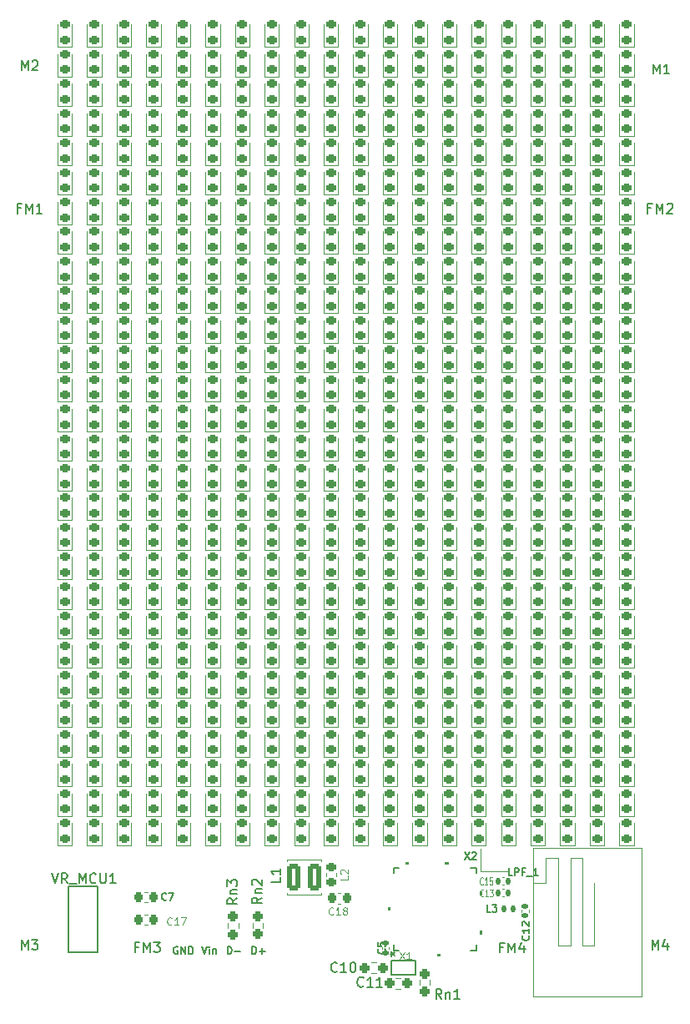
<source format=gto>
%TF.GenerationSoftware,KiCad,Pcbnew,9.0.1*%
%TF.CreationDate,2025-10-31T14:17:25-04:00*%
%TF.ProjectId,main_display_board,6d61696e-5f64-4697-9370-6c61795f626f,rev?*%
%TF.SameCoordinates,Original*%
%TF.FileFunction,Legend,Top*%
%TF.FilePolarity,Positive*%
%FSLAX46Y46*%
G04 Gerber Fmt 4.6, Leading zero omitted, Abs format (unit mm)*
G04 Created by KiCad (PCBNEW 9.0.1) date 2025-10-31 14:17:25*
%MOMM*%
%LPD*%
G01*
G04 APERTURE LIST*
G04 Aperture macros list*
%AMRoundRect*
0 Rectangle with rounded corners*
0 $1 Rounding radius*
0 $2 $3 $4 $5 $6 $7 $8 $9 X,Y pos of 4 corners*
0 Add a 4 corners polygon primitive as box body*
4,1,4,$2,$3,$4,$5,$6,$7,$8,$9,$2,$3,0*
0 Add four circle primitives for the rounded corners*
1,1,$1+$1,$2,$3*
1,1,$1+$1,$4,$5*
1,1,$1+$1,$6,$7*
1,1,$1+$1,$8,$9*
0 Add four rect primitives between the rounded corners*
20,1,$1+$1,$2,$3,$4,$5,0*
20,1,$1+$1,$4,$5,$6,$7,0*
20,1,$1+$1,$6,$7,$8,$9,0*
20,1,$1+$1,$8,$9,$2,$3,0*%
G04 Aperture macros list end*
%ADD10C,0.100000*%
%ADD11C,0.150000*%
%ADD12C,0.125000*%
%ADD13C,0.120000*%
%ADD14C,0.152500*%
%ADD15C,0.152400*%
%ADD16C,0.000000*%
%ADD17RoundRect,0.218750X0.256250X-0.218750X0.256250X0.218750X-0.256250X0.218750X-0.256250X-0.218750X0*%
%ADD18C,3.000000*%
%ADD19RoundRect,0.225000X0.225000X0.250000X-0.225000X0.250000X-0.225000X-0.250000X0.225000X-0.250000X0*%
%ADD20R,2.500000X1.100000*%
%ADD21R,2.340000X3.600000*%
%ADD22R,0.711200X0.279400*%
%ADD23R,0.254000X0.457200*%
%ADD24RoundRect,0.225000X-0.225000X-0.250000X0.225000X-0.250000X0.225000X0.250000X-0.225000X0.250000X0*%
%ADD25RoundRect,0.237500X0.250000X0.237500X-0.250000X0.237500X-0.250000X-0.237500X0.250000X-0.237500X0*%
%ADD26RoundRect,0.147500X-0.147500X-0.172500X0.147500X-0.172500X0.147500X0.172500X-0.147500X0.172500X0*%
%ADD27RoundRect,0.237500X0.237500X-0.250000X0.237500X0.250000X-0.237500X0.250000X-0.237500X-0.250000X0*%
%ADD28RoundRect,0.140000X-0.170000X0.140000X-0.170000X-0.140000X0.170000X-0.140000X0.170000X0.140000X0*%
%ADD29C,2.600000*%
%ADD30C,3.500000*%
%ADD31R,0.800000X1.000000*%
%ADD32RoundRect,0.140000X0.140000X0.170000X-0.140000X0.170000X-0.140000X-0.170000X0.140000X-0.170000X0*%
%ADD33R,0.900000X0.800000*%
%ADD34RoundRect,0.249999X0.450001X1.100001X-0.450001X1.100001X-0.450001X-1.100001X0.450001X-1.100001X0*%
%ADD35RoundRect,0.140000X-0.140000X-0.170000X0.140000X-0.170000X0.140000X0.170000X-0.140000X0.170000X0*%
%ADD36RoundRect,0.218750X-0.256250X0.218750X-0.256250X-0.218750X0.256250X-0.218750X0.256250X0.218750X0*%
%ADD37R,0.203200X0.812800*%
%ADD38R,0.812800X0.203200*%
%ADD39R,6.502400X6.502400*%
G04 APERTURE END LIST*
D10*
X100875000Y-126850000D02*
X102175000Y-126850000D01*
X103375000Y-126850000D02*
X104575000Y-126850000D01*
X99575000Y-129350000D02*
X100875000Y-129350000D01*
X102175000Y-126850000D02*
X102175000Y-135750000D01*
X100875000Y-129350000D02*
X100875000Y-126850000D01*
X105775000Y-135750000D02*
X105775000Y-129350000D01*
X104575000Y-135750000D02*
X105775000Y-135750000D01*
X99575000Y-125850000D02*
X110575000Y-125850000D01*
X110575000Y-140900000D01*
X99575000Y-140900000D01*
X99575000Y-125850000D01*
X103375000Y-135750000D02*
X103375000Y-126850000D01*
X104575000Y-126850000D02*
X104575000Y-135750000D01*
X102175000Y-135750000D02*
X103375000Y-135750000D01*
D11*
X68577255Y-136575414D02*
X68577255Y-135825414D01*
X68577255Y-135825414D02*
X68755826Y-135825414D01*
X68755826Y-135825414D02*
X68862969Y-135861128D01*
X68862969Y-135861128D02*
X68934398Y-135932557D01*
X68934398Y-135932557D02*
X68970112Y-136003985D01*
X68970112Y-136003985D02*
X69005826Y-136146842D01*
X69005826Y-136146842D02*
X69005826Y-136253985D01*
X69005826Y-136253985D02*
X68970112Y-136396842D01*
X68970112Y-136396842D02*
X68934398Y-136468271D01*
X68934398Y-136468271D02*
X68862969Y-136539700D01*
X68862969Y-136539700D02*
X68755826Y-136575414D01*
X68755826Y-136575414D02*
X68577255Y-136575414D01*
X69327255Y-136289700D02*
X69898684Y-136289700D01*
X63520112Y-135861128D02*
X63448684Y-135825414D01*
X63448684Y-135825414D02*
X63341541Y-135825414D01*
X63341541Y-135825414D02*
X63234398Y-135861128D01*
X63234398Y-135861128D02*
X63162969Y-135932557D01*
X63162969Y-135932557D02*
X63127255Y-136003985D01*
X63127255Y-136003985D02*
X63091541Y-136146842D01*
X63091541Y-136146842D02*
X63091541Y-136253985D01*
X63091541Y-136253985D02*
X63127255Y-136396842D01*
X63127255Y-136396842D02*
X63162969Y-136468271D01*
X63162969Y-136468271D02*
X63234398Y-136539700D01*
X63234398Y-136539700D02*
X63341541Y-136575414D01*
X63341541Y-136575414D02*
X63412969Y-136575414D01*
X63412969Y-136575414D02*
X63520112Y-136539700D01*
X63520112Y-136539700D02*
X63555826Y-136503985D01*
X63555826Y-136503985D02*
X63555826Y-136253985D01*
X63555826Y-136253985D02*
X63412969Y-136253985D01*
X63877255Y-136575414D02*
X63877255Y-135825414D01*
X63877255Y-135825414D02*
X64305826Y-136575414D01*
X64305826Y-136575414D02*
X64305826Y-135825414D01*
X64662969Y-136575414D02*
X64662969Y-135825414D01*
X64662969Y-135825414D02*
X64841540Y-135825414D01*
X64841540Y-135825414D02*
X64948683Y-135861128D01*
X64948683Y-135861128D02*
X65020112Y-135932557D01*
X65020112Y-135932557D02*
X65055826Y-136003985D01*
X65055826Y-136003985D02*
X65091540Y-136146842D01*
X65091540Y-136146842D02*
X65091540Y-136253985D01*
X65091540Y-136253985D02*
X65055826Y-136396842D01*
X65055826Y-136396842D02*
X65020112Y-136468271D01*
X65020112Y-136468271D02*
X64948683Y-136539700D01*
X64948683Y-136539700D02*
X64841540Y-136575414D01*
X64841540Y-136575414D02*
X64662969Y-136575414D01*
X71077255Y-136575414D02*
X71077255Y-135825414D01*
X71077255Y-135825414D02*
X71255826Y-135825414D01*
X71255826Y-135825414D02*
X71362969Y-135861128D01*
X71362969Y-135861128D02*
X71434398Y-135932557D01*
X71434398Y-135932557D02*
X71470112Y-136003985D01*
X71470112Y-136003985D02*
X71505826Y-136146842D01*
X71505826Y-136146842D02*
X71505826Y-136253985D01*
X71505826Y-136253985D02*
X71470112Y-136396842D01*
X71470112Y-136396842D02*
X71434398Y-136468271D01*
X71434398Y-136468271D02*
X71362969Y-136539700D01*
X71362969Y-136539700D02*
X71255826Y-136575414D01*
X71255826Y-136575414D02*
X71077255Y-136575414D01*
X71827255Y-136289700D02*
X72398684Y-136289700D01*
X72112969Y-136575414D02*
X72112969Y-136003985D01*
X65970112Y-135825414D02*
X66220112Y-136575414D01*
X66220112Y-136575414D02*
X66470112Y-135825414D01*
X66720112Y-136575414D02*
X66720112Y-136075414D01*
X66720112Y-135825414D02*
X66684398Y-135861128D01*
X66684398Y-135861128D02*
X66720112Y-135896842D01*
X66720112Y-135896842D02*
X66755826Y-135861128D01*
X66755826Y-135861128D02*
X66720112Y-135825414D01*
X66720112Y-135825414D02*
X66720112Y-135896842D01*
X67077255Y-136075414D02*
X67077255Y-136575414D01*
X67077255Y-136146842D02*
X67112969Y-136111128D01*
X67112969Y-136111128D02*
X67184398Y-136075414D01*
X67184398Y-136075414D02*
X67291541Y-136075414D01*
X67291541Y-136075414D02*
X67362969Y-136111128D01*
X67362969Y-136111128D02*
X67398684Y-136182557D01*
X67398684Y-136182557D02*
X67398684Y-136575414D01*
X47570238Y-60918509D02*
X47236905Y-60918509D01*
X47236905Y-61442319D02*
X47236905Y-60442319D01*
X47236905Y-60442319D02*
X47713095Y-60442319D01*
X48094048Y-61442319D02*
X48094048Y-60442319D01*
X48094048Y-60442319D02*
X48427381Y-61156604D01*
X48427381Y-61156604D02*
X48760714Y-60442319D01*
X48760714Y-60442319D02*
X48760714Y-61442319D01*
X49760714Y-61442319D02*
X49189286Y-61442319D01*
X49475000Y-61442319D02*
X49475000Y-60442319D01*
X49475000Y-60442319D02*
X49379762Y-60585176D01*
X49379762Y-60585176D02*
X49284524Y-60680414D01*
X49284524Y-60680414D02*
X49189286Y-60728033D01*
D10*
X79302276Y-132557835D02*
X79266562Y-132593550D01*
X79266562Y-132593550D02*
X79159419Y-132629264D01*
X79159419Y-132629264D02*
X79087991Y-132629264D01*
X79087991Y-132629264D02*
X78980848Y-132593550D01*
X78980848Y-132593550D02*
X78909419Y-132522121D01*
X78909419Y-132522121D02*
X78873705Y-132450692D01*
X78873705Y-132450692D02*
X78837991Y-132307835D01*
X78837991Y-132307835D02*
X78837991Y-132200692D01*
X78837991Y-132200692D02*
X78873705Y-132057835D01*
X78873705Y-132057835D02*
X78909419Y-131986407D01*
X78909419Y-131986407D02*
X78980848Y-131914978D01*
X78980848Y-131914978D02*
X79087991Y-131879264D01*
X79087991Y-131879264D02*
X79159419Y-131879264D01*
X79159419Y-131879264D02*
X79266562Y-131914978D01*
X79266562Y-131914978D02*
X79302276Y-131950692D01*
X80016562Y-132629264D02*
X79587991Y-132629264D01*
X79802276Y-132629264D02*
X79802276Y-131879264D01*
X79802276Y-131879264D02*
X79730848Y-131986407D01*
X79730848Y-131986407D02*
X79659419Y-132057835D01*
X79659419Y-132057835D02*
X79587991Y-132093550D01*
X80445134Y-132200692D02*
X80373705Y-132164978D01*
X80373705Y-132164978D02*
X80337991Y-132129264D01*
X80337991Y-132129264D02*
X80302277Y-132057835D01*
X80302277Y-132057835D02*
X80302277Y-132022121D01*
X80302277Y-132022121D02*
X80337991Y-131950692D01*
X80337991Y-131950692D02*
X80373705Y-131914978D01*
X80373705Y-131914978D02*
X80445134Y-131879264D01*
X80445134Y-131879264D02*
X80587991Y-131879264D01*
X80587991Y-131879264D02*
X80659420Y-131914978D01*
X80659420Y-131914978D02*
X80695134Y-131950692D01*
X80695134Y-131950692D02*
X80730848Y-132022121D01*
X80730848Y-132022121D02*
X80730848Y-132057835D01*
X80730848Y-132057835D02*
X80695134Y-132129264D01*
X80695134Y-132129264D02*
X80659420Y-132164978D01*
X80659420Y-132164978D02*
X80587991Y-132200692D01*
X80587991Y-132200692D02*
X80445134Y-132200692D01*
X80445134Y-132200692D02*
X80373705Y-132236407D01*
X80373705Y-132236407D02*
X80337991Y-132272121D01*
X80337991Y-132272121D02*
X80302277Y-132343550D01*
X80302277Y-132343550D02*
X80302277Y-132486407D01*
X80302277Y-132486407D02*
X80337991Y-132557835D01*
X80337991Y-132557835D02*
X80373705Y-132593550D01*
X80373705Y-132593550D02*
X80445134Y-132629264D01*
X80445134Y-132629264D02*
X80587991Y-132629264D01*
X80587991Y-132629264D02*
X80659420Y-132593550D01*
X80659420Y-132593550D02*
X80695134Y-132557835D01*
X80695134Y-132557835D02*
X80730848Y-132486407D01*
X80730848Y-132486407D02*
X80730848Y-132343550D01*
X80730848Y-132343550D02*
X80695134Y-132272121D01*
X80695134Y-132272121D02*
X80659420Y-132236407D01*
X80659420Y-132236407D02*
X80587991Y-132200692D01*
D11*
X50754286Y-128402569D02*
X51087619Y-129402569D01*
X51087619Y-129402569D02*
X51420952Y-128402569D01*
X52325714Y-129402569D02*
X51992381Y-128926378D01*
X51754286Y-129402569D02*
X51754286Y-128402569D01*
X51754286Y-128402569D02*
X52135238Y-128402569D01*
X52135238Y-128402569D02*
X52230476Y-128450188D01*
X52230476Y-128450188D02*
X52278095Y-128497807D01*
X52278095Y-128497807D02*
X52325714Y-128593045D01*
X52325714Y-128593045D02*
X52325714Y-128735902D01*
X52325714Y-128735902D02*
X52278095Y-128831140D01*
X52278095Y-128831140D02*
X52230476Y-128878759D01*
X52230476Y-128878759D02*
X52135238Y-128926378D01*
X52135238Y-128926378D02*
X51754286Y-128926378D01*
X52516191Y-129497807D02*
X53278095Y-129497807D01*
X53516191Y-129402569D02*
X53516191Y-128402569D01*
X53516191Y-128402569D02*
X53849524Y-129116854D01*
X53849524Y-129116854D02*
X54182857Y-128402569D01*
X54182857Y-128402569D02*
X54182857Y-129402569D01*
X55230476Y-129307330D02*
X55182857Y-129354950D01*
X55182857Y-129354950D02*
X55040000Y-129402569D01*
X55040000Y-129402569D02*
X54944762Y-129402569D01*
X54944762Y-129402569D02*
X54801905Y-129354950D01*
X54801905Y-129354950D02*
X54706667Y-129259711D01*
X54706667Y-129259711D02*
X54659048Y-129164473D01*
X54659048Y-129164473D02*
X54611429Y-128973997D01*
X54611429Y-128973997D02*
X54611429Y-128831140D01*
X54611429Y-128831140D02*
X54659048Y-128640664D01*
X54659048Y-128640664D02*
X54706667Y-128545426D01*
X54706667Y-128545426D02*
X54801905Y-128450188D01*
X54801905Y-128450188D02*
X54944762Y-128402569D01*
X54944762Y-128402569D02*
X55040000Y-128402569D01*
X55040000Y-128402569D02*
X55182857Y-128450188D01*
X55182857Y-128450188D02*
X55230476Y-128497807D01*
X55659048Y-128402569D02*
X55659048Y-129212092D01*
X55659048Y-129212092D02*
X55706667Y-129307330D01*
X55706667Y-129307330D02*
X55754286Y-129354950D01*
X55754286Y-129354950D02*
X55849524Y-129402569D01*
X55849524Y-129402569D02*
X56040000Y-129402569D01*
X56040000Y-129402569D02*
X56135238Y-129354950D01*
X56135238Y-129354950D02*
X56182857Y-129307330D01*
X56182857Y-129307330D02*
X56230476Y-129212092D01*
X56230476Y-129212092D02*
X56230476Y-128402569D01*
X57230476Y-129402569D02*
X56659048Y-129402569D01*
X56944762Y-129402569D02*
X56944762Y-128402569D01*
X56944762Y-128402569D02*
X56849524Y-128545426D01*
X56849524Y-128545426D02*
X56754286Y-128640664D01*
X56754286Y-128640664D02*
X56659048Y-128688283D01*
X97467857Y-128639164D02*
X97110714Y-128639164D01*
X97110714Y-128639164D02*
X97110714Y-127889164D01*
X97717857Y-128639164D02*
X97717857Y-127889164D01*
X97717857Y-127889164D02*
X98003571Y-127889164D01*
X98003571Y-127889164D02*
X98075000Y-127924878D01*
X98075000Y-127924878D02*
X98110714Y-127960592D01*
X98110714Y-127960592D02*
X98146428Y-128032021D01*
X98146428Y-128032021D02*
X98146428Y-128139164D01*
X98146428Y-128139164D02*
X98110714Y-128210592D01*
X98110714Y-128210592D02*
X98075000Y-128246307D01*
X98075000Y-128246307D02*
X98003571Y-128282021D01*
X98003571Y-128282021D02*
X97717857Y-128282021D01*
X98717857Y-128246307D02*
X98467857Y-128246307D01*
X98467857Y-128639164D02*
X98467857Y-127889164D01*
X98467857Y-127889164D02*
X98825000Y-127889164D01*
X98932143Y-128710592D02*
X99503571Y-128710592D01*
X100075000Y-128639164D02*
X99646429Y-128639164D01*
X99860714Y-128639164D02*
X99860714Y-127889164D01*
X99860714Y-127889164D02*
X99789286Y-127996307D01*
X99789286Y-127996307D02*
X99717857Y-128067735D01*
X99717857Y-128067735D02*
X99646429Y-128103450D01*
X62374999Y-131067735D02*
X62339285Y-131103450D01*
X62339285Y-131103450D02*
X62232142Y-131139164D01*
X62232142Y-131139164D02*
X62160714Y-131139164D01*
X62160714Y-131139164D02*
X62053571Y-131103450D01*
X62053571Y-131103450D02*
X61982142Y-131032021D01*
X61982142Y-131032021D02*
X61946428Y-130960592D01*
X61946428Y-130960592D02*
X61910714Y-130817735D01*
X61910714Y-130817735D02*
X61910714Y-130710592D01*
X61910714Y-130710592D02*
X61946428Y-130567735D01*
X61946428Y-130567735D02*
X61982142Y-130496307D01*
X61982142Y-130496307D02*
X62053571Y-130424878D01*
X62053571Y-130424878D02*
X62160714Y-130389164D01*
X62160714Y-130389164D02*
X62232142Y-130389164D01*
X62232142Y-130389164D02*
X62339285Y-130424878D01*
X62339285Y-130424878D02*
X62374999Y-130460592D01*
X62624999Y-130389164D02*
X63124999Y-130389164D01*
X63124999Y-130389164D02*
X62803571Y-131139164D01*
X79694642Y-138337445D02*
X79647023Y-138385065D01*
X79647023Y-138385065D02*
X79504166Y-138432684D01*
X79504166Y-138432684D02*
X79408928Y-138432684D01*
X79408928Y-138432684D02*
X79266071Y-138385065D01*
X79266071Y-138385065D02*
X79170833Y-138289826D01*
X79170833Y-138289826D02*
X79123214Y-138194588D01*
X79123214Y-138194588D02*
X79075595Y-138004112D01*
X79075595Y-138004112D02*
X79075595Y-137861255D01*
X79075595Y-137861255D02*
X79123214Y-137670779D01*
X79123214Y-137670779D02*
X79170833Y-137575541D01*
X79170833Y-137575541D02*
X79266071Y-137480303D01*
X79266071Y-137480303D02*
X79408928Y-137432684D01*
X79408928Y-137432684D02*
X79504166Y-137432684D01*
X79504166Y-137432684D02*
X79647023Y-137480303D01*
X79647023Y-137480303D02*
X79694642Y-137527922D01*
X80647023Y-138432684D02*
X80075595Y-138432684D01*
X80361309Y-138432684D02*
X80361309Y-137432684D01*
X80361309Y-137432684D02*
X80266071Y-137575541D01*
X80266071Y-137575541D02*
X80170833Y-137670779D01*
X80170833Y-137670779D02*
X80075595Y-137718398D01*
X81266071Y-137432684D02*
X81361309Y-137432684D01*
X81361309Y-137432684D02*
X81456547Y-137480303D01*
X81456547Y-137480303D02*
X81504166Y-137527922D01*
X81504166Y-137527922D02*
X81551785Y-137623160D01*
X81551785Y-137623160D02*
X81599404Y-137813636D01*
X81599404Y-137813636D02*
X81599404Y-138051731D01*
X81599404Y-138051731D02*
X81551785Y-138242207D01*
X81551785Y-138242207D02*
X81504166Y-138337445D01*
X81504166Y-138337445D02*
X81456547Y-138385065D01*
X81456547Y-138385065D02*
X81361309Y-138432684D01*
X81361309Y-138432684D02*
X81266071Y-138432684D01*
X81266071Y-138432684D02*
X81170833Y-138385065D01*
X81170833Y-138385065D02*
X81123214Y-138337445D01*
X81123214Y-138337445D02*
X81075595Y-138242207D01*
X81075595Y-138242207D02*
X81027976Y-138051731D01*
X81027976Y-138051731D02*
X81027976Y-137813636D01*
X81027976Y-137813636D02*
X81075595Y-137623160D01*
X81075595Y-137623160D02*
X81123214Y-137527922D01*
X81123214Y-137527922D02*
X81170833Y-137480303D01*
X81170833Y-137480303D02*
X81266071Y-137432684D01*
X95270000Y-132326664D02*
X94912857Y-132326664D01*
X94912857Y-132326664D02*
X94912857Y-131576664D01*
X95448571Y-131576664D02*
X95912857Y-131576664D01*
X95912857Y-131576664D02*
X95662857Y-131862378D01*
X95662857Y-131862378D02*
X95770000Y-131862378D01*
X95770000Y-131862378D02*
X95841429Y-131898092D01*
X95841429Y-131898092D02*
X95877143Y-131933807D01*
X95877143Y-131933807D02*
X95912857Y-132005235D01*
X95912857Y-132005235D02*
X95912857Y-132183807D01*
X95912857Y-132183807D02*
X95877143Y-132255235D01*
X95877143Y-132255235D02*
X95841429Y-132290950D01*
X95841429Y-132290950D02*
X95770000Y-132326664D01*
X95770000Y-132326664D02*
X95555714Y-132326664D01*
X95555714Y-132326664D02*
X95484286Y-132290950D01*
X95484286Y-132290950D02*
X95448571Y-132255235D01*
X90305952Y-141142319D02*
X89972619Y-140666128D01*
X89734524Y-141142319D02*
X89734524Y-140142319D01*
X89734524Y-140142319D02*
X90115476Y-140142319D01*
X90115476Y-140142319D02*
X90210714Y-140189938D01*
X90210714Y-140189938D02*
X90258333Y-140237557D01*
X90258333Y-140237557D02*
X90305952Y-140332795D01*
X90305952Y-140332795D02*
X90305952Y-140475652D01*
X90305952Y-140475652D02*
X90258333Y-140570890D01*
X90258333Y-140570890D02*
X90210714Y-140618509D01*
X90210714Y-140618509D02*
X90115476Y-140666128D01*
X90115476Y-140666128D02*
X89734524Y-140666128D01*
X90734524Y-140475652D02*
X90734524Y-141142319D01*
X90734524Y-140570890D02*
X90782143Y-140523271D01*
X90782143Y-140523271D02*
X90877381Y-140475652D01*
X90877381Y-140475652D02*
X91020238Y-140475652D01*
X91020238Y-140475652D02*
X91115476Y-140523271D01*
X91115476Y-140523271D02*
X91163095Y-140618509D01*
X91163095Y-140618509D02*
X91163095Y-141142319D01*
X92163095Y-141142319D02*
X91591667Y-141142319D01*
X91877381Y-141142319D02*
X91877381Y-140142319D01*
X91877381Y-140142319D02*
X91782143Y-140285176D01*
X91782143Y-140285176D02*
X91686905Y-140380414D01*
X91686905Y-140380414D02*
X91591667Y-140428033D01*
X96570238Y-135918509D02*
X96236905Y-135918509D01*
X96236905Y-136442319D02*
X96236905Y-135442319D01*
X96236905Y-135442319D02*
X96713095Y-135442319D01*
X97094048Y-136442319D02*
X97094048Y-135442319D01*
X97094048Y-135442319D02*
X97427381Y-136156604D01*
X97427381Y-136156604D02*
X97760714Y-135442319D01*
X97760714Y-135442319D02*
X97760714Y-136442319D01*
X98665476Y-135775652D02*
X98665476Y-136442319D01*
X98427381Y-135394700D02*
X98189286Y-136108985D01*
X98189286Y-136108985D02*
X98808333Y-136108985D01*
X99142735Y-134732143D02*
X99178450Y-134767857D01*
X99178450Y-134767857D02*
X99214164Y-134875000D01*
X99214164Y-134875000D02*
X99214164Y-134946428D01*
X99214164Y-134946428D02*
X99178450Y-135053571D01*
X99178450Y-135053571D02*
X99107021Y-135125000D01*
X99107021Y-135125000D02*
X99035592Y-135160714D01*
X99035592Y-135160714D02*
X98892735Y-135196428D01*
X98892735Y-135196428D02*
X98785592Y-135196428D01*
X98785592Y-135196428D02*
X98642735Y-135160714D01*
X98642735Y-135160714D02*
X98571307Y-135125000D01*
X98571307Y-135125000D02*
X98499878Y-135053571D01*
X98499878Y-135053571D02*
X98464164Y-134946428D01*
X98464164Y-134946428D02*
X98464164Y-134875000D01*
X98464164Y-134875000D02*
X98499878Y-134767857D01*
X98499878Y-134767857D02*
X98535592Y-134732143D01*
X99214164Y-134017857D02*
X99214164Y-134446428D01*
X99214164Y-134232143D02*
X98464164Y-134232143D01*
X98464164Y-134232143D02*
X98571307Y-134303571D01*
X98571307Y-134303571D02*
X98642735Y-134375000D01*
X98642735Y-134375000D02*
X98678450Y-134446428D01*
X98535592Y-133732142D02*
X98499878Y-133696428D01*
X98499878Y-133696428D02*
X98464164Y-133625000D01*
X98464164Y-133625000D02*
X98464164Y-133446428D01*
X98464164Y-133446428D02*
X98499878Y-133375000D01*
X98499878Y-133375000D02*
X98535592Y-133339285D01*
X98535592Y-133339285D02*
X98607021Y-133303571D01*
X98607021Y-133303571D02*
X98678450Y-133303571D01*
X98678450Y-133303571D02*
X98785592Y-133339285D01*
X98785592Y-133339285D02*
X99214164Y-133767857D01*
X99214164Y-133767857D02*
X99214164Y-133303571D01*
X47665476Y-136142319D02*
X47665476Y-135142319D01*
X47665476Y-135142319D02*
X47998809Y-135856604D01*
X47998809Y-135856604D02*
X48332142Y-135142319D01*
X48332142Y-135142319D02*
X48332142Y-136142319D01*
X48713095Y-135142319D02*
X49332142Y-135142319D01*
X49332142Y-135142319D02*
X48998809Y-135523271D01*
X48998809Y-135523271D02*
X49141666Y-135523271D01*
X49141666Y-135523271D02*
X49236904Y-135570890D01*
X49236904Y-135570890D02*
X49284523Y-135618509D01*
X49284523Y-135618509D02*
X49332142Y-135713747D01*
X49332142Y-135713747D02*
X49332142Y-135951842D01*
X49332142Y-135951842D02*
X49284523Y-136047080D01*
X49284523Y-136047080D02*
X49236904Y-136094700D01*
X49236904Y-136094700D02*
X49141666Y-136142319D01*
X49141666Y-136142319D02*
X48855952Y-136142319D01*
X48855952Y-136142319D02*
X48760714Y-136094700D01*
X48760714Y-136094700D02*
X48713095Y-136047080D01*
X59520238Y-135868509D02*
X59186905Y-135868509D01*
X59186905Y-136392319D02*
X59186905Y-135392319D01*
X59186905Y-135392319D02*
X59663095Y-135392319D01*
X60044048Y-136392319D02*
X60044048Y-135392319D01*
X60044048Y-135392319D02*
X60377381Y-136106604D01*
X60377381Y-136106604D02*
X60710714Y-135392319D01*
X60710714Y-135392319D02*
X60710714Y-136392319D01*
X61091667Y-135392319D02*
X61710714Y-135392319D01*
X61710714Y-135392319D02*
X61377381Y-135773271D01*
X61377381Y-135773271D02*
X61520238Y-135773271D01*
X61520238Y-135773271D02*
X61615476Y-135820890D01*
X61615476Y-135820890D02*
X61663095Y-135868509D01*
X61663095Y-135868509D02*
X61710714Y-135963747D01*
X61710714Y-135963747D02*
X61710714Y-136201842D01*
X61710714Y-136201842D02*
X61663095Y-136297080D01*
X61663095Y-136297080D02*
X61615476Y-136344700D01*
X61615476Y-136344700D02*
X61520238Y-136392319D01*
X61520238Y-136392319D02*
X61234524Y-136392319D01*
X61234524Y-136392319D02*
X61139286Y-136344700D01*
X61139286Y-136344700D02*
X61091667Y-136297080D01*
D10*
X86017856Y-136369629D02*
X86517856Y-137119629D01*
X86517856Y-136369629D02*
X86017856Y-137119629D01*
X87196428Y-137119629D02*
X86767857Y-137119629D01*
X86982142Y-137119629D02*
X86982142Y-136369629D01*
X86982142Y-136369629D02*
X86910714Y-136476772D01*
X86910714Y-136476772D02*
X86839285Y-136548200D01*
X86839285Y-136548200D02*
X86767857Y-136583915D01*
D11*
X82382142Y-139837445D02*
X82334523Y-139885065D01*
X82334523Y-139885065D02*
X82191666Y-139932684D01*
X82191666Y-139932684D02*
X82096428Y-139932684D01*
X82096428Y-139932684D02*
X81953571Y-139885065D01*
X81953571Y-139885065D02*
X81858333Y-139789826D01*
X81858333Y-139789826D02*
X81810714Y-139694588D01*
X81810714Y-139694588D02*
X81763095Y-139504112D01*
X81763095Y-139504112D02*
X81763095Y-139361255D01*
X81763095Y-139361255D02*
X81810714Y-139170779D01*
X81810714Y-139170779D02*
X81858333Y-139075541D01*
X81858333Y-139075541D02*
X81953571Y-138980303D01*
X81953571Y-138980303D02*
X82096428Y-138932684D01*
X82096428Y-138932684D02*
X82191666Y-138932684D01*
X82191666Y-138932684D02*
X82334523Y-138980303D01*
X82334523Y-138980303D02*
X82382142Y-139027922D01*
X83334523Y-139932684D02*
X82763095Y-139932684D01*
X83048809Y-139932684D02*
X83048809Y-138932684D01*
X83048809Y-138932684D02*
X82953571Y-139075541D01*
X82953571Y-139075541D02*
X82858333Y-139170779D01*
X82858333Y-139170779D02*
X82763095Y-139218398D01*
X84286904Y-139932684D02*
X83715476Y-139932684D01*
X84001190Y-139932684D02*
X84001190Y-138932684D01*
X84001190Y-138932684D02*
X83905952Y-139075541D01*
X83905952Y-139075541D02*
X83810714Y-139170779D01*
X83810714Y-139170779D02*
X83715476Y-139218398D01*
X111765476Y-47292319D02*
X111765476Y-46292319D01*
X111765476Y-46292319D02*
X112098809Y-47006604D01*
X112098809Y-47006604D02*
X112432142Y-46292319D01*
X112432142Y-46292319D02*
X112432142Y-47292319D01*
X113432142Y-47292319D02*
X112860714Y-47292319D01*
X113146428Y-47292319D02*
X113146428Y-46292319D01*
X113146428Y-46292319D02*
X113051190Y-46435176D01*
X113051190Y-46435176D02*
X112955952Y-46530414D01*
X112955952Y-46530414D02*
X112860714Y-46578033D01*
X47665476Y-46942319D02*
X47665476Y-45942319D01*
X47665476Y-45942319D02*
X47998809Y-46656604D01*
X47998809Y-46656604D02*
X48332142Y-45942319D01*
X48332142Y-45942319D02*
X48332142Y-46942319D01*
X48760714Y-46037557D02*
X48808333Y-45989938D01*
X48808333Y-45989938D02*
X48903571Y-45942319D01*
X48903571Y-45942319D02*
X49141666Y-45942319D01*
X49141666Y-45942319D02*
X49236904Y-45989938D01*
X49236904Y-45989938D02*
X49284523Y-46037557D01*
X49284523Y-46037557D02*
X49332142Y-46132795D01*
X49332142Y-46132795D02*
X49332142Y-46228033D01*
X49332142Y-46228033D02*
X49284523Y-46370890D01*
X49284523Y-46370890D02*
X48713095Y-46942319D01*
X48713095Y-46942319D02*
X49332142Y-46942319D01*
D12*
X94503571Y-129506535D02*
X94479762Y-129542250D01*
X94479762Y-129542250D02*
X94408333Y-129577964D01*
X94408333Y-129577964D02*
X94360714Y-129577964D01*
X94360714Y-129577964D02*
X94289286Y-129542250D01*
X94289286Y-129542250D02*
X94241667Y-129470821D01*
X94241667Y-129470821D02*
X94217857Y-129399392D01*
X94217857Y-129399392D02*
X94194048Y-129256535D01*
X94194048Y-129256535D02*
X94194048Y-129149392D01*
X94194048Y-129149392D02*
X94217857Y-129006535D01*
X94217857Y-129006535D02*
X94241667Y-128935107D01*
X94241667Y-128935107D02*
X94289286Y-128863678D01*
X94289286Y-128863678D02*
X94360714Y-128827964D01*
X94360714Y-128827964D02*
X94408333Y-128827964D01*
X94408333Y-128827964D02*
X94479762Y-128863678D01*
X94479762Y-128863678D02*
X94503571Y-128899392D01*
X94979762Y-129577964D02*
X94694048Y-129577964D01*
X94836905Y-129577964D02*
X94836905Y-128827964D01*
X94836905Y-128827964D02*
X94789286Y-128935107D01*
X94789286Y-128935107D02*
X94741667Y-129006535D01*
X94741667Y-129006535D02*
X94694048Y-129042250D01*
X95432142Y-128827964D02*
X95194047Y-128827964D01*
X95194047Y-128827964D02*
X95170238Y-129185107D01*
X95170238Y-129185107D02*
X95194047Y-129149392D01*
X95194047Y-129149392D02*
X95241666Y-129113678D01*
X95241666Y-129113678D02*
X95360714Y-129113678D01*
X95360714Y-129113678D02*
X95408333Y-129149392D01*
X95408333Y-129149392D02*
X95432142Y-129185107D01*
X95432142Y-129185107D02*
X95455952Y-129256535D01*
X95455952Y-129256535D02*
X95455952Y-129435107D01*
X95455952Y-129435107D02*
X95432142Y-129506535D01*
X95432142Y-129506535D02*
X95408333Y-129542250D01*
X95408333Y-129542250D02*
X95360714Y-129577964D01*
X95360714Y-129577964D02*
X95241666Y-129577964D01*
X95241666Y-129577964D02*
X95194047Y-129542250D01*
X95194047Y-129542250D02*
X95170238Y-129506535D01*
D11*
X72054819Y-130869047D02*
X71578628Y-131202380D01*
X72054819Y-131440475D02*
X71054819Y-131440475D01*
X71054819Y-131440475D02*
X71054819Y-131059523D01*
X71054819Y-131059523D02*
X71102438Y-130964285D01*
X71102438Y-130964285D02*
X71150057Y-130916666D01*
X71150057Y-130916666D02*
X71245295Y-130869047D01*
X71245295Y-130869047D02*
X71388152Y-130869047D01*
X71388152Y-130869047D02*
X71483390Y-130916666D01*
X71483390Y-130916666D02*
X71531009Y-130964285D01*
X71531009Y-130964285D02*
X71578628Y-131059523D01*
X71578628Y-131059523D02*
X71578628Y-131440475D01*
X71388152Y-130440475D02*
X72054819Y-130440475D01*
X71483390Y-130440475D02*
X71435771Y-130392856D01*
X71435771Y-130392856D02*
X71388152Y-130297618D01*
X71388152Y-130297618D02*
X71388152Y-130154761D01*
X71388152Y-130154761D02*
X71435771Y-130059523D01*
X71435771Y-130059523D02*
X71531009Y-130011904D01*
X71531009Y-130011904D02*
X72054819Y-130011904D01*
X71150057Y-129583332D02*
X71102438Y-129535713D01*
X71102438Y-129535713D02*
X71054819Y-129440475D01*
X71054819Y-129440475D02*
X71054819Y-129202380D01*
X71054819Y-129202380D02*
X71102438Y-129107142D01*
X71102438Y-129107142D02*
X71150057Y-129059523D01*
X71150057Y-129059523D02*
X71245295Y-129011904D01*
X71245295Y-129011904D02*
X71340533Y-129011904D01*
X71340533Y-129011904D02*
X71483390Y-129059523D01*
X71483390Y-129059523D02*
X72054819Y-129630951D01*
X72054819Y-129630951D02*
X72054819Y-129011904D01*
X92652195Y-126226664D02*
X93152195Y-126976664D01*
X93152195Y-126226664D02*
X92652195Y-126976664D01*
X93402196Y-126298092D02*
X93437910Y-126262378D01*
X93437910Y-126262378D02*
X93509339Y-126226664D01*
X93509339Y-126226664D02*
X93687910Y-126226664D01*
X93687910Y-126226664D02*
X93759339Y-126262378D01*
X93759339Y-126262378D02*
X93795053Y-126298092D01*
X93795053Y-126298092D02*
X93830767Y-126369521D01*
X93830767Y-126369521D02*
X93830767Y-126440950D01*
X93830767Y-126440950D02*
X93795053Y-126548092D01*
X93795053Y-126548092D02*
X93366481Y-126976664D01*
X93366481Y-126976664D02*
X93830767Y-126976664D01*
X84532735Y-136102865D02*
X84568450Y-136138579D01*
X84568450Y-136138579D02*
X84604164Y-136245722D01*
X84604164Y-136245722D02*
X84604164Y-136317150D01*
X84604164Y-136317150D02*
X84568450Y-136424293D01*
X84568450Y-136424293D02*
X84497021Y-136495722D01*
X84497021Y-136495722D02*
X84425592Y-136531436D01*
X84425592Y-136531436D02*
X84282735Y-136567150D01*
X84282735Y-136567150D02*
X84175592Y-136567150D01*
X84175592Y-136567150D02*
X84032735Y-136531436D01*
X84032735Y-136531436D02*
X83961307Y-136495722D01*
X83961307Y-136495722D02*
X83889878Y-136424293D01*
X83889878Y-136424293D02*
X83854164Y-136317150D01*
X83854164Y-136317150D02*
X83854164Y-136245722D01*
X83854164Y-136245722D02*
X83889878Y-136138579D01*
X83889878Y-136138579D02*
X83925592Y-136102865D01*
X83854164Y-135424293D02*
X83854164Y-135781436D01*
X83854164Y-135781436D02*
X84211307Y-135817150D01*
X84211307Y-135817150D02*
X84175592Y-135781436D01*
X84175592Y-135781436D02*
X84139878Y-135710008D01*
X84139878Y-135710008D02*
X84139878Y-135531436D01*
X84139878Y-135531436D02*
X84175592Y-135460008D01*
X84175592Y-135460008D02*
X84211307Y-135424293D01*
X84211307Y-135424293D02*
X84282735Y-135388579D01*
X84282735Y-135388579D02*
X84461307Y-135388579D01*
X84461307Y-135388579D02*
X84532735Y-135424293D01*
X84532735Y-135424293D02*
X84568450Y-135460008D01*
X84568450Y-135460008D02*
X84604164Y-135531436D01*
X84604164Y-135531436D02*
X84604164Y-135710008D01*
X84604164Y-135710008D02*
X84568450Y-135781436D01*
X84568450Y-135781436D02*
X84532735Y-135817150D01*
D10*
X62917856Y-133570335D02*
X62882142Y-133606050D01*
X62882142Y-133606050D02*
X62774999Y-133641764D01*
X62774999Y-133641764D02*
X62703571Y-133641764D01*
X62703571Y-133641764D02*
X62596428Y-133606050D01*
X62596428Y-133606050D02*
X62524999Y-133534621D01*
X62524999Y-133534621D02*
X62489285Y-133463192D01*
X62489285Y-133463192D02*
X62453571Y-133320335D01*
X62453571Y-133320335D02*
X62453571Y-133213192D01*
X62453571Y-133213192D02*
X62489285Y-133070335D01*
X62489285Y-133070335D02*
X62524999Y-132998907D01*
X62524999Y-132998907D02*
X62596428Y-132927478D01*
X62596428Y-132927478D02*
X62703571Y-132891764D01*
X62703571Y-132891764D02*
X62774999Y-132891764D01*
X62774999Y-132891764D02*
X62882142Y-132927478D01*
X62882142Y-132927478D02*
X62917856Y-132963192D01*
X63632142Y-133641764D02*
X63203571Y-133641764D01*
X63417856Y-133641764D02*
X63417856Y-132891764D01*
X63417856Y-132891764D02*
X63346428Y-132998907D01*
X63346428Y-132998907D02*
X63274999Y-133070335D01*
X63274999Y-133070335D02*
X63203571Y-133106050D01*
X63882142Y-132891764D02*
X64382142Y-132891764D01*
X64382142Y-132891764D02*
X64060714Y-133641764D01*
D11*
X73979819Y-128804166D02*
X73979819Y-129280356D01*
X73979819Y-129280356D02*
X72979819Y-129280356D01*
X73979819Y-127947023D02*
X73979819Y-128518451D01*
X73979819Y-128232737D02*
X72979819Y-128232737D01*
X72979819Y-128232737D02*
X73122676Y-128327975D01*
X73122676Y-128327975D02*
X73217914Y-128423213D01*
X73217914Y-128423213D02*
X73265533Y-128518451D01*
D12*
X94553571Y-130706535D02*
X94529762Y-130742250D01*
X94529762Y-130742250D02*
X94458333Y-130777964D01*
X94458333Y-130777964D02*
X94410714Y-130777964D01*
X94410714Y-130777964D02*
X94339286Y-130742250D01*
X94339286Y-130742250D02*
X94291667Y-130670821D01*
X94291667Y-130670821D02*
X94267857Y-130599392D01*
X94267857Y-130599392D02*
X94244048Y-130456535D01*
X94244048Y-130456535D02*
X94244048Y-130349392D01*
X94244048Y-130349392D02*
X94267857Y-130206535D01*
X94267857Y-130206535D02*
X94291667Y-130135107D01*
X94291667Y-130135107D02*
X94339286Y-130063678D01*
X94339286Y-130063678D02*
X94410714Y-130027964D01*
X94410714Y-130027964D02*
X94458333Y-130027964D01*
X94458333Y-130027964D02*
X94529762Y-130063678D01*
X94529762Y-130063678D02*
X94553571Y-130099392D01*
X95029762Y-130777964D02*
X94744048Y-130777964D01*
X94886905Y-130777964D02*
X94886905Y-130027964D01*
X94886905Y-130027964D02*
X94839286Y-130135107D01*
X94839286Y-130135107D02*
X94791667Y-130206535D01*
X94791667Y-130206535D02*
X94744048Y-130242250D01*
X95196428Y-130027964D02*
X95505952Y-130027964D01*
X95505952Y-130027964D02*
X95339285Y-130313678D01*
X95339285Y-130313678D02*
X95410714Y-130313678D01*
X95410714Y-130313678D02*
X95458333Y-130349392D01*
X95458333Y-130349392D02*
X95482142Y-130385107D01*
X95482142Y-130385107D02*
X95505952Y-130456535D01*
X95505952Y-130456535D02*
X95505952Y-130635107D01*
X95505952Y-130635107D02*
X95482142Y-130706535D01*
X95482142Y-130706535D02*
X95458333Y-130742250D01*
X95458333Y-130742250D02*
X95410714Y-130777964D01*
X95410714Y-130777964D02*
X95267857Y-130777964D01*
X95267857Y-130777964D02*
X95220238Y-130742250D01*
X95220238Y-130742250D02*
X95196428Y-130706535D01*
D11*
X69554819Y-130944047D02*
X69078628Y-131277380D01*
X69554819Y-131515475D02*
X68554819Y-131515475D01*
X68554819Y-131515475D02*
X68554819Y-131134523D01*
X68554819Y-131134523D02*
X68602438Y-131039285D01*
X68602438Y-131039285D02*
X68650057Y-130991666D01*
X68650057Y-130991666D02*
X68745295Y-130944047D01*
X68745295Y-130944047D02*
X68888152Y-130944047D01*
X68888152Y-130944047D02*
X68983390Y-130991666D01*
X68983390Y-130991666D02*
X69031009Y-131039285D01*
X69031009Y-131039285D02*
X69078628Y-131134523D01*
X69078628Y-131134523D02*
X69078628Y-131515475D01*
X68888152Y-130515475D02*
X69554819Y-130515475D01*
X68983390Y-130515475D02*
X68935771Y-130467856D01*
X68935771Y-130467856D02*
X68888152Y-130372618D01*
X68888152Y-130372618D02*
X68888152Y-130229761D01*
X68888152Y-130229761D02*
X68935771Y-130134523D01*
X68935771Y-130134523D02*
X69031009Y-130086904D01*
X69031009Y-130086904D02*
X69554819Y-130086904D01*
X68554819Y-129705951D02*
X68554819Y-129086904D01*
X68554819Y-129086904D02*
X68935771Y-129420237D01*
X68935771Y-129420237D02*
X68935771Y-129277380D01*
X68935771Y-129277380D02*
X68983390Y-129182142D01*
X68983390Y-129182142D02*
X69031009Y-129134523D01*
X69031009Y-129134523D02*
X69126247Y-129086904D01*
X69126247Y-129086904D02*
X69364342Y-129086904D01*
X69364342Y-129086904D02*
X69459580Y-129134523D01*
X69459580Y-129134523D02*
X69507200Y-129182142D01*
X69507200Y-129182142D02*
X69554819Y-129277380D01*
X69554819Y-129277380D02*
X69554819Y-129563094D01*
X69554819Y-129563094D02*
X69507200Y-129658332D01*
X69507200Y-129658332D02*
X69459580Y-129705951D01*
X111570238Y-60918509D02*
X111236905Y-60918509D01*
X111236905Y-61442319D02*
X111236905Y-60442319D01*
X111236905Y-60442319D02*
X111713095Y-60442319D01*
X112094048Y-61442319D02*
X112094048Y-60442319D01*
X112094048Y-60442319D02*
X112427381Y-61156604D01*
X112427381Y-61156604D02*
X112760714Y-60442319D01*
X112760714Y-60442319D02*
X112760714Y-61442319D01*
X113189286Y-60537557D02*
X113236905Y-60489938D01*
X113236905Y-60489938D02*
X113332143Y-60442319D01*
X113332143Y-60442319D02*
X113570238Y-60442319D01*
X113570238Y-60442319D02*
X113665476Y-60489938D01*
X113665476Y-60489938D02*
X113713095Y-60537557D01*
X113713095Y-60537557D02*
X113760714Y-60632795D01*
X113760714Y-60632795D02*
X113760714Y-60728033D01*
X113760714Y-60728033D02*
X113713095Y-60870890D01*
X113713095Y-60870890D02*
X113141667Y-61442319D01*
X113141667Y-61442319D02*
X113760714Y-61442319D01*
D10*
X80766764Y-128662499D02*
X80766764Y-129019642D01*
X80766764Y-129019642D02*
X80016764Y-129019642D01*
X80088192Y-128448213D02*
X80052478Y-128412499D01*
X80052478Y-128412499D02*
X80016764Y-128341071D01*
X80016764Y-128341071D02*
X80016764Y-128162499D01*
X80016764Y-128162499D02*
X80052478Y-128091071D01*
X80052478Y-128091071D02*
X80088192Y-128055356D01*
X80088192Y-128055356D02*
X80159621Y-128019642D01*
X80159621Y-128019642D02*
X80231050Y-128019642D01*
X80231050Y-128019642D02*
X80338192Y-128055356D01*
X80338192Y-128055356D02*
X80766764Y-128483928D01*
X80766764Y-128483928D02*
X80766764Y-128019642D01*
D11*
X111665476Y-136142319D02*
X111665476Y-135142319D01*
X111665476Y-135142319D02*
X111998809Y-135856604D01*
X111998809Y-135856604D02*
X112332142Y-135142319D01*
X112332142Y-135142319D02*
X112332142Y-136142319D01*
X113236904Y-135475652D02*
X113236904Y-136142319D01*
X112998809Y-135094700D02*
X112760714Y-135808985D01*
X112760714Y-135808985D02*
X113379761Y-135808985D01*
X89079819Y-132786904D02*
X89889342Y-132786904D01*
X89889342Y-132786904D02*
X89984580Y-132739285D01*
X89984580Y-132739285D02*
X90032200Y-132691666D01*
X90032200Y-132691666D02*
X90079819Y-132596428D01*
X90079819Y-132596428D02*
X90079819Y-132405952D01*
X90079819Y-132405952D02*
X90032200Y-132310714D01*
X90032200Y-132310714D02*
X89984580Y-132263095D01*
X89984580Y-132263095D02*
X89889342Y-132215476D01*
X89889342Y-132215476D02*
X89079819Y-132215476D01*
X89079819Y-131834523D02*
X89079819Y-131215476D01*
X89079819Y-131215476D02*
X89460771Y-131548809D01*
X89460771Y-131548809D02*
X89460771Y-131405952D01*
X89460771Y-131405952D02*
X89508390Y-131310714D01*
X89508390Y-131310714D02*
X89556009Y-131263095D01*
X89556009Y-131263095D02*
X89651247Y-131215476D01*
X89651247Y-131215476D02*
X89889342Y-131215476D01*
X89889342Y-131215476D02*
X89984580Y-131263095D01*
X89984580Y-131263095D02*
X90032200Y-131310714D01*
X90032200Y-131310714D02*
X90079819Y-131405952D01*
X90079819Y-131405952D02*
X90079819Y-131691666D01*
X90079819Y-131691666D02*
X90032200Y-131786904D01*
X90032200Y-131786904D02*
X89984580Y-131834523D01*
X85079819Y-136577864D02*
X85317914Y-136577864D01*
X85222676Y-136815959D02*
X85317914Y-136577864D01*
X85317914Y-136577864D02*
X85222676Y-136339769D01*
X85508390Y-136720721D02*
X85317914Y-136577864D01*
X85317914Y-136577864D02*
X85508390Y-136435007D01*
D13*
%TO.C,REF\u002A\u002A5*%
X57340000Y-45287500D02*
X57340000Y-47572500D01*
X57340000Y-47572500D02*
X58810000Y-47572500D01*
X58810000Y-47572500D02*
X58810000Y-45287500D01*
%TO.C,REF\u002A\u002A43*%
X51340000Y-48287500D02*
X51340000Y-50572500D01*
X51340000Y-50572500D02*
X52810000Y-50572500D01*
X52810000Y-50572500D02*
X52810000Y-48287500D01*
%TO.C,REF\u002A\u002A136*%
X72340000Y-60287500D02*
X72340000Y-62572500D01*
X72340000Y-62572500D02*
X73810000Y-62572500D01*
X73810000Y-62572500D02*
X73810000Y-60287500D01*
%TO.C,REF\u002A\u002A327*%
X57340000Y-90287500D02*
X57340000Y-92572500D01*
X57340000Y-92572500D02*
X58810000Y-92572500D01*
X58810000Y-92572500D02*
X58810000Y-90287500D01*
%TO.C,REF\u002A\u002A340*%
X78340000Y-90287500D02*
X78340000Y-92572500D01*
X78340000Y-92572500D02*
X79810000Y-92572500D01*
X79810000Y-92572500D02*
X79810000Y-90287500D01*
%TO.C,REF\u002A\u002A313*%
X99340000Y-87287500D02*
X99340000Y-89572500D01*
X99340000Y-89572500D02*
X100810000Y-89572500D01*
X100810000Y-89572500D02*
X100810000Y-87287500D01*
%TO.C,REF\u002A\u002A405*%
X57340000Y-105287500D02*
X57340000Y-107572500D01*
X57340000Y-107572500D02*
X58810000Y-107572500D01*
X58810000Y-107572500D02*
X58810000Y-105287500D01*
%TO.C,REF\u002A\u002A27*%
X87340000Y-42287500D02*
X87340000Y-44572500D01*
X87340000Y-44572500D02*
X88810000Y-44572500D01*
X88810000Y-44572500D02*
X88810000Y-42287500D01*
%TO.C,REF\u002A\u002A318*%
X108340000Y-87287500D02*
X108340000Y-89572500D01*
X108340000Y-89572500D02*
X109810000Y-89572500D01*
X109810000Y-89572500D02*
X109810000Y-87287500D01*
%TO.C,REF\u002A\u002A512*%
X96340000Y-114287500D02*
X96340000Y-116572500D01*
X96340000Y-116572500D02*
X97810000Y-116572500D01*
X97810000Y-116572500D02*
X97810000Y-114287500D01*
%TO.C,REF\u002A\u002A464*%
X84340000Y-108287500D02*
X84340000Y-110572500D01*
X84340000Y-110572500D02*
X85810000Y-110572500D01*
X85810000Y-110572500D02*
X85810000Y-108287500D01*
%TO.C,REF\u002A\u002A164*%
X54340000Y-66287500D02*
X54340000Y-68572500D01*
X54340000Y-68572500D02*
X55810000Y-68572500D01*
X55810000Y-68572500D02*
X55810000Y-66287500D01*
%TO.C,REF\u002A\u002A528*%
X60340000Y-120287500D02*
X60340000Y-122572500D01*
X60340000Y-122572500D02*
X61810000Y-122572500D01*
X61810000Y-122572500D02*
X61810000Y-120287500D01*
%TO.C,REF\u002A\u002A295*%
X69340000Y-84287500D02*
X69340000Y-86572500D01*
X69340000Y-86572500D02*
X70810000Y-86572500D01*
X70810000Y-86572500D02*
X70810000Y-84287500D01*
%TO.C,REF\u002A\u002A18*%
X78340000Y-45287500D02*
X78340000Y-47572500D01*
X78340000Y-47572500D02*
X79810000Y-47572500D01*
X79810000Y-47572500D02*
X79810000Y-45287500D01*
%TO.C,REF\u002A\u002A309*%
X93340000Y-87287500D02*
X93340000Y-89572500D01*
X93340000Y-89572500D02*
X94810000Y-89572500D01*
X94810000Y-89572500D02*
X94810000Y-87287500D01*
%TO.C,REF\u002A\u002A8*%
X60340000Y-42287500D02*
X60340000Y-44572500D01*
X60340000Y-44572500D02*
X61810000Y-44572500D01*
X61810000Y-44572500D02*
X61810000Y-42287500D01*
%TO.C,REF\u002A\u002A266*%
X90340000Y-81287500D02*
X90340000Y-83572500D01*
X90340000Y-83572500D02*
X91810000Y-83572500D01*
X91810000Y-83572500D02*
X91810000Y-81287500D01*
%TO.C,REF\u002A\u002A270*%
X96340000Y-81287500D02*
X96340000Y-83572500D01*
X96340000Y-83572500D02*
X97810000Y-83572500D01*
X97810000Y-83572500D02*
X97810000Y-81287500D01*
%TO.C,REF\u002A\u002A524*%
X54340000Y-120287500D02*
X54340000Y-122572500D01*
X54340000Y-122572500D02*
X55810000Y-122572500D01*
X55810000Y-122572500D02*
X55810000Y-120287500D01*
%TO.C,REF\u002A\u002A75*%
X99340000Y-48287500D02*
X99340000Y-50572500D01*
X99340000Y-50572500D02*
X100810000Y-50572500D01*
X100810000Y-50572500D02*
X100810000Y-48287500D01*
%TO.C,REF\u002A\u002A143*%
X81340000Y-60287500D02*
X81340000Y-62572500D01*
X81340000Y-62572500D02*
X82810000Y-62572500D01*
X82810000Y-62572500D02*
X82810000Y-60287500D01*
%TO.C,REF\u002A\u002A50*%
X66340000Y-51287500D02*
X66340000Y-53572500D01*
X66340000Y-53572500D02*
X67810000Y-53572500D01*
X67810000Y-53572500D02*
X67810000Y-51287500D01*
%TO.C,REF\u002A\u002A268*%
X90340000Y-78287500D02*
X90340000Y-80572500D01*
X90340000Y-80572500D02*
X91810000Y-80572500D01*
X91810000Y-80572500D02*
X91810000Y-78287500D01*
%TO.C,REF\u002A\u002A228*%
X90340000Y-72287500D02*
X90340000Y-74572500D01*
X90340000Y-74572500D02*
X91810000Y-74572500D01*
X91810000Y-74572500D02*
X91810000Y-72287500D01*
%TO.C,REF\u002A\u002A379*%
X75340000Y-96287500D02*
X75340000Y-98572500D01*
X75340000Y-98572500D02*
X76810000Y-98572500D01*
X76810000Y-98572500D02*
X76810000Y-96287500D01*
%TO.C,REF\u002A\u002A337*%
X75340000Y-93287500D02*
X75340000Y-95572500D01*
X75340000Y-95572500D02*
X76810000Y-95572500D01*
X76810000Y-95572500D02*
X76810000Y-93287500D01*
%TO.C,REF\u002A\u002A209*%
X63340000Y-75287500D02*
X63340000Y-77572500D01*
X63340000Y-77572500D02*
X64810000Y-77572500D01*
X64810000Y-77572500D02*
X64810000Y-75287500D01*
%TO.C,REF\u002A\u002A86*%
X60340000Y-57287500D02*
X60340000Y-59572500D01*
X60340000Y-59572500D02*
X61810000Y-59572500D01*
X61810000Y-59572500D02*
X61810000Y-57287500D01*
%TO.C,REF\u002A\u002A517*%
X105340000Y-117287500D02*
X105340000Y-119572500D01*
X105340000Y-119572500D02*
X106810000Y-119572500D01*
X106810000Y-119572500D02*
X106810000Y-117287500D01*
%TO.C,REF\u002A\u002A173*%
X69340000Y-69287500D02*
X69340000Y-71572500D01*
X69340000Y-71572500D02*
X70810000Y-71572500D01*
X70810000Y-71572500D02*
X70810000Y-69287500D01*
%TO.C,REF\u002A\u002A251*%
X63340000Y-78287500D02*
X63340000Y-80572500D01*
X63340000Y-80572500D02*
X64810000Y-80572500D01*
X64810000Y-80572500D02*
X64810000Y-78287500D01*
%TO.C,REF\u002A\u002A409*%
X63340000Y-105287500D02*
X63340000Y-107572500D01*
X63340000Y-107572500D02*
X64810000Y-107572500D01*
X64810000Y-107572500D02*
X64810000Y-105287500D01*
%TO.C,REF\u002A\u002A415*%
X69340000Y-102287500D02*
X69340000Y-104572500D01*
X69340000Y-104572500D02*
X70810000Y-104572500D01*
X70810000Y-104572500D02*
X70810000Y-102287500D01*
%TO.C,REF\u002A\u002A508*%
X90340000Y-114287500D02*
X90340000Y-116572500D01*
X90340000Y-116572500D02*
X91810000Y-116572500D01*
X91810000Y-116572500D02*
X91810000Y-114287500D01*
%TO.C,REF\u002A\u002A254*%
X72340000Y-81287500D02*
X72340000Y-83572500D01*
X72340000Y-83572500D02*
X73810000Y-83572500D01*
X73810000Y-83572500D02*
X73810000Y-81287500D01*
%TO.C,REF\u002A\u002A34*%
X102340000Y-45287500D02*
X102340000Y-47572500D01*
X102340000Y-47572500D02*
X103810000Y-47572500D01*
X103810000Y-47572500D02*
X103810000Y-45287500D01*
%TO.C,REF\u002A\u002A463*%
X81340000Y-108287500D02*
X81340000Y-110572500D01*
X81340000Y-110572500D02*
X82810000Y-110572500D01*
X82810000Y-110572500D02*
X82810000Y-108287500D01*
%TO.C,REF\u002A\u002A128*%
X60340000Y-60287500D02*
X60340000Y-62572500D01*
X60340000Y-62572500D02*
X61810000Y-62572500D01*
X61810000Y-62572500D02*
X61810000Y-60287500D01*
%TO.C,REF\u002A\u002A269*%
X93340000Y-81287500D02*
X93340000Y-83572500D01*
X93340000Y-83572500D02*
X94810000Y-83572500D01*
X94810000Y-83572500D02*
X94810000Y-81287500D01*
%TO.C,REF\u002A\u002A468*%
X90340000Y-108287500D02*
X90340000Y-110572500D01*
X90340000Y-110572500D02*
X91810000Y-110572500D01*
X91810000Y-110572500D02*
X91810000Y-108287500D01*
%TO.C,REF\u002A\u002A208*%
X60340000Y-72287500D02*
X60340000Y-74572500D01*
X60340000Y-74572500D02*
X61810000Y-74572500D01*
X61810000Y-74572500D02*
X61810000Y-72287500D01*
%TO.C,REF\u002A\u002A354*%
X102340000Y-93287500D02*
X102340000Y-95572500D01*
X102340000Y-95572500D02*
X103810000Y-95572500D01*
X103810000Y-95572500D02*
X103810000Y-93287500D01*
%TO.C,REF\u002A\u002A191*%
X93340000Y-66287500D02*
X93340000Y-68572500D01*
X93340000Y-68572500D02*
X94810000Y-68572500D01*
X94810000Y-68572500D02*
X94810000Y-66287500D01*
%TO.C,REF\u002A\u002A391*%
X93340000Y-96287500D02*
X93340000Y-98572500D01*
X93340000Y-98572500D02*
X94810000Y-98572500D01*
X94810000Y-98572500D02*
X94810000Y-96287500D01*
%TO.C,REF\u002A\u002A348*%
X90340000Y-90287500D02*
X90340000Y-92572500D01*
X90340000Y-92572500D02*
X91810000Y-92572500D01*
X91810000Y-92572500D02*
X91810000Y-90287500D01*
%TO.C,C18*%
X80065580Y-130440000D02*
X79784420Y-130440000D01*
X80065580Y-131460000D02*
X79784420Y-131460000D01*
%TO.C,REF\u002A\u002A204*%
X54340000Y-72287500D02*
X54340000Y-74572500D01*
X54340000Y-74572500D02*
X55810000Y-74572500D01*
X55810000Y-74572500D02*
X55810000Y-72287500D01*
%TO.C,REF\u002A\u002A504*%
X84340000Y-114287500D02*
X84340000Y-116572500D01*
X84340000Y-116572500D02*
X85810000Y-116572500D01*
X85810000Y-116572500D02*
X85810000Y-114287500D01*
%TO.C,REF\u002A\u002A535*%
X69340000Y-120287500D02*
X69340000Y-122572500D01*
X69340000Y-122572500D02*
X70810000Y-122572500D01*
X70810000Y-122572500D02*
X70810000Y-120287500D01*
%TO.C,REF\u002A\u002A300*%
X78340000Y-84287500D02*
X78340000Y-86572500D01*
X78340000Y-86572500D02*
X79810000Y-86572500D01*
X79810000Y-86572500D02*
X79810000Y-84287500D01*
%TO.C,REF\u002A\u002A134*%
X72340000Y-63287500D02*
X72340000Y-65572500D01*
X72340000Y-65572500D02*
X73810000Y-65572500D01*
X73810000Y-65572500D02*
X73810000Y-63287500D01*
%TO.C,REF\u002A\u002A448*%
X60340000Y-108287500D02*
X60340000Y-110572500D01*
X60340000Y-110572500D02*
X61810000Y-110572500D01*
X61810000Y-110572500D02*
X61810000Y-108287500D01*
%TO.C,REF\u002A\u002A118*%
X108340000Y-57287500D02*
X108340000Y-59572500D01*
X108340000Y-59572500D02*
X109810000Y-59572500D01*
X109810000Y-59572500D02*
X109810000Y-57287500D01*
%TO.C,REF\u002A\u002A533*%
X69340000Y-123287500D02*
X69340000Y-125572500D01*
X69340000Y-125572500D02*
X70810000Y-125572500D01*
X70810000Y-125572500D02*
X70810000Y-123287500D01*
%TO.C,REF\u002A\u002A453*%
X69340000Y-111287500D02*
X69340000Y-113572500D01*
X69340000Y-113572500D02*
X70810000Y-113572500D01*
X70810000Y-113572500D02*
X70810000Y-111287500D01*
%TO.C,REF\u002A\u002A352*%
X96340000Y-90287500D02*
X96340000Y-92572500D01*
X96340000Y-92572500D02*
X97810000Y-92572500D01*
X97810000Y-92572500D02*
X97810000Y-90287500D01*
%TO.C,REF\u002A\u002A514*%
X102340000Y-117287500D02*
X102340000Y-119572500D01*
X102340000Y-119572500D02*
X103810000Y-119572500D01*
X103810000Y-119572500D02*
X103810000Y-117287500D01*
%TO.C,REF\u002A\u002A23*%
X81340000Y-42287500D02*
X81340000Y-44572500D01*
X81340000Y-44572500D02*
X82810000Y-44572500D01*
X82810000Y-44572500D02*
X82810000Y-42287500D01*
%TO.C,REF\u002A\u002A511*%
X93340000Y-114287500D02*
X93340000Y-116572500D01*
X93340000Y-116572500D02*
X94810000Y-116572500D01*
X94810000Y-116572500D02*
X94810000Y-114287500D01*
%TO.C,REF\u002A\u002A454*%
X72340000Y-111287500D02*
X72340000Y-113572500D01*
X72340000Y-113572500D02*
X73810000Y-113572500D01*
X73810000Y-113572500D02*
X73810000Y-111287500D01*
%TO.C,REF\u002A\u002A162*%
X54340000Y-69287500D02*
X54340000Y-71572500D01*
X54340000Y-71572500D02*
X55810000Y-71572500D01*
X55810000Y-71572500D02*
X55810000Y-69287500D01*
%TO.C,REF\u002A\u002A444*%
X54340000Y-108287500D02*
X54340000Y-110572500D01*
X54340000Y-110572500D02*
X55810000Y-110572500D01*
X55810000Y-110572500D02*
X55810000Y-108287500D01*
%TO.C,REF\u002A\u002A434*%
X102340000Y-105287500D02*
X102340000Y-107572500D01*
X102340000Y-107572500D02*
X103810000Y-107572500D01*
X103810000Y-107572500D02*
X103810000Y-105287500D01*
%TO.C,REF\u002A\u002A390*%
X96340000Y-99287500D02*
X96340000Y-101572500D01*
X96340000Y-101572500D02*
X97810000Y-101572500D01*
X97810000Y-101572500D02*
X97810000Y-99287500D01*
%TO.C,REF\u002A\u002A99*%
X75340000Y-54287500D02*
X75340000Y-56572500D01*
X75340000Y-56572500D02*
X76810000Y-56572500D01*
X76810000Y-56572500D02*
X76810000Y-54287500D01*
%TO.C,REF\u002A\u002A243*%
X51340000Y-78287500D02*
X51340000Y-80572500D01*
X51340000Y-80572500D02*
X52810000Y-80572500D01*
X52810000Y-80572500D02*
X52810000Y-78287500D01*
%TO.C,REF\u002A\u002A410*%
X66340000Y-105287500D02*
X66340000Y-107572500D01*
X66340000Y-107572500D02*
X67810000Y-107572500D01*
X67810000Y-107572500D02*
X67810000Y-105287500D01*
%TO.C,REF\u002A\u002A98*%
X78340000Y-57287500D02*
X78340000Y-59572500D01*
X78340000Y-59572500D02*
X79810000Y-59572500D01*
X79810000Y-59572500D02*
X79810000Y-57287500D01*
%TO.C,REF\u002A\u002A180*%
X78340000Y-66287500D02*
X78340000Y-68572500D01*
X78340000Y-68572500D02*
X79810000Y-68572500D01*
X79810000Y-68572500D02*
X79810000Y-66287500D01*
%TO.C,REF\u002A\u002A239*%
X105340000Y-72287500D02*
X105340000Y-74572500D01*
X105340000Y-74572500D02*
X106810000Y-74572500D01*
X106810000Y-74572500D02*
X106810000Y-72287500D01*
%TO.C,REF\u002A\u002A224*%
X84340000Y-72287500D02*
X84340000Y-74572500D01*
X84340000Y-74572500D02*
X85810000Y-74572500D01*
X85810000Y-74572500D02*
X85810000Y-72287500D01*
%TO.C,REF\u002A\u002A46*%
X60340000Y-51287500D02*
X60340000Y-53572500D01*
X60340000Y-53572500D02*
X61810000Y-53572500D01*
X61810000Y-53572500D02*
X61810000Y-51287500D01*
%TO.C,REF\u002A\u002A276*%
X102340000Y-78287500D02*
X102340000Y-80572500D01*
X102340000Y-80572500D02*
X103810000Y-80572500D01*
X103810000Y-80572500D02*
X103810000Y-78287500D01*
%TO.C,REF\u002A\u002A186*%
X90340000Y-69287500D02*
X90340000Y-71572500D01*
X90340000Y-71572500D02*
X91810000Y-71572500D01*
X91810000Y-71572500D02*
X91810000Y-69287500D01*
%TO.C,REF\u002A\u002A114*%
X102340000Y-57287500D02*
X102340000Y-59572500D01*
X102340000Y-59572500D02*
X103810000Y-59572500D01*
X103810000Y-59572500D02*
X103810000Y-57287500D01*
%TO.C,REF\u002A\u002A413*%
X69340000Y-105287500D02*
X69340000Y-107572500D01*
X69340000Y-107572500D02*
X70810000Y-107572500D01*
X70810000Y-107572500D02*
X70810000Y-105287500D01*
%TO.C,REF\u002A\u002A446*%
X60340000Y-111287500D02*
X60340000Y-113572500D01*
X60340000Y-113572500D02*
X61810000Y-113572500D01*
X61810000Y-113572500D02*
X61810000Y-111287500D01*
%TO.C,REF\u002A\u002A79*%
X105340000Y-48287500D02*
X105340000Y-50572500D01*
X105340000Y-50572500D02*
X106810000Y-50572500D01*
X106810000Y-50572500D02*
X106810000Y-48287500D01*
%TO.C,REF\u002A\u002A52*%
X66340000Y-48287500D02*
X66340000Y-50572500D01*
X66340000Y-50572500D02*
X67810000Y-50572500D01*
X67810000Y-50572500D02*
X67810000Y-48287500D01*
%TO.C,REF\u002A\u002A185*%
X87340000Y-69287500D02*
X87340000Y-71572500D01*
X87340000Y-71572500D02*
X88810000Y-71572500D01*
X88810000Y-71572500D02*
X88810000Y-69287500D01*
%TO.C,REF\u002A\u002A290*%
X66340000Y-87287500D02*
X66340000Y-89572500D01*
X66340000Y-89572500D02*
X67810000Y-89572500D01*
X67810000Y-89572500D02*
X67810000Y-87287500D01*
%TO.C,REF\u002A\u002A393*%
X99340000Y-99287500D02*
X99340000Y-101572500D01*
X99340000Y-101572500D02*
X100810000Y-101572500D01*
X100810000Y-101572500D02*
X100810000Y-99287500D01*
%TO.C,REF\u002A\u002A233*%
X99340000Y-75287500D02*
X99340000Y-77572500D01*
X99340000Y-77572500D02*
X100810000Y-77572500D01*
X100810000Y-77572500D02*
X100810000Y-75287500D01*
%TO.C,REF\u002A\u002A234*%
X102340000Y-75287500D02*
X102340000Y-77572500D01*
X102340000Y-77572500D02*
X103810000Y-77572500D01*
X103810000Y-77572500D02*
X103810000Y-75287500D01*
%TO.C,REF\u002A\u002A282*%
X54340000Y-87287500D02*
X54340000Y-89572500D01*
X54340000Y-89572500D02*
X55810000Y-89572500D01*
X55810000Y-89572500D02*
X55810000Y-87287500D01*
%TO.C,REF\u002A\u002A457*%
X75340000Y-111287500D02*
X75340000Y-113572500D01*
X75340000Y-113572500D02*
X76810000Y-113572500D01*
X76810000Y-113572500D02*
X76810000Y-111287500D01*
%TO.C,REF\u002A\u002A31*%
X93340000Y-42287500D02*
X93340000Y-44572500D01*
X93340000Y-44572500D02*
X94810000Y-44572500D01*
X94810000Y-44572500D02*
X94810000Y-42287500D01*
%TO.C,REF\u002A\u002A48*%
X60340000Y-48287500D02*
X60340000Y-50572500D01*
X60340000Y-50572500D02*
X61810000Y-50572500D01*
X61810000Y-50572500D02*
X61810000Y-48287500D01*
%TO.C,REF\u002A\u002A124*%
X54340000Y-60287500D02*
X54340000Y-62572500D01*
X54340000Y-62572500D02*
X55810000Y-62572500D01*
X55810000Y-62572500D02*
X55810000Y-60287500D01*
%TO.C,REF\u002A\u002A492*%
X66340000Y-114287500D02*
X66340000Y-116572500D01*
X66340000Y-116572500D02*
X67810000Y-116572500D01*
X67810000Y-116572500D02*
X67810000Y-114287500D01*
%TO.C,REF\u002A\u002A367*%
X57340000Y-96287500D02*
X57340000Y-98572500D01*
X57340000Y-98572500D02*
X58810000Y-98572500D01*
X58810000Y-98572500D02*
X58810000Y-96287500D01*
%TO.C,REF\u002A\u002A170*%
X66340000Y-69287500D02*
X66340000Y-71572500D01*
X66340000Y-71572500D02*
X67810000Y-71572500D01*
X67810000Y-71572500D02*
X67810000Y-69287500D01*
%TO.C,REF\u002A\u002A329*%
X63340000Y-93287500D02*
X63340000Y-95572500D01*
X63340000Y-95572500D02*
X64810000Y-95572500D01*
X64810000Y-95572500D02*
X64810000Y-93287500D01*
%TO.C,REF\u002A\u002A472*%
X96340000Y-108287500D02*
X96340000Y-110572500D01*
X96340000Y-110572500D02*
X97810000Y-110572500D01*
X97810000Y-110572500D02*
X97810000Y-108287500D01*
%TO.C,REF\u002A\u002A179*%
X75340000Y-66287500D02*
X75340000Y-68572500D01*
X75340000Y-68572500D02*
X76810000Y-68572500D01*
X76810000Y-68572500D02*
X76810000Y-66287500D01*
%TO.C,REF\u002A\u002A241*%
X51340000Y-81287500D02*
X51340000Y-83572500D01*
X51340000Y-83572500D02*
X52810000Y-83572500D01*
X52810000Y-83572500D02*
X52810000Y-81287500D01*
%TO.C,REF\u002A\u002A452*%
X66340000Y-108287500D02*
X66340000Y-110572500D01*
X66340000Y-110572500D02*
X67810000Y-110572500D01*
X67810000Y-110572500D02*
X67810000Y-108287500D01*
%TO.C,REF\u002A\u002A123*%
X51340000Y-60287500D02*
X51340000Y-62572500D01*
X51340000Y-62572500D02*
X52810000Y-62572500D01*
X52810000Y-62572500D02*
X52810000Y-60287500D01*
%TO.C,REF\u002A\u002A429*%
X93340000Y-105287500D02*
X93340000Y-107572500D01*
X93340000Y-107572500D02*
X94810000Y-107572500D01*
X94810000Y-107572500D02*
X94810000Y-105287500D01*
%TO.C,REF\u002A\u002A112*%
X96340000Y-54287500D02*
X96340000Y-56572500D01*
X96340000Y-56572500D02*
X97810000Y-56572500D01*
X97810000Y-56572500D02*
X97810000Y-54287500D01*
%TO.C,REF\u002A\u002A365*%
X57340000Y-99287500D02*
X57340000Y-101572500D01*
X57340000Y-101572500D02*
X58810000Y-101572500D01*
X58810000Y-101572500D02*
X58810000Y-99287500D01*
%TO.C,REF\u002A\u002A211*%
X63340000Y-72287500D02*
X63340000Y-74572500D01*
X63340000Y-74572500D02*
X64810000Y-74572500D01*
X64810000Y-74572500D02*
X64810000Y-72287500D01*
%TO.C,REF\u002A\u002A304*%
X84340000Y-84287500D02*
X84340000Y-86572500D01*
X84340000Y-86572500D02*
X85810000Y-86572500D01*
X85810000Y-86572500D02*
X85810000Y-84287500D01*
%TO.C,REF\u002A\u002A176*%
X72340000Y-66287500D02*
X72340000Y-68572500D01*
X72340000Y-68572500D02*
X73810000Y-68572500D01*
X73810000Y-68572500D02*
X73810000Y-66287500D01*
%TO.C,REF\u002A\u002A349*%
X93340000Y-93287500D02*
X93340000Y-95572500D01*
X93340000Y-95572500D02*
X94810000Y-95572500D01*
X94810000Y-95572500D02*
X94810000Y-93287500D01*
%TO.C,REF\u002A\u002A206*%
X60340000Y-75287500D02*
X60340000Y-77572500D01*
X60340000Y-77572500D02*
X61810000Y-77572500D01*
X61810000Y-77572500D02*
X61810000Y-75287500D01*
%TO.C,REF\u002A\u002A291*%
X63340000Y-84287500D02*
X63340000Y-86572500D01*
X63340000Y-86572500D02*
X64810000Y-86572500D01*
X64810000Y-86572500D02*
X64810000Y-84287500D01*
%TO.C,REF\u002A\u002A411*%
X63340000Y-102287500D02*
X63340000Y-104572500D01*
X63340000Y-104572500D02*
X64810000Y-104572500D01*
X64810000Y-104572500D02*
X64810000Y-102287500D01*
%TO.C,REF\u002A\u002A484*%
X54340000Y-114287500D02*
X54340000Y-116572500D01*
X54340000Y-116572500D02*
X55810000Y-116572500D01*
X55810000Y-116572500D02*
X55810000Y-114287500D01*
%TO.C,REF\u002A\u002A265*%
X87340000Y-81287500D02*
X87340000Y-83572500D01*
X87340000Y-83572500D02*
X88810000Y-83572500D01*
X88810000Y-83572500D02*
X88810000Y-81287500D01*
%TO.C,REF\u002A\u002A13*%
X69340000Y-45287500D02*
X69340000Y-47572500D01*
X69340000Y-47572500D02*
X70810000Y-47572500D01*
X70810000Y-47572500D02*
X70810000Y-45287500D01*
%TO.C,REF\u002A\u002A538*%
X78340000Y-123287500D02*
X78340000Y-125572500D01*
X78340000Y-125572500D02*
X79810000Y-125572500D01*
X79810000Y-125572500D02*
X79810000Y-123287500D01*
D14*
%TO.C,VR_MCU1*%
X52428500Y-129724000D02*
X55371500Y-129724000D01*
X52428500Y-136376000D02*
X52428500Y-129724000D01*
X55371500Y-129724000D02*
X55371500Y-136376000D01*
X55371500Y-136376000D02*
X52428500Y-136376000D01*
D13*
%TO.C,REF\u002A\u002A368*%
X60340000Y-96287500D02*
X60340000Y-98572500D01*
X60340000Y-98572500D02*
X61810000Y-98572500D01*
X61810000Y-98572500D02*
X61810000Y-96287500D01*
%TO.C,REF\u002A\u002A500*%
X78340000Y-114287500D02*
X78340000Y-116572500D01*
X78340000Y-116572500D02*
X79810000Y-116572500D01*
X79810000Y-116572500D02*
X79810000Y-114287500D01*
%TO.C,REF\u002A\u002A421*%
X81340000Y-105287500D02*
X81340000Y-107572500D01*
X81340000Y-107572500D02*
X82810000Y-107572500D01*
X82810000Y-107572500D02*
X82810000Y-105287500D01*
%TO.C,REF\u002A\u002A230*%
X96340000Y-75287500D02*
X96340000Y-77572500D01*
X96340000Y-77572500D02*
X97810000Y-77572500D01*
X97810000Y-77572500D02*
X97810000Y-75287500D01*
%TO.C,REF\u002A\u002A129*%
X63340000Y-63287500D02*
X63340000Y-65572500D01*
X63340000Y-65572500D02*
X64810000Y-65572500D01*
X64810000Y-65572500D02*
X64810000Y-63287500D01*
%TO.C,REF\u002A\u002A59*%
X75340000Y-48287500D02*
X75340000Y-50572500D01*
X75340000Y-50572500D02*
X76810000Y-50572500D01*
X76810000Y-50572500D02*
X76810000Y-48287500D01*
%TO.C,REF\u002A\u002A549*%
X93340000Y-123287500D02*
X93340000Y-125572500D01*
X93340000Y-125572500D02*
X94810000Y-125572500D01*
X94810000Y-125572500D02*
X94810000Y-123287500D01*
%TO.C,REF\u002A\u002A56*%
X72340000Y-48287500D02*
X72340000Y-50572500D01*
X72340000Y-50572500D02*
X73810000Y-50572500D01*
X73810000Y-50572500D02*
X73810000Y-48287500D01*
%TO.C,REF\u002A\u002A342*%
X84340000Y-93287500D02*
X84340000Y-95572500D01*
X84340000Y-95572500D02*
X85810000Y-95572500D01*
X85810000Y-95572500D02*
X85810000Y-93287500D01*
%TO.C,REF\u002A\u002A192*%
X96340000Y-66287500D02*
X96340000Y-68572500D01*
X96340000Y-68572500D02*
X97810000Y-68572500D01*
X97810000Y-68572500D02*
X97810000Y-66287500D01*
%TO.C,REF\u002A\u002A181*%
X81340000Y-69287500D02*
X81340000Y-71572500D01*
X81340000Y-71572500D02*
X82810000Y-71572500D01*
X82810000Y-71572500D02*
X82810000Y-69287500D01*
%TO.C,REF\u002A\u002A145*%
X87340000Y-63287500D02*
X87340000Y-65572500D01*
X87340000Y-65572500D02*
X88810000Y-65572500D01*
X88810000Y-65572500D02*
X88810000Y-63287500D01*
%TO.C,REF\u002A\u002A175*%
X69340000Y-66287500D02*
X69340000Y-68572500D01*
X69340000Y-68572500D02*
X70810000Y-68572500D01*
X70810000Y-68572500D02*
X70810000Y-66287500D01*
%TO.C,REF\u002A\u002A556*%
X102340000Y-120287500D02*
X102340000Y-122572500D01*
X102340000Y-122572500D02*
X103810000Y-122572500D01*
X103810000Y-122572500D02*
X103810000Y-120287500D01*
%TO.C,REF\u002A\u002A287*%
X57340000Y-84287500D02*
X57340000Y-86572500D01*
X57340000Y-86572500D02*
X58810000Y-86572500D01*
X58810000Y-86572500D02*
X58810000Y-84287500D01*
%TO.C,REF\u002A\u002A144*%
X84340000Y-60287500D02*
X84340000Y-62572500D01*
X84340000Y-62572500D02*
X85810000Y-62572500D01*
X85810000Y-62572500D02*
X85810000Y-60287500D01*
%TO.C,REF\u002A\u002A203*%
X51340000Y-72287500D02*
X51340000Y-74572500D01*
X51340000Y-74572500D02*
X52810000Y-74572500D01*
X52810000Y-74572500D02*
X52810000Y-72287500D01*
%TO.C,REF\u002A\u002A473*%
X99340000Y-111287500D02*
X99340000Y-113572500D01*
X99340000Y-113572500D02*
X100810000Y-113572500D01*
X100810000Y-113572500D02*
X100810000Y-111287500D01*
%TO.C,REF\u002A\u002A132*%
X66340000Y-60287500D02*
X66340000Y-62572500D01*
X66340000Y-62572500D02*
X67810000Y-62572500D01*
X67810000Y-62572500D02*
X67810000Y-60287500D01*
%TO.C,REF\u002A\u002A534*%
X72340000Y-123287500D02*
X72340000Y-125572500D01*
X72340000Y-125572500D02*
X73810000Y-125572500D01*
X73810000Y-125572500D02*
X73810000Y-123287500D01*
%TO.C,REF\u002A\u002A242*%
X54340000Y-81287500D02*
X54340000Y-83572500D01*
X54340000Y-83572500D02*
X55810000Y-83572500D01*
X55810000Y-83572500D02*
X55810000Y-81287500D01*
%TO.C,REF\u002A\u002A432*%
X96340000Y-102287500D02*
X96340000Y-104572500D01*
X96340000Y-104572500D02*
X97810000Y-104572500D01*
X97810000Y-104572500D02*
X97810000Y-102287500D01*
%TO.C,REF\u002A\u002A439*%
X105340000Y-102287500D02*
X105340000Y-104572500D01*
X105340000Y-104572500D02*
X106810000Y-104572500D01*
X106810000Y-104572500D02*
X106810000Y-102287500D01*
%TO.C,REF\u002A\u002A67*%
X87340000Y-48287500D02*
X87340000Y-50572500D01*
X87340000Y-50572500D02*
X88810000Y-50572500D01*
X88810000Y-50572500D02*
X88810000Y-48287500D01*
%TO.C,REF\u002A\u002A526*%
X60340000Y-123287500D02*
X60340000Y-125572500D01*
X60340000Y-125572500D02*
X61810000Y-125572500D01*
X61810000Y-125572500D02*
X61810000Y-123287500D01*
%TO.C,REF\u002A\u002A40*%
X108340000Y-42287500D02*
X108340000Y-44572500D01*
X108340000Y-44572500D02*
X109810000Y-44572500D01*
X109810000Y-44572500D02*
X109810000Y-42287500D01*
%TO.C,REF\u002A\u002A257*%
X75340000Y-81287500D02*
X75340000Y-83572500D01*
X75340000Y-83572500D02*
X76810000Y-83572500D01*
X76810000Y-83572500D02*
X76810000Y-81287500D01*
%TO.C,REF\u002A\u002A127*%
X57340000Y-60287500D02*
X57340000Y-62572500D01*
X57340000Y-62572500D02*
X58810000Y-62572500D01*
X58810000Y-62572500D02*
X58810000Y-60287500D01*
%TO.C,REF\u002A\u002A530*%
X66340000Y-123287500D02*
X66340000Y-125572500D01*
X66340000Y-125572500D02*
X67810000Y-125572500D01*
X67810000Y-125572500D02*
X67810000Y-123287500D01*
%TO.C,REF\u002A\u002A331*%
X63340000Y-90287500D02*
X63340000Y-92572500D01*
X63340000Y-92572500D02*
X64810000Y-92572500D01*
X64810000Y-92572500D02*
X64810000Y-90287500D01*
%TO.C,REF\u002A\u002A341*%
X81340000Y-93287500D02*
X81340000Y-95572500D01*
X81340000Y-95572500D02*
X82810000Y-95572500D01*
X82810000Y-95572500D02*
X82810000Y-93287500D01*
%TO.C,REF\u002A\u002A395*%
X99340000Y-96287500D02*
X99340000Y-98572500D01*
X99340000Y-98572500D02*
X100810000Y-98572500D01*
X100810000Y-98572500D02*
X100810000Y-96287500D01*
%TO.C,REF\u002A\u002A302*%
X84340000Y-87287500D02*
X84340000Y-89572500D01*
X84340000Y-89572500D02*
X85810000Y-89572500D01*
X85810000Y-89572500D02*
X85810000Y-87287500D01*
%TO.C,REF\u002A\u002A370*%
X66340000Y-99287500D02*
X66340000Y-101572500D01*
X66340000Y-101572500D02*
X67810000Y-101572500D01*
X67810000Y-101572500D02*
X67810000Y-99287500D01*
%TO.C,REF\u002A\u002A344*%
X84340000Y-90287500D02*
X84340000Y-92572500D01*
X84340000Y-92572500D02*
X85810000Y-92572500D01*
X85810000Y-92572500D02*
X85810000Y-90287500D01*
%TO.C,REF\u002A\u002A193*%
X99340000Y-69287500D02*
X99340000Y-71572500D01*
X99340000Y-71572500D02*
X100810000Y-71572500D01*
X100810000Y-71572500D02*
X100810000Y-69287500D01*
%TO.C,REF\u002A\u002A171*%
X63340000Y-66287500D02*
X63340000Y-68572500D01*
X63340000Y-68572500D02*
X64810000Y-68572500D01*
X64810000Y-68572500D02*
X64810000Y-66287500D01*
%TO.C,REF\u002A\u002A525*%
X57340000Y-123287500D02*
X57340000Y-125572500D01*
X57340000Y-125572500D02*
X58810000Y-125572500D01*
X58810000Y-125572500D02*
X58810000Y-123287500D01*
%TO.C,REF\u002A\u002A384*%
X84340000Y-96287500D02*
X84340000Y-98572500D01*
X84340000Y-98572500D02*
X85810000Y-98572500D01*
X85810000Y-98572500D02*
X85810000Y-96287500D01*
%TO.C,REF\u002A\u002A246*%
X60340000Y-81287500D02*
X60340000Y-83572500D01*
X60340000Y-83572500D02*
X61810000Y-83572500D01*
X61810000Y-83572500D02*
X61810000Y-81287500D01*
%TO.C,REF\u002A\u002A84*%
X54340000Y-54287500D02*
X54340000Y-56572500D01*
X54340000Y-56572500D02*
X55810000Y-56572500D01*
X55810000Y-56572500D02*
X55810000Y-54287500D01*
%TO.C,REF\u002A\u002A198*%
X108340000Y-69287500D02*
X108340000Y-71572500D01*
X108340000Y-71572500D02*
X109810000Y-71572500D01*
X109810000Y-71572500D02*
X109810000Y-69287500D01*
%TO.C,REF\u002A\u002A159*%
X105340000Y-60287500D02*
X105340000Y-62572500D01*
X105340000Y-62572500D02*
X106810000Y-62572500D01*
X106810000Y-62572500D02*
X106810000Y-60287500D01*
%TO.C,REF\u002A\u002A520*%
X108340000Y-114287500D02*
X108340000Y-116572500D01*
X108340000Y-116572500D02*
X109810000Y-116572500D01*
X109810000Y-116572500D02*
X109810000Y-114287500D01*
%TO.C,REF\u002A\u002A93*%
X69340000Y-57287500D02*
X69340000Y-59572500D01*
X69340000Y-59572500D02*
X70810000Y-59572500D01*
X70810000Y-59572500D02*
X70810000Y-57287500D01*
%TO.C,REF\u002A\u002A187*%
X87340000Y-66287500D02*
X87340000Y-68572500D01*
X87340000Y-68572500D02*
X88810000Y-68572500D01*
X88810000Y-68572500D02*
X88810000Y-66287500D01*
%TO.C,REF\u002A\u002A303*%
X81340000Y-84287500D02*
X81340000Y-86572500D01*
X81340000Y-86572500D02*
X82810000Y-86572500D01*
X82810000Y-86572500D02*
X82810000Y-84287500D01*
%TO.C,REF\u002A\u002A412*%
X66340000Y-102287500D02*
X66340000Y-104572500D01*
X66340000Y-104572500D02*
X67810000Y-104572500D01*
X67810000Y-104572500D02*
X67810000Y-102287500D01*
%TO.C,REF\u002A\u002A20*%
X78340000Y-42287500D02*
X78340000Y-44572500D01*
X78340000Y-44572500D02*
X79810000Y-44572500D01*
X79810000Y-44572500D02*
X79810000Y-42287500D01*
%TO.C,REF\u002A\u002A443*%
X51340000Y-108287500D02*
X51340000Y-110572500D01*
X51340000Y-110572500D02*
X52810000Y-110572500D01*
X52810000Y-110572500D02*
X52810000Y-108287500D01*
%TO.C,REF\u002A\u002A61*%
X81340000Y-51287500D02*
X81340000Y-53572500D01*
X81340000Y-53572500D02*
X82810000Y-53572500D01*
X82810000Y-53572500D02*
X82810000Y-51287500D01*
%TO.C,REF\u002A\u002A399*%
X105340000Y-96287500D02*
X105340000Y-98572500D01*
X105340000Y-98572500D02*
X106810000Y-98572500D01*
X106810000Y-98572500D02*
X106810000Y-96287500D01*
%TO.C,REF\u002A\u002A210*%
X66340000Y-75287500D02*
X66340000Y-77572500D01*
X66340000Y-77572500D02*
X67810000Y-77572500D01*
X67810000Y-77572500D02*
X67810000Y-75287500D01*
%TO.C,C7*%
X60159420Y-130290000D02*
X60440580Y-130290000D01*
X60159420Y-131310000D02*
X60440580Y-131310000D01*
%TO.C,REF\u002A\u002A169*%
X63340000Y-69287500D02*
X63340000Y-71572500D01*
X63340000Y-71572500D02*
X64810000Y-71572500D01*
X64810000Y-71572500D02*
X64810000Y-69287500D01*
%TO.C,REF\u002A\u002A85*%
X57340000Y-57287500D02*
X57340000Y-59572500D01*
X57340000Y-59572500D02*
X58810000Y-59572500D01*
X58810000Y-59572500D02*
X58810000Y-57287500D01*
%TO.C,REF\u002A\u002A376*%
X72340000Y-96287500D02*
X72340000Y-98572500D01*
X72340000Y-98572500D02*
X73810000Y-98572500D01*
X73810000Y-98572500D02*
X73810000Y-96287500D01*
%TO.C,REF\u002A\u002A316*%
X102340000Y-84287500D02*
X102340000Y-86572500D01*
X102340000Y-86572500D02*
X103810000Y-86572500D01*
X103810000Y-86572500D02*
X103810000Y-84287500D01*
%TO.C,REF\u002A\u002A104*%
X84340000Y-54287500D02*
X84340000Y-56572500D01*
X84340000Y-56572500D02*
X85810000Y-56572500D01*
X85810000Y-56572500D02*
X85810000Y-54287500D01*
%TO.C,REF\u002A\u002A451*%
X63340000Y-108287500D02*
X63340000Y-110572500D01*
X63340000Y-110572500D02*
X64810000Y-110572500D01*
X64810000Y-110572500D02*
X64810000Y-108287500D01*
%TO.C,REF\u002A\u002A71*%
X93340000Y-48287500D02*
X93340000Y-50572500D01*
X93340000Y-50572500D02*
X94810000Y-50572500D01*
X94810000Y-50572500D02*
X94810000Y-48287500D01*
%TO.C,REF\u002A\u002A358*%
X108340000Y-93287500D02*
X108340000Y-95572500D01*
X108340000Y-95572500D02*
X109810000Y-95572500D01*
X109810000Y-95572500D02*
X109810000Y-93287500D01*
%TO.C,C10*%
X83679724Y-137455365D02*
X83170276Y-137455365D01*
X83679724Y-138500365D02*
X83170276Y-138500365D01*
%TO.C,REF\u002A\u002A202*%
X54340000Y-75287500D02*
X54340000Y-77572500D01*
X54340000Y-77572500D02*
X55810000Y-77572500D01*
X55810000Y-77572500D02*
X55810000Y-75287500D01*
%TO.C,REF\u002A\u002A377*%
X75340000Y-99287500D02*
X75340000Y-101572500D01*
X75340000Y-101572500D02*
X76810000Y-101572500D01*
X76810000Y-101572500D02*
X76810000Y-99287500D01*
%TO.C,REF\u002A\u002A388*%
X90340000Y-96287500D02*
X90340000Y-98572500D01*
X90340000Y-98572500D02*
X91810000Y-98572500D01*
X91810000Y-98572500D02*
X91810000Y-96287500D01*
%TO.C,REF\u002A\u002A499*%
X75340000Y-114287500D02*
X75340000Y-116572500D01*
X75340000Y-116572500D02*
X76810000Y-116572500D01*
X76810000Y-116572500D02*
X76810000Y-114287500D01*
%TO.C,REF\u002A\u002A546*%
X90340000Y-123287500D02*
X90340000Y-125572500D01*
X90340000Y-125572500D02*
X91810000Y-125572500D01*
X91810000Y-125572500D02*
X91810000Y-123287500D01*
%TO.C,REF\u002A\u002A470*%
X96340000Y-111287500D02*
X96340000Y-113572500D01*
X96340000Y-113572500D02*
X97810000Y-113572500D01*
X97810000Y-113572500D02*
X97810000Y-111287500D01*
%TO.C,REF\u002A\u002A87*%
X57340000Y-54287500D02*
X57340000Y-56572500D01*
X57340000Y-56572500D02*
X58810000Y-56572500D01*
X58810000Y-56572500D02*
X58810000Y-54287500D01*
%TO.C,REF\u002A\u002A218*%
X78340000Y-75287500D02*
X78340000Y-77572500D01*
X78340000Y-77572500D02*
X79810000Y-77572500D01*
X79810000Y-77572500D02*
X79810000Y-75287500D01*
%TO.C,REF\u002A\u002A165*%
X57340000Y-69287500D02*
X57340000Y-71572500D01*
X57340000Y-71572500D02*
X58810000Y-71572500D01*
X58810000Y-71572500D02*
X58810000Y-69287500D01*
%TO.C,REF\u002A\u002A469*%
X93340000Y-111287500D02*
X93340000Y-113572500D01*
X93340000Y-113572500D02*
X94810000Y-113572500D01*
X94810000Y-113572500D02*
X94810000Y-111287500D01*
%TO.C,REF\u002A\u002A261*%
X81340000Y-81287500D02*
X81340000Y-83572500D01*
X81340000Y-83572500D02*
X82810000Y-83572500D01*
X82810000Y-83572500D02*
X82810000Y-81287500D01*
%TO.C,REF\u002A\u002A397*%
X105340000Y-99287500D02*
X105340000Y-101572500D01*
X105340000Y-101572500D02*
X106810000Y-101572500D01*
X106810000Y-101572500D02*
X106810000Y-99287500D01*
%TO.C,REF\u002A\u002A523*%
X51340000Y-120287500D02*
X51340000Y-122572500D01*
X51340000Y-122572500D02*
X52810000Y-122572500D01*
X52810000Y-122572500D02*
X52810000Y-120287500D01*
%TO.C,REF\u002A\u002A539*%
X75340000Y-120287500D02*
X75340000Y-122572500D01*
X75340000Y-122572500D02*
X76810000Y-122572500D01*
X76810000Y-122572500D02*
X76810000Y-120287500D01*
%TO.C,REF\u002A\u002A24*%
X84340000Y-42287500D02*
X84340000Y-44572500D01*
X84340000Y-44572500D02*
X85810000Y-44572500D01*
X85810000Y-44572500D02*
X85810000Y-42287500D01*
%TO.C,REF\u002A\u002A68*%
X90340000Y-48287500D02*
X90340000Y-50572500D01*
X90340000Y-50572500D02*
X91810000Y-50572500D01*
X91810000Y-50572500D02*
X91810000Y-48287500D01*
%TO.C,REF\u002A\u002A315*%
X99340000Y-84287500D02*
X99340000Y-86572500D01*
X99340000Y-86572500D02*
X100810000Y-86572500D01*
X100810000Y-86572500D02*
X100810000Y-84287500D01*
%TO.C,REF\u002A\u002A369*%
X63340000Y-99287500D02*
X63340000Y-101572500D01*
X63340000Y-101572500D02*
X64810000Y-101572500D01*
X64810000Y-101572500D02*
X64810000Y-99287500D01*
%TO.C,REF\u002A\u002A537*%
X75340000Y-123287500D02*
X75340000Y-125572500D01*
X75340000Y-125572500D02*
X76810000Y-125572500D01*
X76810000Y-125572500D02*
X76810000Y-123287500D01*
%TO.C,REF\u002A\u002A140*%
X78340000Y-60287500D02*
X78340000Y-62572500D01*
X78340000Y-62572500D02*
X79810000Y-62572500D01*
X79810000Y-62572500D02*
X79810000Y-60287500D01*
%TO.C,REF\u002A\u002A529*%
X63340000Y-123287500D02*
X63340000Y-125572500D01*
X63340000Y-125572500D02*
X64810000Y-125572500D01*
X64810000Y-125572500D02*
X64810000Y-123287500D01*
%TO.C,REF\u002A\u002A197*%
X105340000Y-69287500D02*
X105340000Y-71572500D01*
X105340000Y-71572500D02*
X106810000Y-71572500D01*
X106810000Y-71572500D02*
X106810000Y-69287500D01*
%TO.C,REF\u002A\u002A213*%
X69340000Y-75287500D02*
X69340000Y-77572500D01*
X69340000Y-77572500D02*
X70810000Y-77572500D01*
X70810000Y-77572500D02*
X70810000Y-75287500D01*
%TO.C,REF\u002A\u002A220*%
X78340000Y-72287500D02*
X78340000Y-74572500D01*
X78340000Y-74572500D02*
X79810000Y-74572500D01*
X79810000Y-74572500D02*
X79810000Y-72287500D01*
%TO.C,REF\u002A\u002A157*%
X105340000Y-63287500D02*
X105340000Y-65572500D01*
X105340000Y-65572500D02*
X106810000Y-65572500D01*
X106810000Y-65572500D02*
X106810000Y-63287500D01*
%TO.C,REF\u002A\u002A305*%
X87340000Y-87287500D02*
X87340000Y-89572500D01*
X87340000Y-89572500D02*
X88810000Y-89572500D01*
X88810000Y-89572500D02*
X88810000Y-87287500D01*
%TO.C,REF\u002A\u002A297*%
X75340000Y-87287500D02*
X75340000Y-89572500D01*
X75340000Y-89572500D02*
X76810000Y-89572500D01*
X76810000Y-89572500D02*
X76810000Y-87287500D01*
%TO.C,REF\u002A\u002A324*%
X54340000Y-90287500D02*
X54340000Y-92572500D01*
X54340000Y-92572500D02*
X55810000Y-92572500D01*
X55810000Y-92572500D02*
X55810000Y-90287500D01*
%TO.C,REF\u002A\u002A458*%
X78340000Y-111287500D02*
X78340000Y-113572500D01*
X78340000Y-113572500D02*
X79810000Y-113572500D01*
X79810000Y-113572500D02*
X79810000Y-111287500D01*
%TO.C,REF\u002A\u002A285*%
X57340000Y-87287500D02*
X57340000Y-89572500D01*
X57340000Y-89572500D02*
X58810000Y-89572500D01*
X58810000Y-89572500D02*
X58810000Y-87287500D01*
%TO.C,Rn1*%
X88077500Y-139754724D02*
X88077500Y-139245276D01*
X89122500Y-139754724D02*
X89122500Y-139245276D01*
%TO.C,REF\u002A\u002A495*%
X69340000Y-114287500D02*
X69340000Y-116572500D01*
X69340000Y-116572500D02*
X70810000Y-116572500D01*
X70810000Y-116572500D02*
X70810000Y-114287500D01*
%TO.C,REF\u002A\u002A422*%
X84340000Y-105287500D02*
X84340000Y-107572500D01*
X84340000Y-107572500D02*
X85810000Y-107572500D01*
X85810000Y-107572500D02*
X85810000Y-105287500D01*
%TO.C,REF\u002A\u002A49*%
X63340000Y-51287500D02*
X63340000Y-53572500D01*
X63340000Y-53572500D02*
X64810000Y-53572500D01*
X64810000Y-53572500D02*
X64810000Y-51287500D01*
%TO.C,REF\u002A\u002A262*%
X84340000Y-81287500D02*
X84340000Y-83572500D01*
X84340000Y-83572500D02*
X85810000Y-83572500D01*
X85810000Y-83572500D02*
X85810000Y-81287500D01*
%TO.C,REF\u002A\u002A440*%
X108340000Y-102287500D02*
X108340000Y-104572500D01*
X108340000Y-104572500D02*
X109810000Y-104572500D01*
X109810000Y-104572500D02*
X109810000Y-102287500D01*
%TO.C,REF\u002A\u002A45*%
X57340000Y-51287500D02*
X57340000Y-53572500D01*
X57340000Y-53572500D02*
X58810000Y-53572500D01*
X58810000Y-53572500D02*
X58810000Y-51287500D01*
%TO.C,REF\u002A\u002A247*%
X57340000Y-78287500D02*
X57340000Y-80572500D01*
X57340000Y-80572500D02*
X58810000Y-80572500D01*
X58810000Y-80572500D02*
X58810000Y-78287500D01*
%TO.C,REF\u002A\u002A226*%
X90340000Y-75287500D02*
X90340000Y-77572500D01*
X90340000Y-77572500D02*
X91810000Y-77572500D01*
X91810000Y-77572500D02*
X91810000Y-75287500D01*
%TO.C,REF\u002A\u002A184*%
X84340000Y-66287500D02*
X84340000Y-68572500D01*
X84340000Y-68572500D02*
X85810000Y-68572500D01*
X85810000Y-68572500D02*
X85810000Y-66287500D01*
%TO.C,REF\u002A\u002A441*%
X51340000Y-111287500D02*
X51340000Y-113572500D01*
X51340000Y-113572500D02*
X52810000Y-113572500D01*
X52810000Y-113572500D02*
X52810000Y-111287500D01*
%TO.C,REF\u002A\u002A167*%
X57340000Y-66287500D02*
X57340000Y-68572500D01*
X57340000Y-68572500D02*
X58810000Y-68572500D01*
X58810000Y-68572500D02*
X58810000Y-66287500D01*
%TO.C,REF\u002A\u002A155*%
X99340000Y-60287500D02*
X99340000Y-62572500D01*
X99340000Y-62572500D02*
X100810000Y-62572500D01*
X100810000Y-62572500D02*
X100810000Y-60287500D01*
%TO.C,REF\u002A\u002A26*%
X90340000Y-45287500D02*
X90340000Y-47572500D01*
X90340000Y-47572500D02*
X91810000Y-47572500D01*
X91810000Y-47572500D02*
X91810000Y-45287500D01*
%TO.C,REF\u002A\u002A10*%
X66340000Y-45287500D02*
X66340000Y-47572500D01*
X66340000Y-47572500D02*
X67810000Y-47572500D01*
X67810000Y-47572500D02*
X67810000Y-45287500D01*
%TO.C,REF\u002A\u002A482*%
X54340000Y-117287500D02*
X54340000Y-119572500D01*
X54340000Y-119572500D02*
X55810000Y-119572500D01*
X55810000Y-119572500D02*
X55810000Y-117287500D01*
%TO.C,REF\u002A\u002A221*%
X81340000Y-75287500D02*
X81340000Y-77572500D01*
X81340000Y-77572500D02*
X82810000Y-77572500D01*
X82810000Y-77572500D02*
X82810000Y-75287500D01*
%TO.C,REF\u002A\u002A205*%
X57340000Y-75287500D02*
X57340000Y-77572500D01*
X57340000Y-77572500D02*
X58810000Y-77572500D01*
X58810000Y-77572500D02*
X58810000Y-75287500D01*
%TO.C,REF\u002A\u002A353*%
X99340000Y-93287500D02*
X99340000Y-95572500D01*
X99340000Y-95572500D02*
X100810000Y-95572500D01*
X100810000Y-95572500D02*
X100810000Y-93287500D01*
%TO.C,REF\u002A\u002A373*%
X69340000Y-99287500D02*
X69340000Y-101572500D01*
X69340000Y-101572500D02*
X70810000Y-101572500D01*
X70810000Y-101572500D02*
X70810000Y-99287500D01*
%TO.C,REF\u002A\u002A550*%
X96340000Y-123287500D02*
X96340000Y-125572500D01*
X96340000Y-125572500D02*
X97810000Y-125572500D01*
X97810000Y-125572500D02*
X97810000Y-123287500D01*
%TO.C,REF\u002A\u002A519*%
X105340000Y-114287500D02*
X105340000Y-116572500D01*
X105340000Y-116572500D02*
X106810000Y-116572500D01*
X106810000Y-116572500D02*
X106810000Y-114287500D01*
%TO.C,REF\u002A\u002A531*%
X63340000Y-120287500D02*
X63340000Y-122572500D01*
X63340000Y-122572500D02*
X64810000Y-122572500D01*
X64810000Y-122572500D02*
X64810000Y-120287500D01*
%TO.C,REF\u002A\u002A64*%
X84340000Y-48287500D02*
X84340000Y-50572500D01*
X84340000Y-50572500D02*
X85810000Y-50572500D01*
X85810000Y-50572500D02*
X85810000Y-48287500D01*
%TO.C,REF\u002A\u002A146*%
X90340000Y-63287500D02*
X90340000Y-65572500D01*
X90340000Y-65572500D02*
X91810000Y-65572500D01*
X91810000Y-65572500D02*
X91810000Y-63287500D01*
%TO.C,REF\u002A\u002A100*%
X78340000Y-54287500D02*
X78340000Y-56572500D01*
X78340000Y-56572500D02*
X79810000Y-56572500D01*
X79810000Y-56572500D02*
X79810000Y-54287500D01*
%TO.C,REF\u002A\u002A222*%
X84340000Y-75287500D02*
X84340000Y-77572500D01*
X84340000Y-77572500D02*
X85810000Y-77572500D01*
X85810000Y-77572500D02*
X85810000Y-75287500D01*
%TO.C,REF\u002A\u002A425*%
X87340000Y-105287500D02*
X87340000Y-107572500D01*
X87340000Y-107572500D02*
X88810000Y-107572500D01*
X88810000Y-107572500D02*
X88810000Y-105287500D01*
%TO.C,REF\u002A\u002A3*%
X51340000Y-42287500D02*
X51340000Y-44572500D01*
X51340000Y-44572500D02*
X52810000Y-44572500D01*
X52810000Y-44572500D02*
X52810000Y-42287500D01*
%TO.C,REF\u002A\u002A260*%
X78340000Y-78287500D02*
X78340000Y-80572500D01*
X78340000Y-80572500D02*
X79810000Y-80572500D01*
X79810000Y-80572500D02*
X79810000Y-78287500D01*
%TO.C,REF\u002A\u002A151*%
X93340000Y-60287500D02*
X93340000Y-62572500D01*
X93340000Y-62572500D02*
X94810000Y-62572500D01*
X94810000Y-62572500D02*
X94810000Y-60287500D01*
%TO.C,REF\u002A\u002A461*%
X81340000Y-111287500D02*
X81340000Y-113572500D01*
X81340000Y-113572500D02*
X82810000Y-113572500D01*
X82810000Y-113572500D02*
X82810000Y-111287500D01*
%TO.C,REF\u002A\u002A474*%
X102340000Y-111287500D02*
X102340000Y-113572500D01*
X102340000Y-113572500D02*
X103810000Y-113572500D01*
X103810000Y-113572500D02*
X103810000Y-111287500D01*
%TO.C,REF\u002A\u002A347*%
X87340000Y-90287500D02*
X87340000Y-92572500D01*
X87340000Y-92572500D02*
X88810000Y-92572500D01*
X88810000Y-92572500D02*
X88810000Y-90287500D01*
%TO.C,C12*%
X98415000Y-132122164D02*
X98415000Y-132337836D01*
X99135000Y-132122164D02*
X99135000Y-132337836D01*
%TO.C,REF\u002A\u002A312*%
X96340000Y-84287500D02*
X96340000Y-86572500D01*
X96340000Y-86572500D02*
X97810000Y-86572500D01*
X97810000Y-86572500D02*
X97810000Y-84287500D01*
%TO.C,REF\u002A\u002A111*%
X93340000Y-54287500D02*
X93340000Y-56572500D01*
X93340000Y-56572500D02*
X94810000Y-56572500D01*
X94810000Y-56572500D02*
X94810000Y-54287500D01*
%TO.C,REF\u002A\u002A106*%
X90340000Y-57287500D02*
X90340000Y-59572500D01*
X90340000Y-59572500D02*
X91810000Y-59572500D01*
X91810000Y-59572500D02*
X91810000Y-57287500D01*
%TO.C,REF\u002A\u002A149*%
X93340000Y-63287500D02*
X93340000Y-65572500D01*
X93340000Y-65572500D02*
X94810000Y-65572500D01*
X94810000Y-65572500D02*
X94810000Y-63287500D01*
%TO.C,REF\u002A\u002A19*%
X75340000Y-42287500D02*
X75340000Y-44572500D01*
X75340000Y-44572500D02*
X76810000Y-44572500D01*
X76810000Y-44572500D02*
X76810000Y-42287500D01*
%TO.C,REF\u002A\u002A39*%
X105340000Y-42287500D02*
X105340000Y-44572500D01*
X105340000Y-44572500D02*
X106810000Y-44572500D01*
X106810000Y-44572500D02*
X106810000Y-42287500D01*
%TO.C,REF\u002A\u002A475*%
X99340000Y-108287500D02*
X99340000Y-110572500D01*
X99340000Y-110572500D02*
X100810000Y-110572500D01*
X100810000Y-110572500D02*
X100810000Y-108287500D01*
%TO.C,REF\u002A\u002A476*%
X102340000Y-108287500D02*
X102340000Y-110572500D01*
X102340000Y-110572500D02*
X103810000Y-110572500D01*
X103810000Y-110572500D02*
X103810000Y-108287500D01*
%TO.C,REF\u002A\u002A465*%
X87340000Y-111287500D02*
X87340000Y-113572500D01*
X87340000Y-113572500D02*
X88810000Y-113572500D01*
X88810000Y-113572500D02*
X88810000Y-111287500D01*
%TO.C,REF\u002A\u002A542*%
X84340000Y-123287500D02*
X84340000Y-125572500D01*
X84340000Y-125572500D02*
X85810000Y-125572500D01*
X85810000Y-125572500D02*
X85810000Y-123287500D01*
%TO.C,REF\u002A\u002A42*%
X54340000Y-51287500D02*
X54340000Y-53572500D01*
X54340000Y-53572500D02*
X55810000Y-53572500D01*
X55810000Y-53572500D02*
X55810000Y-51287500D01*
%TO.C,REF\u002A\u002A333*%
X69340000Y-93287500D02*
X69340000Y-95572500D01*
X69340000Y-95572500D02*
X70810000Y-95572500D01*
X70810000Y-95572500D02*
X70810000Y-93287500D01*
%TO.C,REF\u002A\u002A317*%
X105340000Y-87287500D02*
X105340000Y-89572500D01*
X105340000Y-89572500D02*
X106810000Y-89572500D01*
X106810000Y-89572500D02*
X106810000Y-87287500D01*
%TO.C,REF\u002A\u002A437*%
X105340000Y-105287500D02*
X105340000Y-107572500D01*
X105340000Y-107572500D02*
X106810000Y-107572500D01*
X106810000Y-107572500D02*
X106810000Y-105287500D01*
%TO.C,REF\u002A\u002A516*%
X102340000Y-114287500D02*
X102340000Y-116572500D01*
X102340000Y-116572500D02*
X103810000Y-116572500D01*
X103810000Y-116572500D02*
X103810000Y-114287500D01*
%TO.C,REF\u002A\u002A462*%
X84340000Y-111287500D02*
X84340000Y-113572500D01*
X84340000Y-113572500D02*
X85810000Y-113572500D01*
X85810000Y-113572500D02*
X85810000Y-111287500D01*
%TO.C,REF\u002A\u002A445*%
X57340000Y-111287500D02*
X57340000Y-113572500D01*
X57340000Y-113572500D02*
X58810000Y-113572500D01*
X58810000Y-113572500D02*
X58810000Y-111287500D01*
%TO.C,REF\u002A\u002A513*%
X99340000Y-117287500D02*
X99340000Y-119572500D01*
X99340000Y-119572500D02*
X100810000Y-119572500D01*
X100810000Y-119572500D02*
X100810000Y-117287500D01*
%TO.C,REF\u002A\u002A427*%
X87340000Y-102287500D02*
X87340000Y-104572500D01*
X87340000Y-104572500D02*
X88810000Y-104572500D01*
X88810000Y-104572500D02*
X88810000Y-102287500D01*
%TO.C,REF\u002A\u002A30*%
X96340000Y-45287500D02*
X96340000Y-47572500D01*
X96340000Y-47572500D02*
X97810000Y-47572500D01*
X97810000Y-47572500D02*
X97810000Y-45287500D01*
%TO.C,REF\u002A\u002A392*%
X96340000Y-96287500D02*
X96340000Y-98572500D01*
X96340000Y-98572500D02*
X97810000Y-98572500D01*
X97810000Y-98572500D02*
X97810000Y-96287500D01*
%TO.C,REF\u002A\u002A174*%
X72340000Y-69287500D02*
X72340000Y-71572500D01*
X72340000Y-71572500D02*
X73810000Y-71572500D01*
X73810000Y-71572500D02*
X73810000Y-69287500D01*
%TO.C,REF\u002A\u002A33*%
X99340000Y-45287500D02*
X99340000Y-47572500D01*
X99340000Y-47572500D02*
X100810000Y-47572500D01*
X100810000Y-47572500D02*
X100810000Y-45287500D01*
%TO.C,REF\u002A\u002A460*%
X78340000Y-108287500D02*
X78340000Y-110572500D01*
X78340000Y-110572500D02*
X79810000Y-110572500D01*
X79810000Y-110572500D02*
X79810000Y-108287500D01*
%TO.C,REF\u002A\u002A518*%
X108340000Y-117287500D02*
X108340000Y-119572500D01*
X108340000Y-119572500D02*
X109810000Y-119572500D01*
X109810000Y-119572500D02*
X109810000Y-117287500D01*
%TO.C,REF\u002A\u002A54*%
X72340000Y-51287500D02*
X72340000Y-53572500D01*
X72340000Y-53572500D02*
X73810000Y-53572500D01*
X73810000Y-53572500D02*
X73810000Y-51287500D01*
%TO.C,REF\u002A\u002A325*%
X57340000Y-93287500D02*
X57340000Y-95572500D01*
X57340000Y-95572500D02*
X58810000Y-95572500D01*
X58810000Y-95572500D02*
X58810000Y-93287500D01*
%TO.C,REF\u002A\u002A116*%
X102340000Y-54287500D02*
X102340000Y-56572500D01*
X102340000Y-56572500D02*
X103810000Y-56572500D01*
X103810000Y-56572500D02*
X103810000Y-54287500D01*
%TO.C,REF\u002A\u002A178*%
X78340000Y-69287500D02*
X78340000Y-71572500D01*
X78340000Y-71572500D02*
X79810000Y-71572500D01*
X79810000Y-71572500D02*
X79810000Y-69287500D01*
%TO.C,REF\u002A\u002A245*%
X57340000Y-81287500D02*
X57340000Y-83572500D01*
X57340000Y-83572500D02*
X58810000Y-83572500D01*
X58810000Y-83572500D02*
X58810000Y-81287500D01*
%TO.C,REF\u002A\u002A505*%
X87340000Y-117287500D02*
X87340000Y-119572500D01*
X87340000Y-119572500D02*
X88810000Y-119572500D01*
X88810000Y-119572500D02*
X88810000Y-117287500D01*
%TO.C,REF\u002A\u002A280*%
X108340000Y-78287500D02*
X108340000Y-80572500D01*
X108340000Y-80572500D02*
X109810000Y-80572500D01*
X109810000Y-80572500D02*
X109810000Y-78287500D01*
%TO.C,REF\u002A\u002A189*%
X93340000Y-69287500D02*
X93340000Y-71572500D01*
X93340000Y-71572500D02*
X94810000Y-71572500D01*
X94810000Y-71572500D02*
X94810000Y-69287500D01*
%TO.C,REF\u002A\u002A323*%
X51340000Y-90287500D02*
X51340000Y-92572500D01*
X51340000Y-92572500D02*
X52810000Y-92572500D01*
X52810000Y-92572500D02*
X52810000Y-90287500D01*
%TO.C,REF\u002A\u002A277*%
X105340000Y-81287500D02*
X105340000Y-83572500D01*
X105340000Y-83572500D02*
X106810000Y-83572500D01*
X106810000Y-83572500D02*
X106810000Y-81287500D01*
%TO.C,REF\u002A\u002A406*%
X60340000Y-105287500D02*
X60340000Y-107572500D01*
X60340000Y-107572500D02*
X61810000Y-107572500D01*
X61810000Y-107572500D02*
X61810000Y-105287500D01*
%TO.C,REF\u002A\u002A430*%
X96340000Y-105287500D02*
X96340000Y-107572500D01*
X96340000Y-107572500D02*
X97810000Y-107572500D01*
X97810000Y-107572500D02*
X97810000Y-105287500D01*
%TO.C,REF\u002A\u002A481*%
X51340000Y-117287500D02*
X51340000Y-119572500D01*
X51340000Y-119572500D02*
X52810000Y-119572500D01*
X52810000Y-119572500D02*
X52810000Y-117287500D01*
%TO.C,REF\u002A\u002A256*%
X72340000Y-78287500D02*
X72340000Y-80572500D01*
X72340000Y-80572500D02*
X73810000Y-80572500D01*
X73810000Y-80572500D02*
X73810000Y-78287500D01*
%TO.C,REF\u002A\u002A32*%
X96340000Y-42287500D02*
X96340000Y-44572500D01*
X96340000Y-44572500D02*
X97810000Y-44572500D01*
X97810000Y-44572500D02*
X97810000Y-42287500D01*
%TO.C,REF\u002A\u002A466*%
X90340000Y-111287500D02*
X90340000Y-113572500D01*
X90340000Y-113572500D02*
X91810000Y-113572500D01*
X91810000Y-113572500D02*
X91810000Y-111287500D01*
%TO.C,REF\u002A\u002A335*%
X69340000Y-90287500D02*
X69340000Y-92572500D01*
X69340000Y-92572500D02*
X70810000Y-92572500D01*
X70810000Y-92572500D02*
X70810000Y-90287500D01*
%TO.C,REF\u002A\u002A147*%
X87340000Y-60287500D02*
X87340000Y-62572500D01*
X87340000Y-62572500D02*
X88810000Y-62572500D01*
X88810000Y-62572500D02*
X88810000Y-60287500D01*
%TO.C,REF\u002A\u002A488*%
X60340000Y-114287500D02*
X60340000Y-116572500D01*
X60340000Y-116572500D02*
X61810000Y-116572500D01*
X61810000Y-116572500D02*
X61810000Y-114287500D01*
D14*
%TO.C,X1*%
X85196500Y-137249365D02*
X87653500Y-137249365D01*
X85196500Y-138706365D02*
X85196500Y-137249365D01*
X87653500Y-137249365D02*
X87653500Y-138706365D01*
X87653500Y-138706365D02*
X85196500Y-138706365D01*
D13*
%TO.C,REF\u002A\u002A387*%
X87340000Y-96287500D02*
X87340000Y-98572500D01*
X87340000Y-98572500D02*
X88810000Y-98572500D01*
X88810000Y-98572500D02*
X88810000Y-96287500D01*
%TO.C,REF\u002A\u002A83*%
X51340000Y-54287500D02*
X51340000Y-56572500D01*
X51340000Y-56572500D02*
X52810000Y-56572500D01*
X52810000Y-56572500D02*
X52810000Y-54287500D01*
%TO.C,REF\u002A\u002A389*%
X93340000Y-99287500D02*
X93340000Y-101572500D01*
X93340000Y-101572500D02*
X94810000Y-101572500D01*
X94810000Y-101572500D02*
X94810000Y-99287500D01*
%TO.C,REF\u002A\u002A330*%
X66340000Y-93287500D02*
X66340000Y-95572500D01*
X66340000Y-95572500D02*
X67810000Y-95572500D01*
X67810000Y-95572500D02*
X67810000Y-93287500D01*
%TO.C,REF\u002A\u002A194*%
X102340000Y-69287500D02*
X102340000Y-71572500D01*
X102340000Y-71572500D02*
X103810000Y-71572500D01*
X103810000Y-71572500D02*
X103810000Y-69287500D01*
%TO.C,REF\u002A\u002A148*%
X90340000Y-60287500D02*
X90340000Y-62572500D01*
X90340000Y-62572500D02*
X91810000Y-62572500D01*
X91810000Y-62572500D02*
X91810000Y-60287500D01*
%TO.C,REF\u002A\u002A442*%
X54340000Y-111287500D02*
X54340000Y-113572500D01*
X54340000Y-113572500D02*
X55810000Y-113572500D01*
X55810000Y-113572500D02*
X55810000Y-111287500D01*
%TO.C,REF\u002A\u002A386*%
X90340000Y-99287500D02*
X90340000Y-101572500D01*
X90340000Y-101572500D02*
X91810000Y-101572500D01*
X91810000Y-101572500D02*
X91810000Y-99287500D01*
%TO.C,REF\u002A\u002A416*%
X72340000Y-102287500D02*
X72340000Y-104572500D01*
X72340000Y-104572500D02*
X73810000Y-104572500D01*
X73810000Y-104572500D02*
X73810000Y-102287500D01*
%TO.C,REF\u002A\u002A237*%
X105340000Y-75287500D02*
X105340000Y-77572500D01*
X105340000Y-77572500D02*
X106810000Y-77572500D01*
X106810000Y-77572500D02*
X106810000Y-75287500D01*
%TO.C,C11*%
X86167224Y-139055365D02*
X85657776Y-139055365D01*
X86167224Y-140100365D02*
X85657776Y-140100365D01*
%TO.C,REF\u002A\u002A60*%
X78340000Y-48287500D02*
X78340000Y-50572500D01*
X78340000Y-50572500D02*
X79810000Y-50572500D01*
X79810000Y-50572500D02*
X79810000Y-48287500D01*
%TO.C,REF\u002A\u002A238*%
X108340000Y-75287500D02*
X108340000Y-77572500D01*
X108340000Y-77572500D02*
X109810000Y-77572500D01*
X109810000Y-77572500D02*
X109810000Y-75287500D01*
%TO.C,REF\u002A\u002A11*%
X63340000Y-42287500D02*
X63340000Y-44572500D01*
X63340000Y-44572500D02*
X64810000Y-44572500D01*
X64810000Y-44572500D02*
X64810000Y-42287500D01*
%TO.C,REF\u002A\u002A491*%
X63340000Y-114287500D02*
X63340000Y-116572500D01*
X63340000Y-116572500D02*
X64810000Y-116572500D01*
X64810000Y-116572500D02*
X64810000Y-114287500D01*
%TO.C,REF\u002A\u002A361*%
X51340000Y-99287500D02*
X51340000Y-101572500D01*
X51340000Y-101572500D02*
X52810000Y-101572500D01*
X52810000Y-101572500D02*
X52810000Y-99287500D01*
%TO.C,REF\u002A\u002A372*%
X66340000Y-96287500D02*
X66340000Y-98572500D01*
X66340000Y-98572500D02*
X67810000Y-98572500D01*
X67810000Y-98572500D02*
X67810000Y-96287500D01*
%TO.C,REF\u002A\u002A137*%
X75340000Y-63287500D02*
X75340000Y-65572500D01*
X75340000Y-65572500D02*
X76810000Y-65572500D01*
X76810000Y-65572500D02*
X76810000Y-63287500D01*
%TO.C,REF\u002A\u002A77*%
X105340000Y-51287500D02*
X105340000Y-53572500D01*
X105340000Y-53572500D02*
X106810000Y-53572500D01*
X106810000Y-53572500D02*
X106810000Y-51287500D01*
%TO.C,REF\u002A\u002A366*%
X60340000Y-99287500D02*
X60340000Y-101572500D01*
X60340000Y-101572500D02*
X61810000Y-101572500D01*
X61810000Y-101572500D02*
X61810000Y-99287500D01*
%TO.C,REF\u002A\u002A74*%
X102340000Y-51287500D02*
X102340000Y-53572500D01*
X102340000Y-53572500D02*
X103810000Y-53572500D01*
X103810000Y-53572500D02*
X103810000Y-51287500D01*
%TO.C,REF\u002A\u002A166*%
X60340000Y-69287500D02*
X60340000Y-71572500D01*
X60340000Y-71572500D02*
X61810000Y-71572500D01*
X61810000Y-71572500D02*
X61810000Y-69287500D01*
%TO.C,REF\u002A\u002A408*%
X60340000Y-102287500D02*
X60340000Y-104572500D01*
X60340000Y-104572500D02*
X61810000Y-104572500D01*
X61810000Y-104572500D02*
X61810000Y-102287500D01*
%TO.C,REF\u002A\u002A37*%
X105340000Y-45287500D02*
X105340000Y-47572500D01*
X105340000Y-47572500D02*
X106810000Y-47572500D01*
X106810000Y-47572500D02*
X106810000Y-45287500D01*
%TO.C,REF\u002A\u002A489*%
X63340000Y-117287500D02*
X63340000Y-119572500D01*
X63340000Y-119572500D02*
X64810000Y-119572500D01*
X64810000Y-119572500D02*
X64810000Y-117287500D01*
%TO.C,REF\u002A\u002A293*%
X69340000Y-87287500D02*
X69340000Y-89572500D01*
X69340000Y-89572500D02*
X70810000Y-89572500D01*
X70810000Y-89572500D02*
X70810000Y-87287500D01*
%TO.C,REF\u002A\u002A486*%
X60340000Y-117287500D02*
X60340000Y-119572500D01*
X60340000Y-119572500D02*
X61810000Y-119572500D01*
X61810000Y-119572500D02*
X61810000Y-117287500D01*
%TO.C,REF\u002A\u002A483*%
X51340000Y-114287500D02*
X51340000Y-116572500D01*
X51340000Y-116572500D02*
X52810000Y-116572500D01*
X52810000Y-116572500D02*
X52810000Y-114287500D01*
%TO.C,REF\u002A\u002A467*%
X87340000Y-108287500D02*
X87340000Y-110572500D01*
X87340000Y-110572500D02*
X88810000Y-110572500D01*
X88810000Y-110572500D02*
X88810000Y-108287500D01*
%TO.C,REF\u002A\u002A76*%
X102340000Y-48287500D02*
X102340000Y-50572500D01*
X102340000Y-50572500D02*
X103810000Y-50572500D01*
X103810000Y-50572500D02*
X103810000Y-48287500D01*
%TO.C,REF\u002A\u002A183*%
X81340000Y-66287500D02*
X81340000Y-68572500D01*
X81340000Y-68572500D02*
X82810000Y-68572500D01*
X82810000Y-68572500D02*
X82810000Y-66287500D01*
%TO.C,REF\u002A\u002A314*%
X102340000Y-87287500D02*
X102340000Y-89572500D01*
X102340000Y-89572500D02*
X103810000Y-89572500D01*
X103810000Y-89572500D02*
X103810000Y-87287500D01*
%TO.C,REF\u002A\u002A424*%
X84340000Y-102287500D02*
X84340000Y-104572500D01*
X84340000Y-104572500D02*
X85810000Y-104572500D01*
X85810000Y-104572500D02*
X85810000Y-102287500D01*
%TO.C,REF\u002A\u002A160*%
X108340000Y-60287500D02*
X108340000Y-62572500D01*
X108340000Y-62572500D02*
X109810000Y-62572500D01*
X109810000Y-62572500D02*
X109810000Y-60287500D01*
%TO.C,REF\u002A\u002A360*%
X108340000Y-90287500D02*
X108340000Y-92572500D01*
X108340000Y-92572500D02*
X109810000Y-92572500D01*
X109810000Y-92572500D02*
X109810000Y-90287500D01*
%TO.C,REF\u002A\u002A275*%
X99340000Y-78287500D02*
X99340000Y-80572500D01*
X99340000Y-80572500D02*
X100810000Y-80572500D01*
X100810000Y-80572500D02*
X100810000Y-78287500D01*
%TO.C,REF\u002A\u002A125*%
X57340000Y-63287500D02*
X57340000Y-65572500D01*
X57340000Y-65572500D02*
X58810000Y-65572500D01*
X58810000Y-65572500D02*
X58810000Y-63287500D01*
%TO.C,REF\u002A\u002A22*%
X84340000Y-45287500D02*
X84340000Y-47572500D01*
X84340000Y-47572500D02*
X85810000Y-47572500D01*
X85810000Y-47572500D02*
X85810000Y-45287500D01*
%TO.C,REF\u002A\u002A62*%
X84340000Y-51287500D02*
X84340000Y-53572500D01*
X84340000Y-53572500D02*
X85810000Y-53572500D01*
X85810000Y-53572500D02*
X85810000Y-51287500D01*
%TO.C,REF\u002A\u002A120*%
X108340000Y-54287500D02*
X108340000Y-56572500D01*
X108340000Y-56572500D02*
X109810000Y-56572500D01*
X109810000Y-56572500D02*
X109810000Y-54287500D01*
%TO.C,REF\u002A\u002A182*%
X84340000Y-69287500D02*
X84340000Y-71572500D01*
X84340000Y-71572500D02*
X85810000Y-71572500D01*
X85810000Y-71572500D02*
X85810000Y-69287500D01*
%TO.C,REF\u002A\u002A108*%
X90340000Y-54287500D02*
X90340000Y-56572500D01*
X90340000Y-56572500D02*
X91810000Y-56572500D01*
X91810000Y-56572500D02*
X91810000Y-54287500D01*
%TO.C,REF\u002A\u002A311*%
X93340000Y-84287500D02*
X93340000Y-86572500D01*
X93340000Y-86572500D02*
X94810000Y-86572500D01*
X94810000Y-86572500D02*
X94810000Y-84287500D01*
%TO.C,REF\u002A\u002A433*%
X99340000Y-105287500D02*
X99340000Y-107572500D01*
X99340000Y-107572500D02*
X100810000Y-107572500D01*
X100810000Y-107572500D02*
X100810000Y-105287500D01*
%TO.C,REF\u002A\u002A501*%
X81340000Y-117287500D02*
X81340000Y-119572500D01*
X81340000Y-119572500D02*
X82810000Y-119572500D01*
X82810000Y-119572500D02*
X82810000Y-117287500D01*
%TO.C,REF\u002A\u002A47*%
X57340000Y-48287500D02*
X57340000Y-50572500D01*
X57340000Y-50572500D02*
X58810000Y-50572500D01*
X58810000Y-50572500D02*
X58810000Y-48287500D01*
%TO.C,REF\u002A\u002A383*%
X81340000Y-96287500D02*
X81340000Y-98572500D01*
X81340000Y-98572500D02*
X82810000Y-98572500D01*
X82810000Y-98572500D02*
X82810000Y-96287500D01*
%TO.C,REF\u002A\u002A227*%
X87340000Y-72287500D02*
X87340000Y-74572500D01*
X87340000Y-74572500D02*
X88810000Y-74572500D01*
X88810000Y-74572500D02*
X88810000Y-72287500D01*
%TO.C,REF\u002A\u002A510*%
X96340000Y-117287500D02*
X96340000Y-119572500D01*
X96340000Y-119572500D02*
X97810000Y-119572500D01*
X97810000Y-119572500D02*
X97810000Y-117287500D01*
%TO.C,REF\u002A\u002A380*%
X78340000Y-96287500D02*
X78340000Y-98572500D01*
X78340000Y-98572500D02*
X79810000Y-98572500D01*
X79810000Y-98572500D02*
X79810000Y-96287500D01*
%TO.C,REF\u002A\u002A326*%
X60340000Y-93287500D02*
X60340000Y-95572500D01*
X60340000Y-95572500D02*
X61810000Y-95572500D01*
X61810000Y-95572500D02*
X61810000Y-93287500D01*
%TO.C,REF\u002A\u002A14*%
X72340000Y-45287500D02*
X72340000Y-47572500D01*
X72340000Y-47572500D02*
X73810000Y-47572500D01*
X73810000Y-47572500D02*
X73810000Y-45287500D01*
%TO.C,REF\u002A\u002A35*%
X99340000Y-42287500D02*
X99340000Y-44572500D01*
X99340000Y-44572500D02*
X100810000Y-44572500D01*
X100810000Y-44572500D02*
X100810000Y-42287500D01*
%TO.C,REF\u002A\u002A235*%
X99340000Y-72287500D02*
X99340000Y-74572500D01*
X99340000Y-74572500D02*
X100810000Y-74572500D01*
X100810000Y-74572500D02*
X100810000Y-72287500D01*
%TO.C,REF\u002A\u002A554*%
X102340000Y-123287500D02*
X102340000Y-125572500D01*
X102340000Y-125572500D02*
X103810000Y-125572500D01*
X103810000Y-125572500D02*
X103810000Y-123287500D01*
%TO.C,REF\u002A\u002A6*%
X60340000Y-45287500D02*
X60340000Y-47572500D01*
X60340000Y-47572500D02*
X61810000Y-47572500D01*
X61810000Y-47572500D02*
X61810000Y-45287500D01*
%TO.C,REF\u002A\u002A69*%
X93340000Y-51287500D02*
X93340000Y-53572500D01*
X93340000Y-53572500D02*
X94810000Y-53572500D01*
X94810000Y-53572500D02*
X94810000Y-51287500D01*
%TO.C,REF\u002A\u002A248*%
X60340000Y-78287500D02*
X60340000Y-80572500D01*
X60340000Y-80572500D02*
X61810000Y-80572500D01*
X61810000Y-80572500D02*
X61810000Y-78287500D01*
%TO.C,REF\u002A\u002A91*%
X63340000Y-54287500D02*
X63340000Y-56572500D01*
X63340000Y-56572500D02*
X64810000Y-56572500D01*
X64810000Y-56572500D02*
X64810000Y-54287500D01*
%TO.C,REF\u002A\u002A477*%
X105340000Y-111287500D02*
X105340000Y-113572500D01*
X105340000Y-113572500D02*
X106810000Y-113572500D01*
X106810000Y-113572500D02*
X106810000Y-111287500D01*
%TO.C,REF\u002A\u002A96*%
X72340000Y-54287500D02*
X72340000Y-56572500D01*
X72340000Y-56572500D02*
X73810000Y-56572500D01*
X73810000Y-56572500D02*
X73810000Y-54287500D01*
%TO.C,REF\u002A\u002A497*%
X75340000Y-117287500D02*
X75340000Y-119572500D01*
X75340000Y-119572500D02*
X76810000Y-119572500D01*
X76810000Y-119572500D02*
X76810000Y-117287500D01*
%TO.C,REF\u002A\u002A371*%
X63340000Y-96287500D02*
X63340000Y-98572500D01*
X63340000Y-98572500D02*
X64810000Y-98572500D01*
X64810000Y-98572500D02*
X64810000Y-96287500D01*
%TO.C,REF\u002A\u002A217*%
X75340000Y-75287500D02*
X75340000Y-77572500D01*
X75340000Y-77572500D02*
X76810000Y-77572500D01*
X76810000Y-77572500D02*
X76810000Y-75287500D01*
%TO.C,REF\u002A\u002A502*%
X84340000Y-117287500D02*
X84340000Y-119572500D01*
X84340000Y-119572500D02*
X85810000Y-119572500D01*
X85810000Y-119572500D02*
X85810000Y-117287500D01*
%TO.C,REF\u002A\u002A350*%
X96340000Y-93287500D02*
X96340000Y-95572500D01*
X96340000Y-95572500D02*
X97810000Y-95572500D01*
X97810000Y-95572500D02*
X97810000Y-93287500D01*
%TO.C,REF\u002A\u002A296*%
X72340000Y-84287500D02*
X72340000Y-86572500D01*
X72340000Y-86572500D02*
X73810000Y-86572500D01*
X73810000Y-86572500D02*
X73810000Y-84287500D01*
%TO.C,REF\u002A\u002A547*%
X87340000Y-120287500D02*
X87340000Y-122572500D01*
X87340000Y-122572500D02*
X88810000Y-122572500D01*
X88810000Y-122572500D02*
X88810000Y-120287500D01*
%TO.C,REF\u002A\u002A17*%
X75340000Y-45287500D02*
X75340000Y-47572500D01*
X75340000Y-47572500D02*
X76810000Y-47572500D01*
X76810000Y-47572500D02*
X76810000Y-45287500D01*
%TO.C,REF\u002A\u002A161*%
X51340000Y-69287500D02*
X51340000Y-71572500D01*
X51340000Y-71572500D02*
X52810000Y-71572500D01*
X52810000Y-71572500D02*
X52810000Y-69287500D01*
%TO.C,REF\u002A\u002A284*%
X54340000Y-84287500D02*
X54340000Y-86572500D01*
X54340000Y-86572500D02*
X55810000Y-86572500D01*
X55810000Y-86572500D02*
X55810000Y-84287500D01*
%TO.C,REF\u002A\u002A172*%
X66340000Y-66287500D02*
X66340000Y-68572500D01*
X66340000Y-68572500D02*
X67810000Y-68572500D01*
X67810000Y-68572500D02*
X67810000Y-66287500D01*
%TO.C,REF\u002A\u002A338*%
X78340000Y-93287500D02*
X78340000Y-95572500D01*
X78340000Y-95572500D02*
X79810000Y-95572500D01*
X79810000Y-95572500D02*
X79810000Y-93287500D01*
%TO.C,REF\u002A\u002A103*%
X81340000Y-54287500D02*
X81340000Y-56572500D01*
X81340000Y-56572500D02*
X82810000Y-56572500D01*
X82810000Y-56572500D02*
X82810000Y-54287500D01*
%TO.C,REF\u002A\u002A58*%
X78340000Y-51287500D02*
X78340000Y-53572500D01*
X78340000Y-53572500D02*
X79810000Y-53572500D01*
X79810000Y-53572500D02*
X79810000Y-51287500D01*
%TO.C,REF\u002A\u002A70*%
X96340000Y-51287500D02*
X96340000Y-53572500D01*
X96340000Y-53572500D02*
X97810000Y-53572500D01*
X97810000Y-53572500D02*
X97810000Y-51287500D01*
%TO.C,REF\u002A\u002A485*%
X57340000Y-117287500D02*
X57340000Y-119572500D01*
X57340000Y-119572500D02*
X58810000Y-119572500D01*
X58810000Y-119572500D02*
X58810000Y-117287500D01*
%TO.C,REF\u002A\u002A299*%
X75340000Y-84287500D02*
X75340000Y-86572500D01*
X75340000Y-86572500D02*
X76810000Y-86572500D01*
X76810000Y-86572500D02*
X76810000Y-84287500D01*
%TO.C,REF\u002A\u002A97*%
X75340000Y-57287500D02*
X75340000Y-59572500D01*
X75340000Y-59572500D02*
X76810000Y-59572500D01*
X76810000Y-59572500D02*
X76810000Y-57287500D01*
%TO.C,REF\u002A\u002A264*%
X84340000Y-78287500D02*
X84340000Y-80572500D01*
X84340000Y-80572500D02*
X85810000Y-80572500D01*
X85810000Y-80572500D02*
X85810000Y-78287500D01*
%TO.C,REF\u002A\u002A355*%
X99340000Y-90287500D02*
X99340000Y-92572500D01*
X99340000Y-92572500D02*
X100810000Y-92572500D01*
X100810000Y-92572500D02*
X100810000Y-90287500D01*
%TO.C,REF\u002A\u002A154*%
X102340000Y-63287500D02*
X102340000Y-65572500D01*
X102340000Y-65572500D02*
X103810000Y-65572500D01*
X103810000Y-65572500D02*
X103810000Y-63287500D01*
%TO.C,REF\u002A\u002A51*%
X63340000Y-48287500D02*
X63340000Y-50572500D01*
X63340000Y-50572500D02*
X64810000Y-50572500D01*
X64810000Y-50572500D02*
X64810000Y-48287500D01*
%TO.C,REF\u002A\u002A426*%
X90340000Y-105287500D02*
X90340000Y-107572500D01*
X90340000Y-107572500D02*
X91810000Y-107572500D01*
X91810000Y-107572500D02*
X91810000Y-105287500D01*
%TO.C,REF\u002A\u002A231*%
X93340000Y-72287500D02*
X93340000Y-74572500D01*
X93340000Y-74572500D02*
X94810000Y-74572500D01*
X94810000Y-74572500D02*
X94810000Y-72287500D01*
%TO.C,REF\u002A\u002A322*%
X54340000Y-93287500D02*
X54340000Y-95572500D01*
X54340000Y-95572500D02*
X55810000Y-95572500D01*
X55810000Y-95572500D02*
X55810000Y-93287500D01*
%TO.C,REF\u002A\u002A141*%
X81340000Y-63287500D02*
X81340000Y-65572500D01*
X81340000Y-65572500D02*
X82810000Y-65572500D01*
X82810000Y-65572500D02*
X82810000Y-63287500D01*
%TO.C,REF\u002A\u002A153*%
X99340000Y-63287500D02*
X99340000Y-65572500D01*
X99340000Y-65572500D02*
X100810000Y-65572500D01*
X100810000Y-65572500D02*
X100810000Y-63287500D01*
%TO.C,REF\u002A\u002A101*%
X81340000Y-57287500D02*
X81340000Y-59572500D01*
X81340000Y-59572500D02*
X82810000Y-59572500D01*
X82810000Y-59572500D02*
X82810000Y-57287500D01*
%TO.C,C15*%
X96652836Y-128817865D02*
X96437164Y-128817865D01*
X96652836Y-129537865D02*
X96437164Y-129537865D01*
%TO.C,REF\u002A\u002A81*%
X51340000Y-57287500D02*
X51340000Y-59572500D01*
X51340000Y-59572500D02*
X52810000Y-59572500D01*
X52810000Y-59572500D02*
X52810000Y-57287500D01*
%TO.C,REF\u002A\u002A249*%
X63340000Y-81287500D02*
X63340000Y-83572500D01*
X63340000Y-83572500D02*
X64810000Y-83572500D01*
X64810000Y-83572500D02*
X64810000Y-81287500D01*
%TO.C,Rn2*%
X71127500Y-133917224D02*
X71127500Y-133407776D01*
X72172500Y-133917224D02*
X72172500Y-133407776D01*
%TO.C,REF\u002A\u002A487*%
X57340000Y-114287500D02*
X57340000Y-116572500D01*
X57340000Y-116572500D02*
X58810000Y-116572500D01*
X58810000Y-116572500D02*
X58810000Y-114287500D01*
%TO.C,REF\u002A\u002A336*%
X72340000Y-90287500D02*
X72340000Y-92572500D01*
X72340000Y-92572500D02*
X73810000Y-92572500D01*
X73810000Y-92572500D02*
X73810000Y-90287500D01*
%TO.C,REF\u002A\u002A29*%
X93340000Y-45287500D02*
X93340000Y-47572500D01*
X93340000Y-47572500D02*
X94810000Y-47572500D01*
X94810000Y-47572500D02*
X94810000Y-45287500D01*
%TO.C,REF\u002A\u002A398*%
X108340000Y-99287500D02*
X108340000Y-101572500D01*
X108340000Y-101572500D02*
X109810000Y-101572500D01*
X109810000Y-101572500D02*
X109810000Y-99287500D01*
%TO.C,REF\u002A\u002A130*%
X66340000Y-63287500D02*
X66340000Y-65572500D01*
X66340000Y-65572500D02*
X67810000Y-65572500D01*
X67810000Y-65572500D02*
X67810000Y-63287500D01*
%TO.C,REF\u002A\u002A156*%
X102340000Y-60287500D02*
X102340000Y-62572500D01*
X102340000Y-62572500D02*
X103810000Y-62572500D01*
X103810000Y-62572500D02*
X103810000Y-60287500D01*
%TO.C,REF\u002A\u002A545*%
X87340000Y-123287500D02*
X87340000Y-125572500D01*
X87340000Y-125572500D02*
X88810000Y-125572500D01*
X88810000Y-125572500D02*
X88810000Y-123287500D01*
%TO.C,REF\u002A\u002A110*%
X96340000Y-57287500D02*
X96340000Y-59572500D01*
X96340000Y-59572500D02*
X97810000Y-59572500D01*
X97810000Y-59572500D02*
X97810000Y-57287500D01*
%TO.C,REF\u002A\u002A536*%
X72340000Y-120287500D02*
X72340000Y-122572500D01*
X72340000Y-122572500D02*
X73810000Y-122572500D01*
X73810000Y-122572500D02*
X73810000Y-120287500D01*
%TO.C,REF\u002A\u002A363*%
X51340000Y-96287500D02*
X51340000Y-98572500D01*
X51340000Y-98572500D02*
X52810000Y-98572500D01*
X52810000Y-98572500D02*
X52810000Y-96287500D01*
%TO.C,REF\u002A\u002A450*%
X66340000Y-111287500D02*
X66340000Y-113572500D01*
X66340000Y-113572500D02*
X67810000Y-113572500D01*
X67810000Y-113572500D02*
X67810000Y-111287500D01*
%TO.C,REF\u002A\u002A436*%
X102340000Y-102287500D02*
X102340000Y-104572500D01*
X102340000Y-104572500D02*
X103810000Y-104572500D01*
X103810000Y-104572500D02*
X103810000Y-102287500D01*
%TO.C,REF\u002A\u002A229*%
X93340000Y-75287500D02*
X93340000Y-77572500D01*
X93340000Y-77572500D02*
X94810000Y-77572500D01*
X94810000Y-77572500D02*
X94810000Y-75287500D01*
%TO.C,REF\u002A\u002A117*%
X105340000Y-57287500D02*
X105340000Y-59572500D01*
X105340000Y-59572500D02*
X106810000Y-59572500D01*
X106810000Y-59572500D02*
X106810000Y-57287500D01*
%TO.C,REF\u002A\u002A540*%
X78340000Y-120287500D02*
X78340000Y-122572500D01*
X78340000Y-122572500D02*
X79810000Y-122572500D01*
X79810000Y-122572500D02*
X79810000Y-120287500D01*
%TO.C,REF\u002A\u002A381*%
X81340000Y-99287500D02*
X81340000Y-101572500D01*
X81340000Y-101572500D02*
X82810000Y-101572500D01*
X82810000Y-101572500D02*
X82810000Y-99287500D01*
%TO.C,REF\u002A\u002A*%
X108340000Y-120287500D02*
X108340000Y-122572500D01*
X108340000Y-122572500D02*
X109810000Y-122572500D01*
X109810000Y-122572500D02*
X109810000Y-120287500D01*
%TO.C,REF\u002A\u002A271*%
X93340000Y-78287500D02*
X93340000Y-80572500D01*
X93340000Y-80572500D02*
X94810000Y-80572500D01*
X94810000Y-80572500D02*
X94810000Y-78287500D01*
%TO.C,REF\u002A\u002A126*%
X60340000Y-63287500D02*
X60340000Y-65572500D01*
X60340000Y-65572500D02*
X61810000Y-65572500D01*
X61810000Y-65572500D02*
X61810000Y-63287500D01*
%TO.C,REF\u002A\u002A102*%
X84340000Y-57287500D02*
X84340000Y-59572500D01*
X84340000Y-59572500D02*
X85810000Y-59572500D01*
X85810000Y-59572500D02*
X85810000Y-57287500D01*
%TO.C,REF\u002A\u002A196*%
X102340000Y-66287500D02*
X102340000Y-68572500D01*
X102340000Y-68572500D02*
X103810000Y-68572500D01*
X103810000Y-68572500D02*
X103810000Y-66287500D01*
%TO.C,REF\u002A\u002A431*%
X93340000Y-102287500D02*
X93340000Y-104572500D01*
X93340000Y-104572500D02*
X94810000Y-104572500D01*
X94810000Y-104572500D02*
X94810000Y-102287500D01*
%TO.C,REF\u002A\u002A493*%
X69340000Y-117287500D02*
X69340000Y-119572500D01*
X69340000Y-119572500D02*
X70810000Y-119572500D01*
X70810000Y-119572500D02*
X70810000Y-117287500D01*
%TO.C,REF\u002A\u002A420*%
X78340000Y-102287500D02*
X78340000Y-104572500D01*
X78340000Y-104572500D02*
X79810000Y-104572500D01*
X79810000Y-104572500D02*
X79810000Y-102287500D01*
%TO.C,REF\u002A\u002A551*%
X93340000Y-120287500D02*
X93340000Y-122572500D01*
X93340000Y-122572500D02*
X94810000Y-122572500D01*
X94810000Y-122572500D02*
X94810000Y-120287500D01*
%TO.C,REF\u002A\u002A63*%
X81340000Y-48287500D02*
X81340000Y-50572500D01*
X81340000Y-50572500D02*
X82810000Y-50572500D01*
X82810000Y-50572500D02*
X82810000Y-48287500D01*
%TO.C,REF\u002A\u002A94*%
X72340000Y-57287500D02*
X72340000Y-59572500D01*
X72340000Y-59572500D02*
X73810000Y-59572500D01*
X73810000Y-59572500D02*
X73810000Y-57287500D01*
%TO.C,REF\u002A\u002A490*%
X66340000Y-117287500D02*
X66340000Y-119572500D01*
X66340000Y-119572500D02*
X67810000Y-119572500D01*
X67810000Y-119572500D02*
X67810000Y-117287500D01*
%TO.C,REF\u002A\u002A382*%
X84340000Y-99287500D02*
X84340000Y-101572500D01*
X84340000Y-101572500D02*
X85810000Y-101572500D01*
X85810000Y-101572500D02*
X85810000Y-99287500D01*
%TO.C,REF\u002A\u002A362*%
X54340000Y-99287500D02*
X54340000Y-101572500D01*
X54340000Y-101572500D02*
X55810000Y-101572500D01*
X55810000Y-101572500D02*
X55810000Y-99287500D01*
%TO.C,REF\u002A\u002A82*%
X54340000Y-57287500D02*
X54340000Y-59572500D01*
X54340000Y-59572500D02*
X55810000Y-59572500D01*
X55810000Y-59572500D02*
X55810000Y-57287500D01*
%TO.C,REF\u002A\u002A177*%
X75340000Y-69287500D02*
X75340000Y-71572500D01*
X75340000Y-71572500D02*
X76810000Y-71572500D01*
X76810000Y-71572500D02*
X76810000Y-69287500D01*
%TO.C,REF\u002A\u002A89*%
X63340000Y-57287500D02*
X63340000Y-59572500D01*
X63340000Y-59572500D02*
X64810000Y-59572500D01*
X64810000Y-59572500D02*
X64810000Y-57287500D01*
%TO.C,REF\u002A\u002A109*%
X93340000Y-57287500D02*
X93340000Y-59572500D01*
X93340000Y-59572500D02*
X94810000Y-59572500D01*
X94810000Y-59572500D02*
X94810000Y-57287500D01*
%TO.C,REF\u002A\u002A92*%
X66340000Y-54287500D02*
X66340000Y-56572500D01*
X66340000Y-56572500D02*
X67810000Y-56572500D01*
X67810000Y-56572500D02*
X67810000Y-54287500D01*
%TO.C,REF\u002A\u002A131*%
X63340000Y-60287500D02*
X63340000Y-62572500D01*
X63340000Y-62572500D02*
X64810000Y-62572500D01*
X64810000Y-62572500D02*
X64810000Y-60287500D01*
%TO.C,REF\u002A\u002A135*%
X69340000Y-60287500D02*
X69340000Y-62572500D01*
X69340000Y-62572500D02*
X70810000Y-62572500D01*
X70810000Y-62572500D02*
X70810000Y-60287500D01*
%TO.C,REF\u002A\u002A418*%
X78340000Y-105287500D02*
X78340000Y-107572500D01*
X78340000Y-107572500D02*
X79810000Y-107572500D01*
X79810000Y-107572500D02*
X79810000Y-105287500D01*
%TO.C,REF\u002A\u002A152*%
X96340000Y-60287500D02*
X96340000Y-62572500D01*
X96340000Y-62572500D02*
X97810000Y-62572500D01*
X97810000Y-62572500D02*
X97810000Y-60287500D01*
%TO.C,REF\u002A\u002A240*%
X108340000Y-72287500D02*
X108340000Y-74572500D01*
X108340000Y-74572500D02*
X109810000Y-74572500D01*
X109810000Y-74572500D02*
X109810000Y-72287500D01*
%TO.C,REF\u002A\u002A351*%
X93340000Y-90287500D02*
X93340000Y-92572500D01*
X93340000Y-92572500D02*
X94810000Y-92572500D01*
X94810000Y-92572500D02*
X94810000Y-90287500D01*
%TO.C,REF\u002A\u002A294*%
X72340000Y-87287500D02*
X72340000Y-89572500D01*
X72340000Y-89572500D02*
X73810000Y-89572500D01*
X73810000Y-89572500D02*
X73810000Y-87287500D01*
%TO.C,REF\u002A\u002A105*%
X87340000Y-57287500D02*
X87340000Y-59572500D01*
X87340000Y-59572500D02*
X88810000Y-59572500D01*
X88810000Y-59572500D02*
X88810000Y-57287500D01*
%TO.C,REF\u002A\u002A515*%
X99340000Y-114287500D02*
X99340000Y-116572500D01*
X99340000Y-116572500D02*
X100810000Y-116572500D01*
X100810000Y-116572500D02*
X100810000Y-114287500D01*
%TO.C,REF\u002A\u002A142*%
X84340000Y-63287500D02*
X84340000Y-65572500D01*
X84340000Y-65572500D02*
X85810000Y-65572500D01*
X85810000Y-65572500D02*
X85810000Y-63287500D01*
%TO.C,REF\u002A\u002A407*%
X57340000Y-102287500D02*
X57340000Y-104572500D01*
X57340000Y-104572500D02*
X58810000Y-104572500D01*
X58810000Y-104572500D02*
X58810000Y-102287500D01*
%TO.C,X2*%
X94275000Y-125925000D02*
X94275000Y-128225000D01*
X94275000Y-128225000D02*
X96975000Y-128225000D01*
%TO.C,REF\u002A\u002A12*%
X66340000Y-42287500D02*
X66340000Y-44572500D01*
X66340000Y-44572500D02*
X67810000Y-44572500D01*
X67810000Y-44572500D02*
X67810000Y-42287500D01*
%TO.C,REF\u002A\u002A455*%
X69340000Y-108287500D02*
X69340000Y-110572500D01*
X69340000Y-110572500D02*
X70810000Y-110572500D01*
X70810000Y-110572500D02*
X70810000Y-108287500D01*
%TO.C,REF\u002A\u002A80*%
X108340000Y-48287500D02*
X108340000Y-50572500D01*
X108340000Y-50572500D02*
X109810000Y-50572500D01*
X109810000Y-50572500D02*
X109810000Y-48287500D01*
%TO.C,REF\u002A\u002A438*%
X108340000Y-105287500D02*
X108340000Y-107572500D01*
X108340000Y-107572500D02*
X109810000Y-107572500D01*
X109810000Y-107572500D02*
X109810000Y-105287500D01*
%TO.C,REF\u002A\u002A25*%
X87340000Y-45287500D02*
X87340000Y-47572500D01*
X87340000Y-47572500D02*
X88810000Y-47572500D01*
X88810000Y-47572500D02*
X88810000Y-45287500D01*
%TO.C,REF\u002A\u002A225*%
X87340000Y-75287500D02*
X87340000Y-77572500D01*
X87340000Y-77572500D02*
X88810000Y-77572500D01*
X88810000Y-77572500D02*
X88810000Y-75287500D01*
%TO.C,REF\u002A\u002A378*%
X78340000Y-99287500D02*
X78340000Y-101572500D01*
X78340000Y-101572500D02*
X79810000Y-101572500D01*
X79810000Y-101572500D02*
X79810000Y-99287500D01*
%TO.C,REF\u002A\u002A38*%
X108340000Y-45287500D02*
X108340000Y-47572500D01*
X108340000Y-47572500D02*
X109810000Y-47572500D01*
X109810000Y-47572500D02*
X109810000Y-45287500D01*
%TO.C,REF\u002A\u002A449*%
X63340000Y-111287500D02*
X63340000Y-113572500D01*
X63340000Y-113572500D02*
X64810000Y-113572500D01*
X64810000Y-113572500D02*
X64810000Y-111287500D01*
%TO.C,REF\u002A\u002A168*%
X60340000Y-66287500D02*
X60340000Y-68572500D01*
X60340000Y-68572500D02*
X61810000Y-68572500D01*
X61810000Y-68572500D02*
X61810000Y-66287500D01*
%TO.C,C5*%
X84265000Y-135870029D02*
X84265000Y-136085701D01*
X84985000Y-135870029D02*
X84985000Y-136085701D01*
%TO.C,C17*%
X60159420Y-132590000D02*
X60440580Y-132590000D01*
X60159420Y-133610000D02*
X60440580Y-133610000D01*
%TO.C,REF\u002A\u002A88*%
X60340000Y-54287500D02*
X60340000Y-56572500D01*
X60340000Y-56572500D02*
X61810000Y-56572500D01*
X61810000Y-56572500D02*
X61810000Y-54287500D01*
%TO.C,REF\u002A\u002A357*%
X105340000Y-93287500D02*
X105340000Y-95572500D01*
X105340000Y-95572500D02*
X106810000Y-95572500D01*
X106810000Y-95572500D02*
X106810000Y-93287500D01*
%TO.C,REF\u002A\u002A301*%
X81340000Y-87287500D02*
X81340000Y-89572500D01*
X81340000Y-89572500D02*
X82810000Y-89572500D01*
X82810000Y-89572500D02*
X82810000Y-87287500D01*
%TO.C,REF\u002A\u002A521*%
X51340000Y-123287500D02*
X51340000Y-125572500D01*
X51340000Y-125572500D02*
X52810000Y-125572500D01*
X52810000Y-125572500D02*
X52810000Y-123287500D01*
%TO.C,REF\u002A\u002A478*%
X108340000Y-111287500D02*
X108340000Y-113572500D01*
X108340000Y-113572500D02*
X109810000Y-113572500D01*
X109810000Y-113572500D02*
X109810000Y-111287500D01*
%TO.C,REF\u002A\u002A396*%
X102340000Y-96287500D02*
X102340000Y-98572500D01*
X102340000Y-98572500D02*
X103810000Y-98572500D01*
X103810000Y-98572500D02*
X103810000Y-96287500D01*
%TO.C,L1*%
X74590000Y-127040000D02*
X74590000Y-127190000D01*
X74590000Y-130560000D02*
X74590000Y-130410000D01*
X78110000Y-127040000D02*
X74590000Y-127040000D01*
X78110000Y-127040000D02*
X78110000Y-127190000D01*
X78110000Y-130560000D02*
X74590000Y-130560000D01*
X78110000Y-130560000D02*
X78110000Y-130410000D01*
%TO.C,REF\u002A\u002A9*%
X63340000Y-45287500D02*
X63340000Y-47572500D01*
X63340000Y-47572500D02*
X64810000Y-47572500D01*
X64810000Y-47572500D02*
X64810000Y-45287500D01*
%TO.C,REF\u002A\u002A394*%
X102340000Y-99287500D02*
X102340000Y-101572500D01*
X102340000Y-101572500D02*
X103810000Y-101572500D01*
X103810000Y-101572500D02*
X103810000Y-99287500D01*
%TO.C,REF\u002A\u002A199*%
X105340000Y-66287500D02*
X105340000Y-68572500D01*
X105340000Y-68572500D02*
X106810000Y-68572500D01*
X106810000Y-68572500D02*
X106810000Y-66287500D01*
%TO.C,REF\u002A\u002A55*%
X69340000Y-48287500D02*
X69340000Y-50572500D01*
X69340000Y-50572500D02*
X70810000Y-50572500D01*
X70810000Y-50572500D02*
X70810000Y-48287500D01*
%TO.C,REF\u002A\u002A190*%
X96340000Y-69287500D02*
X96340000Y-71572500D01*
X96340000Y-71572500D02*
X97810000Y-71572500D01*
X97810000Y-71572500D02*
X97810000Y-69287500D01*
%TO.C,REF\u002A\u002A188*%
X90340000Y-66287500D02*
X90340000Y-68572500D01*
X90340000Y-68572500D02*
X91810000Y-68572500D01*
X91810000Y-68572500D02*
X91810000Y-66287500D01*
%TO.C,REF\u002A\u002A272*%
X96340000Y-78287500D02*
X96340000Y-80572500D01*
X96340000Y-80572500D02*
X97810000Y-80572500D01*
X97810000Y-80572500D02*
X97810000Y-78287500D01*
%TO.C,REF\u002A\u002A417*%
X75340000Y-105287500D02*
X75340000Y-107572500D01*
X75340000Y-107572500D02*
X76810000Y-107572500D01*
X76810000Y-107572500D02*
X76810000Y-105287500D01*
%TO.C,REF\u002A\u002A72*%
X96340000Y-48287500D02*
X96340000Y-50572500D01*
X96340000Y-50572500D02*
X97810000Y-50572500D01*
X97810000Y-50572500D02*
X97810000Y-48287500D01*
%TO.C,REF\u002A\u002A555*%
X99340000Y-120287500D02*
X99340000Y-122572500D01*
X99340000Y-122572500D02*
X100810000Y-122572500D01*
X100810000Y-122572500D02*
X100810000Y-120287500D01*
%TO.C,REF\u002A\u002A150*%
X96340000Y-63287500D02*
X96340000Y-65572500D01*
X96340000Y-65572500D02*
X97810000Y-65572500D01*
X97810000Y-65572500D02*
X97810000Y-63287500D01*
%TO.C,REF\u002A\u002A435*%
X99340000Y-102287500D02*
X99340000Y-104572500D01*
X99340000Y-104572500D02*
X100810000Y-104572500D01*
X100810000Y-104572500D02*
X100810000Y-102287500D01*
%TO.C,REF\u002A\u002A403*%
X51340000Y-102287500D02*
X51340000Y-104572500D01*
X51340000Y-104572500D02*
X52810000Y-104572500D01*
X52810000Y-104572500D02*
X52810000Y-102287500D01*
%TO.C,REF\u002A\u002A308*%
X90340000Y-84287500D02*
X90340000Y-86572500D01*
X90340000Y-86572500D02*
X91810000Y-86572500D01*
X91810000Y-86572500D02*
X91810000Y-84287500D01*
%TO.C,REF\u002A\u002A250*%
X66340000Y-81287500D02*
X66340000Y-83572500D01*
X66340000Y-83572500D02*
X67810000Y-83572500D01*
X67810000Y-83572500D02*
X67810000Y-81287500D01*
%TO.C,REF\u002A\u002A236*%
X102340000Y-72287500D02*
X102340000Y-74572500D01*
X102340000Y-74572500D02*
X103810000Y-74572500D01*
X103810000Y-74572500D02*
X103810000Y-72287500D01*
%TO.C,REF\u002A\u002A244*%
X54340000Y-78287500D02*
X54340000Y-80572500D01*
X54340000Y-80572500D02*
X55810000Y-80572500D01*
X55810000Y-80572500D02*
X55810000Y-78287500D01*
%TO.C,REF\u002A\u002A356*%
X102340000Y-90287500D02*
X102340000Y-92572500D01*
X102340000Y-92572500D02*
X103810000Y-92572500D01*
X103810000Y-92572500D02*
X103810000Y-90287500D01*
%TO.C,REF\u002A\u002A28*%
X90340000Y-42287500D02*
X90340000Y-44572500D01*
X90340000Y-44572500D02*
X91810000Y-44572500D01*
X91810000Y-44572500D02*
X91810000Y-42287500D01*
%TO.C,REF\u002A\u002A307*%
X87340000Y-84287500D02*
X87340000Y-86572500D01*
X87340000Y-86572500D02*
X88810000Y-86572500D01*
X88810000Y-86572500D02*
X88810000Y-84287500D01*
%TO.C,REF\u002A\u002A212*%
X66340000Y-72287500D02*
X66340000Y-74572500D01*
X66340000Y-74572500D02*
X67810000Y-74572500D01*
X67810000Y-74572500D02*
X67810000Y-72287500D01*
%TO.C,REF\u002A\u002A306*%
X90340000Y-87287500D02*
X90340000Y-89572500D01*
X90340000Y-89572500D02*
X91810000Y-89572500D01*
X91810000Y-89572500D02*
X91810000Y-87287500D01*
%TO.C,REF\u002A\u002A279*%
X105340000Y-78287500D02*
X105340000Y-80572500D01*
X105340000Y-80572500D02*
X106810000Y-80572500D01*
X106810000Y-80572500D02*
X106810000Y-78287500D01*
%TO.C,REF\u002A\u002A459*%
X75340000Y-108287500D02*
X75340000Y-110572500D01*
X75340000Y-110572500D02*
X76810000Y-110572500D01*
X76810000Y-110572500D02*
X76810000Y-108287500D01*
%TO.C,REF\u002A\u002A320*%
X108340000Y-84287500D02*
X108340000Y-86572500D01*
X108340000Y-86572500D02*
X109810000Y-86572500D01*
X109810000Y-86572500D02*
X109810000Y-84287500D01*
%TO.C,REF\u002A\u002A374*%
X72340000Y-99287500D02*
X72340000Y-101572500D01*
X72340000Y-101572500D02*
X73810000Y-101572500D01*
X73810000Y-101572500D02*
X73810000Y-99287500D01*
%TO.C,REF\u002A\u002A506*%
X90340000Y-117287500D02*
X90340000Y-119572500D01*
X90340000Y-119572500D02*
X91810000Y-119572500D01*
X91810000Y-119572500D02*
X91810000Y-117287500D01*
%TO.C,REF\u002A\u002A288*%
X60340000Y-84287500D02*
X60340000Y-86572500D01*
X60340000Y-86572500D02*
X61810000Y-86572500D01*
X61810000Y-86572500D02*
X61810000Y-84287500D01*
%TO.C,REF\u002A\u002A2*%
X54340000Y-45287500D02*
X54340000Y-47572500D01*
X54340000Y-47572500D02*
X55810000Y-47572500D01*
X55810000Y-47572500D02*
X55810000Y-45287500D01*
%TO.C,REF\u002A\u002A73*%
X99340000Y-51287500D02*
X99340000Y-53572500D01*
X99340000Y-53572500D02*
X100810000Y-53572500D01*
X100810000Y-53572500D02*
X100810000Y-51287500D01*
%TO.C,REF\u002A\u002A263*%
X81340000Y-78287500D02*
X81340000Y-80572500D01*
X81340000Y-80572500D02*
X82810000Y-80572500D01*
X82810000Y-80572500D02*
X82810000Y-78287500D01*
%TO.C,REF\u002A\u002A319*%
X105340000Y-84287500D02*
X105340000Y-86572500D01*
X105340000Y-86572500D02*
X106810000Y-86572500D01*
X106810000Y-86572500D02*
X106810000Y-84287500D01*
%TO.C,REF\u002A\u002A41*%
X51340000Y-51287500D02*
X51340000Y-53572500D01*
X51340000Y-53572500D02*
X52810000Y-53572500D01*
X52810000Y-53572500D02*
X52810000Y-51287500D01*
%TO.C,REF\u002A\u002A78*%
X108340000Y-51287500D02*
X108340000Y-53572500D01*
X108340000Y-53572500D02*
X109810000Y-53572500D01*
X109810000Y-53572500D02*
X109810000Y-51287500D01*
%TO.C,REF\u002A\u002A321*%
X51340000Y-93287500D02*
X51340000Y-95572500D01*
X51340000Y-95572500D02*
X52810000Y-95572500D01*
X52810000Y-95572500D02*
X52810000Y-93287500D01*
%TO.C,REF\u002A\u002A414*%
X72340000Y-105287500D02*
X72340000Y-107572500D01*
X72340000Y-107572500D02*
X73810000Y-107572500D01*
X73810000Y-107572500D02*
X73810000Y-105287500D01*
%TO.C,REF\u002A\u002A15*%
X69340000Y-42287500D02*
X69340000Y-44572500D01*
X69340000Y-44572500D02*
X70810000Y-44572500D01*
X70810000Y-44572500D02*
X70810000Y-42287500D01*
%TO.C,REF\u002A\u002A163*%
X51340000Y-66287500D02*
X51340000Y-68572500D01*
X51340000Y-68572500D02*
X52810000Y-68572500D01*
X52810000Y-68572500D02*
X52810000Y-66287500D01*
%TO.C,REF\u002A\u002A278*%
X108340000Y-81287500D02*
X108340000Y-83572500D01*
X108340000Y-83572500D02*
X109810000Y-83572500D01*
X109810000Y-83572500D02*
X109810000Y-81287500D01*
%TO.C,REF\u002A\u002A346*%
X90340000Y-93287500D02*
X90340000Y-95572500D01*
X90340000Y-95572500D02*
X91810000Y-95572500D01*
X91810000Y-95572500D02*
X91810000Y-93287500D01*
%TO.C,REF\u002A\u002A36*%
X102340000Y-42287500D02*
X102340000Y-44572500D01*
X102340000Y-44572500D02*
X103810000Y-44572500D01*
X103810000Y-44572500D02*
X103810000Y-42287500D01*
%TO.C,REF\u002A\u002A107*%
X87340000Y-54287500D02*
X87340000Y-56572500D01*
X87340000Y-56572500D02*
X88810000Y-56572500D01*
X88810000Y-56572500D02*
X88810000Y-54287500D01*
%TO.C,REF\u002A\u002A507*%
X87340000Y-114287500D02*
X87340000Y-116572500D01*
X87340000Y-116572500D02*
X88810000Y-116572500D01*
X88810000Y-116572500D02*
X88810000Y-114287500D01*
%TO.C,REF\u002A\u002A274*%
X102340000Y-81287500D02*
X102340000Y-83572500D01*
X102340000Y-83572500D02*
X103810000Y-83572500D01*
X103810000Y-83572500D02*
X103810000Y-81287500D01*
%TO.C,REF\u002A\u002A119*%
X105340000Y-54287500D02*
X105340000Y-56572500D01*
X105340000Y-56572500D02*
X106810000Y-56572500D01*
X106810000Y-56572500D02*
X106810000Y-54287500D01*
%TO.C,REF\u002A\u002A*%
X105340000Y-123287500D02*
X105340000Y-125572500D01*
X105340000Y-125572500D02*
X106810000Y-125572500D01*
X106810000Y-125572500D02*
X106810000Y-123287500D01*
%TO.C,REF\u002A\u002A552*%
X96340000Y-120287500D02*
X96340000Y-122572500D01*
X96340000Y-122572500D02*
X97810000Y-122572500D01*
X97810000Y-122572500D02*
X97810000Y-120287500D01*
%TO.C,REF\u002A\u002A428*%
X90340000Y-102287500D02*
X90340000Y-104572500D01*
X90340000Y-104572500D02*
X91810000Y-104572500D01*
X91810000Y-104572500D02*
X91810000Y-102287500D01*
%TO.C,REF\u002A\u002A541*%
X81340000Y-123287500D02*
X81340000Y-125572500D01*
X81340000Y-125572500D02*
X82810000Y-125572500D01*
X82810000Y-125572500D02*
X82810000Y-123287500D01*
%TO.C,REF\u002A\u002A400*%
X108340000Y-96287500D02*
X108340000Y-98572500D01*
X108340000Y-98572500D02*
X109810000Y-98572500D01*
X109810000Y-98572500D02*
X109810000Y-96287500D01*
%TO.C,REF\u002A\u002A423*%
X81340000Y-102287500D02*
X81340000Y-104572500D01*
X81340000Y-104572500D02*
X82810000Y-104572500D01*
X82810000Y-104572500D02*
X82810000Y-102287500D01*
%TO.C,REF\u002A\u002A65*%
X87340000Y-51287500D02*
X87340000Y-53572500D01*
X87340000Y-53572500D02*
X88810000Y-53572500D01*
X88810000Y-53572500D02*
X88810000Y-51287500D01*
%TO.C,REF\u002A\u002A53*%
X69340000Y-51287500D02*
X69340000Y-53572500D01*
X69340000Y-53572500D02*
X70810000Y-53572500D01*
X70810000Y-53572500D02*
X70810000Y-51287500D01*
%TO.C,REF\u002A\u002A115*%
X99340000Y-54287500D02*
X99340000Y-56572500D01*
X99340000Y-56572500D02*
X100810000Y-56572500D01*
X100810000Y-56572500D02*
X100810000Y-54287500D01*
%TO.C,REF\u002A\u002A339*%
X75340000Y-90287500D02*
X75340000Y-92572500D01*
X75340000Y-92572500D02*
X76810000Y-92572500D01*
X76810000Y-92572500D02*
X76810000Y-90287500D01*
%TO.C,REF\u002A\u002A158*%
X108340000Y-63287500D02*
X108340000Y-65572500D01*
X108340000Y-65572500D02*
X109810000Y-65572500D01*
X109810000Y-65572500D02*
X109810000Y-63287500D01*
%TO.C,REF\u002A\u002A471*%
X93340000Y-108287500D02*
X93340000Y-110572500D01*
X93340000Y-110572500D02*
X94810000Y-110572500D01*
X94810000Y-110572500D02*
X94810000Y-108287500D01*
%TO.C,REF\u002A\u002A138*%
X78340000Y-63287500D02*
X78340000Y-65572500D01*
X78340000Y-65572500D02*
X79810000Y-65572500D01*
X79810000Y-65572500D02*
X79810000Y-63287500D01*
%TO.C,REF\u002A\u002A283*%
X51340000Y-84287500D02*
X51340000Y-86572500D01*
X51340000Y-86572500D02*
X52810000Y-86572500D01*
X52810000Y-86572500D02*
X52810000Y-84287500D01*
%TO.C,REF\u002A\u002A195*%
X99340000Y-66287500D02*
X99340000Y-68572500D01*
X99340000Y-68572500D02*
X100810000Y-68572500D01*
X100810000Y-68572500D02*
X100810000Y-66287500D01*
%TO.C,REF\u002A\u002A401*%
X51340000Y-105287500D02*
X51340000Y-107572500D01*
X51340000Y-107572500D02*
X52810000Y-107572500D01*
X52810000Y-107572500D02*
X52810000Y-105287500D01*
%TO.C,REF\u002A\u002A479*%
X105340000Y-108287500D02*
X105340000Y-110572500D01*
X105340000Y-110572500D02*
X106810000Y-110572500D01*
X106810000Y-110572500D02*
X106810000Y-108287500D01*
%TO.C,REF\u002A\u002A90*%
X66340000Y-57287500D02*
X66340000Y-59572500D01*
X66340000Y-59572500D02*
X67810000Y-59572500D01*
X67810000Y-59572500D02*
X67810000Y-57287500D01*
%TO.C,REF\u002A\u002A139*%
X75340000Y-60287500D02*
X75340000Y-62572500D01*
X75340000Y-62572500D02*
X76810000Y-62572500D01*
X76810000Y-62572500D02*
X76810000Y-60287500D01*
%TO.C,REF\u002A\u002A419*%
X75340000Y-102287500D02*
X75340000Y-104572500D01*
X75340000Y-104572500D02*
X76810000Y-104572500D01*
X76810000Y-104572500D02*
X76810000Y-102287500D01*
%TO.C,REF\u002A\u002A*%
X108340000Y-123287500D02*
X108340000Y-125572500D01*
X108340000Y-125572500D02*
X109810000Y-125572500D01*
X109810000Y-125572500D02*
X109810000Y-123287500D01*
%TO.C,REF\u002A\u002A255*%
X69340000Y-78287500D02*
X69340000Y-80572500D01*
X69340000Y-80572500D02*
X70810000Y-80572500D01*
X70810000Y-80572500D02*
X70810000Y-78287500D01*
%TO.C,REF\u002A\u002A522*%
X54340000Y-123287500D02*
X54340000Y-125572500D01*
X54340000Y-125572500D02*
X55810000Y-125572500D01*
X55810000Y-125572500D02*
X55810000Y-123287500D01*
%TO.C,REF\u002A\u002A289*%
X63340000Y-87287500D02*
X63340000Y-89572500D01*
X63340000Y-89572500D02*
X64810000Y-89572500D01*
X64810000Y-89572500D02*
X64810000Y-87287500D01*
%TO.C,REF\u002A\u002A1*%
X51340000Y-45287500D02*
X51340000Y-47572500D01*
X51340000Y-47572500D02*
X52810000Y-47572500D01*
X52810000Y-47572500D02*
X52810000Y-45287500D01*
%TO.C,REF\u002A\u002A252*%
X66340000Y-78287500D02*
X66340000Y-80572500D01*
X66340000Y-80572500D02*
X67810000Y-80572500D01*
X67810000Y-80572500D02*
X67810000Y-78287500D01*
%TO.C,REF\u002A\u002A57*%
X75340000Y-51287500D02*
X75340000Y-53572500D01*
X75340000Y-53572500D02*
X76810000Y-53572500D01*
X76810000Y-53572500D02*
X76810000Y-51287500D01*
%TO.C,REF\u002A\u002A133*%
X69340000Y-63287500D02*
X69340000Y-65572500D01*
X69340000Y-65572500D02*
X70810000Y-65572500D01*
X70810000Y-65572500D02*
X70810000Y-63287500D01*
%TO.C,REF\u002A\u002A253*%
X69340000Y-81287500D02*
X69340000Y-83572500D01*
X69340000Y-83572500D02*
X70810000Y-83572500D01*
X70810000Y-83572500D02*
X70810000Y-81287500D01*
%TO.C,REF\u002A\u002A95*%
X69340000Y-54287500D02*
X69340000Y-56572500D01*
X69340000Y-56572500D02*
X70810000Y-56572500D01*
X70810000Y-56572500D02*
X70810000Y-54287500D01*
%TO.C,REF\u002A\u002A214*%
X72340000Y-75287500D02*
X72340000Y-77572500D01*
X72340000Y-77572500D02*
X73810000Y-77572500D01*
X73810000Y-77572500D02*
X73810000Y-75287500D01*
%TO.C,REF\u002A\u002A503*%
X81340000Y-114287500D02*
X81340000Y-116572500D01*
X81340000Y-116572500D02*
X82810000Y-116572500D01*
X82810000Y-116572500D02*
X82810000Y-114287500D01*
%TO.C,REF\u002A\u002A201*%
X51340000Y-75287500D02*
X51340000Y-77572500D01*
X51340000Y-77572500D02*
X52810000Y-77572500D01*
X52810000Y-77572500D02*
X52810000Y-75287500D01*
%TO.C,REF\u002A\u002A44*%
X54340000Y-48287500D02*
X54340000Y-50572500D01*
X54340000Y-50572500D02*
X55810000Y-50572500D01*
X55810000Y-50572500D02*
X55810000Y-48287500D01*
%TO.C,REF\u002A\u002A498*%
X78340000Y-117287500D02*
X78340000Y-119572500D01*
X78340000Y-119572500D02*
X79810000Y-119572500D01*
X79810000Y-119572500D02*
X79810000Y-117287500D01*
%TO.C,REF\u002A\u002A298*%
X78340000Y-87287500D02*
X78340000Y-89572500D01*
X78340000Y-89572500D02*
X79810000Y-89572500D01*
X79810000Y-89572500D02*
X79810000Y-87287500D01*
%TO.C,REF\u002A\u002A*%
X105340000Y-120287500D02*
X105340000Y-122572500D01*
X105340000Y-122572500D02*
X106810000Y-122572500D01*
X106810000Y-122572500D02*
X106810000Y-120287500D01*
%TO.C,REF\u002A\u002A21*%
X81340000Y-45287500D02*
X81340000Y-47572500D01*
X81340000Y-47572500D02*
X82810000Y-47572500D01*
X82810000Y-47572500D02*
X82810000Y-45287500D01*
%TO.C,C13*%
X96437164Y-130015000D02*
X96652836Y-130015000D01*
X96437164Y-130735000D02*
X96652836Y-130735000D01*
%TO.C,REF\u002A\u002A375*%
X69340000Y-96287500D02*
X69340000Y-98572500D01*
X69340000Y-98572500D02*
X70810000Y-98572500D01*
X70810000Y-98572500D02*
X70810000Y-96287500D01*
%TO.C,Rn3*%
X68627500Y-133967224D02*
X68627500Y-133457776D01*
X69672500Y-133967224D02*
X69672500Y-133457776D01*
%TO.C,REF\u002A\u002A310*%
X96340000Y-87287500D02*
X96340000Y-89572500D01*
X96340000Y-89572500D02*
X97810000Y-89572500D01*
X97810000Y-89572500D02*
X97810000Y-87287500D01*
%TO.C,REF\u002A\u002A509*%
X93340000Y-117287500D02*
X93340000Y-119572500D01*
X93340000Y-119572500D02*
X94810000Y-119572500D01*
X94810000Y-119572500D02*
X94810000Y-117287500D01*
%TO.C,REF\u002A\u002A447*%
X57340000Y-108287500D02*
X57340000Y-110572500D01*
X57340000Y-110572500D02*
X58810000Y-110572500D01*
X58810000Y-110572500D02*
X58810000Y-108287500D01*
%TO.C,REF\u002A\u002A122*%
X54340000Y-63287500D02*
X54340000Y-65572500D01*
X54340000Y-65572500D02*
X55810000Y-65572500D01*
X55810000Y-65572500D02*
X55810000Y-63287500D01*
%TO.C,REF\u002A\u002A66*%
X90340000Y-51287500D02*
X90340000Y-53572500D01*
X90340000Y-53572500D02*
X91810000Y-53572500D01*
X91810000Y-53572500D02*
X91810000Y-51287500D01*
%TO.C,REF\u002A\u002A219*%
X75340000Y-72287500D02*
X75340000Y-74572500D01*
X75340000Y-74572500D02*
X76810000Y-74572500D01*
X76810000Y-74572500D02*
X76810000Y-72287500D01*
%TO.C,REF\u002A\u002A7*%
X57340000Y-42287500D02*
X57340000Y-44572500D01*
X57340000Y-44572500D02*
X58810000Y-44572500D01*
X58810000Y-44572500D02*
X58810000Y-42287500D01*
%TO.C,L2*%
X78590000Y-128374721D02*
X78590000Y-128700279D01*
X79610000Y-128374721D02*
X79610000Y-128700279D01*
%TO.C,REF\u002A\u002A404*%
X54340000Y-102287500D02*
X54340000Y-104572500D01*
X54340000Y-104572500D02*
X55810000Y-104572500D01*
X55810000Y-104572500D02*
X55810000Y-102287500D01*
%TO.C,REF\u002A\u002A343*%
X81340000Y-90287500D02*
X81340000Y-92572500D01*
X81340000Y-92572500D02*
X82810000Y-92572500D01*
X82810000Y-92572500D02*
X82810000Y-90287500D01*
%TO.C,REF\u002A\u002A232*%
X96340000Y-72287500D02*
X96340000Y-74572500D01*
X96340000Y-74572500D02*
X97810000Y-74572500D01*
X97810000Y-74572500D02*
X97810000Y-72287500D01*
%TO.C,REF\u002A\u002A496*%
X72340000Y-114287500D02*
X72340000Y-116572500D01*
X72340000Y-116572500D02*
X73810000Y-116572500D01*
X73810000Y-116572500D02*
X73810000Y-114287500D01*
%TO.C,REF\u002A\u002A121*%
X51340000Y-63287500D02*
X51340000Y-65572500D01*
X51340000Y-65572500D02*
X52810000Y-65572500D01*
X52810000Y-65572500D02*
X52810000Y-63287500D01*
%TO.C,REF\u002A\u002A334*%
X72340000Y-93287500D02*
X72340000Y-95572500D01*
X72340000Y-95572500D02*
X73810000Y-95572500D01*
X73810000Y-95572500D02*
X73810000Y-93287500D01*
%TO.C,REF\u002A\u002A332*%
X66340000Y-90287500D02*
X66340000Y-92572500D01*
X66340000Y-92572500D02*
X67810000Y-92572500D01*
X67810000Y-92572500D02*
X67810000Y-90287500D01*
%TO.C,REF\u002A\u002A16*%
X72340000Y-42287500D02*
X72340000Y-44572500D01*
X72340000Y-44572500D02*
X73810000Y-44572500D01*
X73810000Y-44572500D02*
X73810000Y-42287500D01*
%TO.C,REF\u002A\u002A527*%
X57340000Y-120287500D02*
X57340000Y-122572500D01*
X57340000Y-122572500D02*
X58810000Y-122572500D01*
X58810000Y-122572500D02*
X58810000Y-120287500D01*
%TO.C,REF\u002A\u002A328*%
X60340000Y-90287500D02*
X60340000Y-92572500D01*
X60340000Y-92572500D02*
X61810000Y-92572500D01*
X61810000Y-92572500D02*
X61810000Y-90287500D01*
%TO.C,REF\u002A\u002A553*%
X99340000Y-123287500D02*
X99340000Y-125572500D01*
X99340000Y-125572500D02*
X100810000Y-125572500D01*
X100810000Y-125572500D02*
X100810000Y-123287500D01*
%TO.C,REF\u002A\u002A207*%
X57340000Y-72287500D02*
X57340000Y-74572500D01*
X57340000Y-74572500D02*
X58810000Y-74572500D01*
X58810000Y-74572500D02*
X58810000Y-72287500D01*
%TO.C,REF\u002A\u002A292*%
X66340000Y-84287500D02*
X66340000Y-86572500D01*
X66340000Y-86572500D02*
X67810000Y-86572500D01*
X67810000Y-86572500D02*
X67810000Y-84287500D01*
%TO.C,REF\u002A\u002A4*%
X54340000Y-42287500D02*
X54340000Y-44572500D01*
X54340000Y-44572500D02*
X55810000Y-44572500D01*
X55810000Y-44572500D02*
X55810000Y-42287500D01*
%TO.C,REF\u002A\u002A456*%
X72340000Y-108287500D02*
X72340000Y-110572500D01*
X72340000Y-110572500D02*
X73810000Y-110572500D01*
X73810000Y-110572500D02*
X73810000Y-108287500D01*
%TO.C,REF\u002A\u002A200*%
X108340000Y-66287500D02*
X108340000Y-68572500D01*
X108340000Y-68572500D02*
X109810000Y-68572500D01*
X109810000Y-68572500D02*
X109810000Y-66287500D01*
%TO.C,REF\u002A\u002A364*%
X54340000Y-96287500D02*
X54340000Y-98572500D01*
X54340000Y-98572500D02*
X55810000Y-98572500D01*
X55810000Y-98572500D02*
X55810000Y-96287500D01*
D15*
%TO.C,U3*%
X85421300Y-127821300D02*
X85421300Y-128390661D01*
X85421300Y-135659339D02*
X85421300Y-136228700D01*
X85421300Y-136228700D02*
X85990661Y-136228700D01*
X85990661Y-127821300D02*
X85421300Y-127821300D01*
X93259339Y-136228700D02*
X93828700Y-136228700D01*
X93828700Y-127821300D02*
X93259339Y-127821300D01*
X93828700Y-128390661D02*
X93828700Y-127821300D01*
X93828700Y-136228700D02*
X93828700Y-135659339D01*
D16*
G36*
X85091100Y-132215500D02*
G01*
X84837100Y-132215500D01*
X84837100Y-131834500D01*
X85091100Y-131834500D01*
X85091100Y-132215500D01*
G37*
G36*
X87015501Y-127491100D02*
G01*
X86634501Y-127491100D01*
X86634501Y-127237100D01*
X87015501Y-127237100D01*
X87015501Y-127491100D01*
G37*
G36*
X90215499Y-136812900D02*
G01*
X89834499Y-136812900D01*
X89834499Y-136558900D01*
X90215499Y-136558900D01*
X90215499Y-136812900D01*
G37*
G36*
X91015500Y-127491100D02*
G01*
X90634500Y-127491100D01*
X90634500Y-127237100D01*
X91015500Y-127237100D01*
X91015500Y-127491100D01*
G37*
G36*
X94412900Y-130615501D02*
G01*
X94158900Y-130615501D01*
X94158900Y-130234501D01*
X94412900Y-130234501D01*
X94412900Y-130615501D01*
G37*
G36*
X94412900Y-134615500D02*
G01*
X94158900Y-134615500D01*
X94158900Y-134234500D01*
X94412900Y-134234500D01*
X94412900Y-134615500D01*
G37*
D13*
%TO.C,REF\u002A\u002A532*%
X66340000Y-120287500D02*
X66340000Y-122572500D01*
X66340000Y-122572500D02*
X67810000Y-122572500D01*
X67810000Y-122572500D02*
X67810000Y-120287500D01*
%TO.C,REF\u002A\u002A215*%
X69340000Y-72287500D02*
X69340000Y-74572500D01*
X69340000Y-74572500D02*
X70810000Y-74572500D01*
X70810000Y-74572500D02*
X70810000Y-72287500D01*
%TO.C,REF\u002A\u002A223*%
X81340000Y-72287500D02*
X81340000Y-74572500D01*
X81340000Y-74572500D02*
X82810000Y-74572500D01*
X82810000Y-74572500D02*
X82810000Y-72287500D01*
%TO.C,REF\u002A\u002A267*%
X87340000Y-78287500D02*
X87340000Y-80572500D01*
X87340000Y-80572500D02*
X88810000Y-80572500D01*
X88810000Y-80572500D02*
X88810000Y-78287500D01*
%TO.C,REF\u002A\u002A385*%
X87340000Y-99287500D02*
X87340000Y-101572500D01*
X87340000Y-101572500D02*
X88810000Y-101572500D01*
X88810000Y-101572500D02*
X88810000Y-99287500D01*
%TO.C,REF\u002A\u002A273*%
X99340000Y-81287500D02*
X99340000Y-83572500D01*
X99340000Y-83572500D02*
X100810000Y-83572500D01*
X100810000Y-83572500D02*
X100810000Y-81287500D01*
%TO.C,REF\u002A\u002A359*%
X105340000Y-90287500D02*
X105340000Y-92572500D01*
X105340000Y-92572500D02*
X106810000Y-92572500D01*
X106810000Y-92572500D02*
X106810000Y-90287500D01*
%TO.C,REF\u002A\u002A259*%
X75340000Y-78287500D02*
X75340000Y-80572500D01*
X75340000Y-80572500D02*
X76810000Y-80572500D01*
X76810000Y-80572500D02*
X76810000Y-78287500D01*
%TO.C,REF\u002A\u002A548*%
X90340000Y-120287500D02*
X90340000Y-122572500D01*
X90340000Y-122572500D02*
X91810000Y-122572500D01*
X91810000Y-122572500D02*
X91810000Y-120287500D01*
%TO.C,REF\u002A\u002A216*%
X72340000Y-72287500D02*
X72340000Y-74572500D01*
X72340000Y-74572500D02*
X73810000Y-74572500D01*
X73810000Y-74572500D02*
X73810000Y-72287500D01*
%TO.C,REF\u002A\u002A281*%
X51340000Y-87287500D02*
X51340000Y-89572500D01*
X51340000Y-89572500D02*
X52810000Y-89572500D01*
X52810000Y-89572500D02*
X52810000Y-87287500D01*
%TO.C,REF\u002A\u002A543*%
X81340000Y-120287500D02*
X81340000Y-122572500D01*
X81340000Y-122572500D02*
X82810000Y-122572500D01*
X82810000Y-122572500D02*
X82810000Y-120287500D01*
%TO.C,REF\u002A\u002A286*%
X60340000Y-87287500D02*
X60340000Y-89572500D01*
X60340000Y-89572500D02*
X61810000Y-89572500D01*
X61810000Y-89572500D02*
X61810000Y-87287500D01*
%TO.C,REF\u002A\u002A480*%
X108340000Y-108287500D02*
X108340000Y-110572500D01*
X108340000Y-110572500D02*
X109810000Y-110572500D01*
X109810000Y-110572500D02*
X109810000Y-108287500D01*
%TO.C,REF\u002A\u002A402*%
X54340000Y-105287500D02*
X54340000Y-107572500D01*
X54340000Y-107572500D02*
X55810000Y-107572500D01*
X55810000Y-107572500D02*
X55810000Y-105287500D01*
%TO.C,REF\u002A\u002A345*%
X87340000Y-93287500D02*
X87340000Y-95572500D01*
X87340000Y-95572500D02*
X88810000Y-95572500D01*
X88810000Y-95572500D02*
X88810000Y-93287500D01*
%TO.C,REF\u002A\u002A544*%
X84340000Y-120287500D02*
X84340000Y-122572500D01*
X84340000Y-122572500D02*
X85810000Y-122572500D01*
X85810000Y-122572500D02*
X85810000Y-120287500D01*
%TO.C,REF\u002A\u002A258*%
X78340000Y-81287500D02*
X78340000Y-83572500D01*
X78340000Y-83572500D02*
X79810000Y-83572500D01*
X79810000Y-83572500D02*
X79810000Y-81287500D01*
%TO.C,REF\u002A\u002A494*%
X72340000Y-117287500D02*
X72340000Y-119572500D01*
X72340000Y-119572500D02*
X73810000Y-119572500D01*
X73810000Y-119572500D02*
X73810000Y-117287500D01*
%TO.C,REF\u002A\u002A113*%
X99340000Y-57287500D02*
X99340000Y-59572500D01*
X99340000Y-59572500D02*
X100810000Y-59572500D01*
X100810000Y-59572500D02*
X100810000Y-57287500D01*
%TD*%
%LPC*%
D17*
%TO.C,REF\u002A\u002A5*%
X58075000Y-46875000D03*
X58075000Y-45300000D03*
%TD*%
%TO.C,REF\u002A\u002A43*%
X52075000Y-49875000D03*
X52075000Y-48300000D03*
%TD*%
%TO.C,REF\u002A\u002A136*%
X73075000Y-61875000D03*
X73075000Y-60300000D03*
%TD*%
%TO.C,REF\u002A\u002A327*%
X58075000Y-91875000D03*
X58075000Y-90300000D03*
%TD*%
%TO.C,REF\u002A\u002A340*%
X79075000Y-91875000D03*
X79075000Y-90300000D03*
%TD*%
%TO.C,REF\u002A\u002A313*%
X100075000Y-88875000D03*
X100075000Y-87300000D03*
%TD*%
%TO.C,REF\u002A\u002A405*%
X58075000Y-106875000D03*
X58075000Y-105300000D03*
%TD*%
%TO.C,REF\u002A\u002A27*%
X88075000Y-43875000D03*
X88075000Y-42300000D03*
%TD*%
%TO.C,REF\u002A\u002A318*%
X109075000Y-88875000D03*
X109075000Y-87300000D03*
%TD*%
%TO.C,REF\u002A\u002A512*%
X97075000Y-115875000D03*
X97075000Y-114300000D03*
%TD*%
%TO.C,REF\u002A\u002A464*%
X85075000Y-109875000D03*
X85075000Y-108300000D03*
%TD*%
%TO.C,REF\u002A\u002A164*%
X55075000Y-67875000D03*
X55075000Y-66300000D03*
%TD*%
%TO.C,REF\u002A\u002A528*%
X61075000Y-121875000D03*
X61075000Y-120300000D03*
%TD*%
%TO.C,REF\u002A\u002A295*%
X70075000Y-85875000D03*
X70075000Y-84300000D03*
%TD*%
%TO.C,REF\u002A\u002A18*%
X79075000Y-46875000D03*
X79075000Y-45300000D03*
%TD*%
%TO.C,REF\u002A\u002A309*%
X94075000Y-88875000D03*
X94075000Y-87300000D03*
%TD*%
%TO.C,REF\u002A\u002A8*%
X61075000Y-43875000D03*
X61075000Y-42300000D03*
%TD*%
%TO.C,REF\u002A\u002A266*%
X91075000Y-82875000D03*
X91075000Y-81300000D03*
%TD*%
%TO.C,REF\u002A\u002A270*%
X97075000Y-82875000D03*
X97075000Y-81300000D03*
%TD*%
%TO.C,REF\u002A\u002A524*%
X55075000Y-121875000D03*
X55075000Y-120300000D03*
%TD*%
%TO.C,REF\u002A\u002A75*%
X100075000Y-49875000D03*
X100075000Y-48300000D03*
%TD*%
%TO.C,REF\u002A\u002A143*%
X82075000Y-61875000D03*
X82075000Y-60300000D03*
%TD*%
%TO.C,REF\u002A\u002A50*%
X67075000Y-52875000D03*
X67075000Y-51300000D03*
%TD*%
%TO.C,REF\u002A\u002A268*%
X91075000Y-79875000D03*
X91075000Y-78300000D03*
%TD*%
%TO.C,REF\u002A\u002A228*%
X91075000Y-73875000D03*
X91075000Y-72300000D03*
%TD*%
%TO.C,REF\u002A\u002A379*%
X76075000Y-97875000D03*
X76075000Y-96300000D03*
%TD*%
%TO.C,REF\u002A\u002A337*%
X76075000Y-94875000D03*
X76075000Y-93300000D03*
%TD*%
D18*
%TO.C,FM1*%
X48475000Y-63437500D03*
%TD*%
D17*
%TO.C,REF\u002A\u002A209*%
X64075000Y-76875000D03*
X64075000Y-75300000D03*
%TD*%
%TO.C,REF\u002A\u002A86*%
X61075000Y-58875000D03*
X61075000Y-57300000D03*
%TD*%
%TO.C,REF\u002A\u002A517*%
X106075000Y-118875000D03*
X106075000Y-117300000D03*
%TD*%
%TO.C,REF\u002A\u002A173*%
X70075000Y-70875000D03*
X70075000Y-69300000D03*
%TD*%
%TO.C,REF\u002A\u002A251*%
X64075000Y-79875000D03*
X64075000Y-78300000D03*
%TD*%
%TO.C,REF\u002A\u002A409*%
X64075000Y-106875000D03*
X64075000Y-105300000D03*
%TD*%
%TO.C,REF\u002A\u002A415*%
X70075000Y-103875000D03*
X70075000Y-102300000D03*
%TD*%
%TO.C,REF\u002A\u002A508*%
X91075000Y-115875000D03*
X91075000Y-114300000D03*
%TD*%
%TO.C,REF\u002A\u002A254*%
X73075000Y-82875000D03*
X73075000Y-81300000D03*
%TD*%
%TO.C,REF\u002A\u002A34*%
X103075000Y-46875000D03*
X103075000Y-45300000D03*
%TD*%
%TO.C,REF\u002A\u002A463*%
X82075000Y-109875000D03*
X82075000Y-108300000D03*
%TD*%
%TO.C,REF\u002A\u002A128*%
X61075000Y-61875000D03*
X61075000Y-60300000D03*
%TD*%
%TO.C,REF\u002A\u002A269*%
X94075000Y-82875000D03*
X94075000Y-81300000D03*
%TD*%
%TO.C,REF\u002A\u002A468*%
X91075000Y-109875000D03*
X91075000Y-108300000D03*
%TD*%
%TO.C,REF\u002A\u002A208*%
X61075000Y-73875000D03*
X61075000Y-72300000D03*
%TD*%
%TO.C,REF\u002A\u002A354*%
X103075000Y-94875000D03*
X103075000Y-93300000D03*
%TD*%
%TO.C,REF\u002A\u002A191*%
X94075000Y-67875000D03*
X94075000Y-66300000D03*
%TD*%
%TO.C,REF\u002A\u002A391*%
X94075000Y-97875000D03*
X94075000Y-96300000D03*
%TD*%
%TO.C,REF\u002A\u002A348*%
X91075000Y-91875000D03*
X91075000Y-90300000D03*
%TD*%
D19*
%TO.C,C18*%
X80700000Y-130950000D03*
X79150000Y-130950000D03*
%TD*%
D17*
%TO.C,REF\u002A\u002A204*%
X55075000Y-73875000D03*
X55075000Y-72300000D03*
%TD*%
%TO.C,REF\u002A\u002A504*%
X85075000Y-115875000D03*
X85075000Y-114300000D03*
%TD*%
%TO.C,REF\u002A\u002A535*%
X70075000Y-121875000D03*
X70075000Y-120300000D03*
%TD*%
%TO.C,REF\u002A\u002A300*%
X79075000Y-85875000D03*
X79075000Y-84300000D03*
%TD*%
%TO.C,REF\u002A\u002A134*%
X73075000Y-64875000D03*
X73075000Y-63300000D03*
%TD*%
%TO.C,REF\u002A\u002A448*%
X61075000Y-109875000D03*
X61075000Y-108300000D03*
%TD*%
%TO.C,REF\u002A\u002A118*%
X109075000Y-58875000D03*
X109075000Y-57300000D03*
%TD*%
%TO.C,REF\u002A\u002A533*%
X70075000Y-124875000D03*
X70075000Y-123300000D03*
%TD*%
%TO.C,REF\u002A\u002A453*%
X70075000Y-112875000D03*
X70075000Y-111300000D03*
%TD*%
%TO.C,REF\u002A\u002A352*%
X97075000Y-91875000D03*
X97075000Y-90300000D03*
%TD*%
%TO.C,REF\u002A\u002A514*%
X103075000Y-118875000D03*
X103075000Y-117300000D03*
%TD*%
%TO.C,REF\u002A\u002A23*%
X82075000Y-43875000D03*
X82075000Y-42300000D03*
%TD*%
%TO.C,REF\u002A\u002A511*%
X94075000Y-115875000D03*
X94075000Y-114300000D03*
%TD*%
%TO.C,REF\u002A\u002A454*%
X73075000Y-112875000D03*
X73075000Y-111300000D03*
%TD*%
%TO.C,REF\u002A\u002A162*%
X55075000Y-70875000D03*
X55075000Y-69300000D03*
%TD*%
%TO.C,REF\u002A\u002A444*%
X55075000Y-109875000D03*
X55075000Y-108300000D03*
%TD*%
%TO.C,REF\u002A\u002A434*%
X103075000Y-106875000D03*
X103075000Y-105300000D03*
%TD*%
%TO.C,REF\u002A\u002A390*%
X97075000Y-100875000D03*
X97075000Y-99300000D03*
%TD*%
%TO.C,REF\u002A\u002A99*%
X76075000Y-55875000D03*
X76075000Y-54300000D03*
%TD*%
%TO.C,REF\u002A\u002A243*%
X52075000Y-79875000D03*
X52075000Y-78300000D03*
%TD*%
%TO.C,REF\u002A\u002A410*%
X67075000Y-106875000D03*
X67075000Y-105300000D03*
%TD*%
%TO.C,REF\u002A\u002A98*%
X79075000Y-58875000D03*
X79075000Y-57300000D03*
%TD*%
%TO.C,REF\u002A\u002A180*%
X79075000Y-67875000D03*
X79075000Y-66300000D03*
%TD*%
%TO.C,REF\u002A\u002A239*%
X106075000Y-73875000D03*
X106075000Y-72300000D03*
%TD*%
%TO.C,REF\u002A\u002A224*%
X85075000Y-73875000D03*
X85075000Y-72300000D03*
%TD*%
%TO.C,REF\u002A\u002A46*%
X61075000Y-52875000D03*
X61075000Y-51300000D03*
%TD*%
%TO.C,REF\u002A\u002A276*%
X103075000Y-79875000D03*
X103075000Y-78300000D03*
%TD*%
%TO.C,REF\u002A\u002A186*%
X91075000Y-70875000D03*
X91075000Y-69300000D03*
%TD*%
%TO.C,REF\u002A\u002A114*%
X103075000Y-58875000D03*
X103075000Y-57300000D03*
%TD*%
%TO.C,REF\u002A\u002A413*%
X70075000Y-106875000D03*
X70075000Y-105300000D03*
%TD*%
%TO.C,REF\u002A\u002A446*%
X61075000Y-112875000D03*
X61075000Y-111300000D03*
%TD*%
%TO.C,REF\u002A\u002A79*%
X106075000Y-49875000D03*
X106075000Y-48300000D03*
%TD*%
%TO.C,REF\u002A\u002A52*%
X67075000Y-49875000D03*
X67075000Y-48300000D03*
%TD*%
%TO.C,REF\u002A\u002A185*%
X88075000Y-70875000D03*
X88075000Y-69300000D03*
%TD*%
%TO.C,REF\u002A\u002A290*%
X67075000Y-88875000D03*
X67075000Y-87300000D03*
%TD*%
%TO.C,REF\u002A\u002A393*%
X100075000Y-100875000D03*
X100075000Y-99300000D03*
%TD*%
%TO.C,REF\u002A\u002A233*%
X100075000Y-76875000D03*
X100075000Y-75300000D03*
%TD*%
%TO.C,REF\u002A\u002A234*%
X103075000Y-76875000D03*
X103075000Y-75300000D03*
%TD*%
%TO.C,REF\u002A\u002A282*%
X55075000Y-88875000D03*
X55075000Y-87300000D03*
%TD*%
%TO.C,REF\u002A\u002A457*%
X76075000Y-112875000D03*
X76075000Y-111300000D03*
%TD*%
%TO.C,REF\u002A\u002A31*%
X94075000Y-43875000D03*
X94075000Y-42300000D03*
%TD*%
%TO.C,REF\u002A\u002A48*%
X61075000Y-49875000D03*
X61075000Y-48300000D03*
%TD*%
%TO.C,REF\u002A\u002A124*%
X55075000Y-61875000D03*
X55075000Y-60300000D03*
%TD*%
%TO.C,REF\u002A\u002A492*%
X67075000Y-115875000D03*
X67075000Y-114300000D03*
%TD*%
%TO.C,REF\u002A\u002A367*%
X58075000Y-97875000D03*
X58075000Y-96300000D03*
%TD*%
%TO.C,REF\u002A\u002A170*%
X67075000Y-70875000D03*
X67075000Y-69300000D03*
%TD*%
%TO.C,REF\u002A\u002A329*%
X64075000Y-94875000D03*
X64075000Y-93300000D03*
%TD*%
%TO.C,REF\u002A\u002A472*%
X97075000Y-109875000D03*
X97075000Y-108300000D03*
%TD*%
%TO.C,REF\u002A\u002A179*%
X76075000Y-67875000D03*
X76075000Y-66300000D03*
%TD*%
%TO.C,REF\u002A\u002A241*%
X52075000Y-82875000D03*
X52075000Y-81300000D03*
%TD*%
%TO.C,REF\u002A\u002A452*%
X67075000Y-109875000D03*
X67075000Y-108300000D03*
%TD*%
%TO.C,REF\u002A\u002A123*%
X52075000Y-61875000D03*
X52075000Y-60300000D03*
%TD*%
%TO.C,REF\u002A\u002A429*%
X94075000Y-106875000D03*
X94075000Y-105300000D03*
%TD*%
%TO.C,REF\u002A\u002A112*%
X97075000Y-55875000D03*
X97075000Y-54300000D03*
%TD*%
%TO.C,REF\u002A\u002A365*%
X58075000Y-100875000D03*
X58075000Y-99300000D03*
%TD*%
%TO.C,REF\u002A\u002A211*%
X64075000Y-73875000D03*
X64075000Y-72300000D03*
%TD*%
%TO.C,REF\u002A\u002A304*%
X85075000Y-85875000D03*
X85075000Y-84300000D03*
%TD*%
%TO.C,REF\u002A\u002A176*%
X73075000Y-67875000D03*
X73075000Y-66300000D03*
%TD*%
%TO.C,REF\u002A\u002A349*%
X94075000Y-94875000D03*
X94075000Y-93300000D03*
%TD*%
%TO.C,REF\u002A\u002A206*%
X61075000Y-76875000D03*
X61075000Y-75300000D03*
%TD*%
%TO.C,REF\u002A\u002A291*%
X64075000Y-85875000D03*
X64075000Y-84300000D03*
%TD*%
%TO.C,REF\u002A\u002A411*%
X64075000Y-103875000D03*
X64075000Y-102300000D03*
%TD*%
%TO.C,REF\u002A\u002A484*%
X55075000Y-115875000D03*
X55075000Y-114300000D03*
%TD*%
%TO.C,REF\u002A\u002A265*%
X88075000Y-82875000D03*
X88075000Y-81300000D03*
%TD*%
%TO.C,REF\u002A\u002A13*%
X70075000Y-46875000D03*
X70075000Y-45300000D03*
%TD*%
%TO.C,REF\u002A\u002A538*%
X79075000Y-124875000D03*
X79075000Y-123300000D03*
%TD*%
D20*
%TO.C,VR_MCU1*%
X56970000Y-135350000D03*
X56970000Y-133050000D03*
X56970000Y-130750000D03*
D21*
X51030000Y-133050000D03*
%TD*%
D17*
%TO.C,REF\u002A\u002A368*%
X61075000Y-97875000D03*
X61075000Y-96300000D03*
%TD*%
%TO.C,REF\u002A\u002A500*%
X79075000Y-115875000D03*
X79075000Y-114300000D03*
%TD*%
%TO.C,REF\u002A\u002A421*%
X82075000Y-106875000D03*
X82075000Y-105300000D03*
%TD*%
%TO.C,REF\u002A\u002A230*%
X97075000Y-76875000D03*
X97075000Y-75300000D03*
%TD*%
%TO.C,REF\u002A\u002A129*%
X64075000Y-64875000D03*
X64075000Y-63300000D03*
%TD*%
%TO.C,REF\u002A\u002A59*%
X76075000Y-49875000D03*
X76075000Y-48300000D03*
%TD*%
%TO.C,REF\u002A\u002A549*%
X94075000Y-124875000D03*
X94075000Y-123300000D03*
%TD*%
%TO.C,REF\u002A\u002A56*%
X73075000Y-49875000D03*
X73075000Y-48300000D03*
%TD*%
%TO.C,REF\u002A\u002A342*%
X85075000Y-94875000D03*
X85075000Y-93300000D03*
%TD*%
%TO.C,REF\u002A\u002A192*%
X97075000Y-67875000D03*
X97075000Y-66300000D03*
%TD*%
%TO.C,REF\u002A\u002A181*%
X82075000Y-70875000D03*
X82075000Y-69300000D03*
%TD*%
%TO.C,REF\u002A\u002A145*%
X88075000Y-64875000D03*
X88075000Y-63300000D03*
%TD*%
D22*
%TO.C,LPF_1*%
X98346400Y-130559600D03*
D23*
X98117800Y-129950000D03*
D22*
X98346400Y-129340400D03*
D23*
X98575000Y-129950000D03*
%TD*%
D17*
%TO.C,REF\u002A\u002A175*%
X70075000Y-67875000D03*
X70075000Y-66300000D03*
%TD*%
%TO.C,REF\u002A\u002A556*%
X103075000Y-121875000D03*
X103075000Y-120300000D03*
%TD*%
%TO.C,REF\u002A\u002A287*%
X58075000Y-85875000D03*
X58075000Y-84300000D03*
%TD*%
%TO.C,REF\u002A\u002A144*%
X85075000Y-61875000D03*
X85075000Y-60300000D03*
%TD*%
%TO.C,REF\u002A\u002A203*%
X52075000Y-73875000D03*
X52075000Y-72300000D03*
%TD*%
%TO.C,REF\u002A\u002A473*%
X100075000Y-112875000D03*
X100075000Y-111300000D03*
%TD*%
%TO.C,REF\u002A\u002A132*%
X67075000Y-61875000D03*
X67075000Y-60300000D03*
%TD*%
%TO.C,REF\u002A\u002A534*%
X73075000Y-124875000D03*
X73075000Y-123300000D03*
%TD*%
%TO.C,REF\u002A\u002A242*%
X55075000Y-82875000D03*
X55075000Y-81300000D03*
%TD*%
%TO.C,REF\u002A\u002A432*%
X97075000Y-103875000D03*
X97075000Y-102300000D03*
%TD*%
%TO.C,REF\u002A\u002A439*%
X106075000Y-103875000D03*
X106075000Y-102300000D03*
%TD*%
%TO.C,REF\u002A\u002A67*%
X88075000Y-49875000D03*
X88075000Y-48300000D03*
%TD*%
%TO.C,REF\u002A\u002A526*%
X61075000Y-124875000D03*
X61075000Y-123300000D03*
%TD*%
%TO.C,REF\u002A\u002A40*%
X109075000Y-43875000D03*
X109075000Y-42300000D03*
%TD*%
%TO.C,REF\u002A\u002A257*%
X76075000Y-82875000D03*
X76075000Y-81300000D03*
%TD*%
%TO.C,REF\u002A\u002A127*%
X58075000Y-61875000D03*
X58075000Y-60300000D03*
%TD*%
%TO.C,REF\u002A\u002A530*%
X67075000Y-124875000D03*
X67075000Y-123300000D03*
%TD*%
%TO.C,REF\u002A\u002A331*%
X64075000Y-91875000D03*
X64075000Y-90300000D03*
%TD*%
%TO.C,REF\u002A\u002A341*%
X82075000Y-94875000D03*
X82075000Y-93300000D03*
%TD*%
%TO.C,REF\u002A\u002A395*%
X100075000Y-97875000D03*
X100075000Y-96300000D03*
%TD*%
%TO.C,REF\u002A\u002A302*%
X85075000Y-88875000D03*
X85075000Y-87300000D03*
%TD*%
%TO.C,REF\u002A\u002A370*%
X67075000Y-100875000D03*
X67075000Y-99300000D03*
%TD*%
%TO.C,REF\u002A\u002A344*%
X85075000Y-91875000D03*
X85075000Y-90300000D03*
%TD*%
%TO.C,REF\u002A\u002A193*%
X100075000Y-70875000D03*
X100075000Y-69300000D03*
%TD*%
%TO.C,REF\u002A\u002A171*%
X64075000Y-67875000D03*
X64075000Y-66300000D03*
%TD*%
%TO.C,REF\u002A\u002A525*%
X58075000Y-124875000D03*
X58075000Y-123300000D03*
%TD*%
%TO.C,REF\u002A\u002A384*%
X85075000Y-97875000D03*
X85075000Y-96300000D03*
%TD*%
%TO.C,REF\u002A\u002A246*%
X61075000Y-82875000D03*
X61075000Y-81300000D03*
%TD*%
%TO.C,REF\u002A\u002A84*%
X55075000Y-55875000D03*
X55075000Y-54300000D03*
%TD*%
%TO.C,REF\u002A\u002A198*%
X109075000Y-70875000D03*
X109075000Y-69300000D03*
%TD*%
%TO.C,REF\u002A\u002A159*%
X106075000Y-61875000D03*
X106075000Y-60300000D03*
%TD*%
%TO.C,REF\u002A\u002A520*%
X109075000Y-115875000D03*
X109075000Y-114300000D03*
%TD*%
%TO.C,REF\u002A\u002A93*%
X70075000Y-58875000D03*
X70075000Y-57300000D03*
%TD*%
%TO.C,REF\u002A\u002A187*%
X88075000Y-67875000D03*
X88075000Y-66300000D03*
%TD*%
%TO.C,REF\u002A\u002A303*%
X82075000Y-85875000D03*
X82075000Y-84300000D03*
%TD*%
%TO.C,REF\u002A\u002A412*%
X67075000Y-103875000D03*
X67075000Y-102300000D03*
%TD*%
%TO.C,REF\u002A\u002A20*%
X79075000Y-43875000D03*
X79075000Y-42300000D03*
%TD*%
%TO.C,REF\u002A\u002A443*%
X52075000Y-109875000D03*
X52075000Y-108300000D03*
%TD*%
%TO.C,REF\u002A\u002A61*%
X82075000Y-52875000D03*
X82075000Y-51300000D03*
%TD*%
%TO.C,REF\u002A\u002A399*%
X106075000Y-97875000D03*
X106075000Y-96300000D03*
%TD*%
%TO.C,REF\u002A\u002A210*%
X67075000Y-76875000D03*
X67075000Y-75300000D03*
%TD*%
D24*
%TO.C,C7*%
X59525000Y-130800000D03*
X61075000Y-130800000D03*
%TD*%
D17*
%TO.C,REF\u002A\u002A169*%
X64075000Y-70875000D03*
X64075000Y-69300000D03*
%TD*%
%TO.C,REF\u002A\u002A85*%
X58075000Y-58875000D03*
X58075000Y-57300000D03*
%TD*%
%TO.C,REF\u002A\u002A376*%
X73075000Y-97875000D03*
X73075000Y-96300000D03*
%TD*%
%TO.C,REF\u002A\u002A316*%
X103075000Y-85875000D03*
X103075000Y-84300000D03*
%TD*%
%TO.C,REF\u002A\u002A104*%
X85075000Y-55875000D03*
X85075000Y-54300000D03*
%TD*%
%TO.C,REF\u002A\u002A451*%
X64075000Y-109875000D03*
X64075000Y-108300000D03*
%TD*%
%TO.C,REF\u002A\u002A71*%
X94075000Y-49875000D03*
X94075000Y-48300000D03*
%TD*%
%TO.C,REF\u002A\u002A358*%
X109075000Y-94875000D03*
X109075000Y-93300000D03*
%TD*%
D25*
%TO.C,C10*%
X84337500Y-137977865D03*
X82512500Y-137977865D03*
%TD*%
D17*
%TO.C,REF\u002A\u002A202*%
X55075000Y-76875000D03*
X55075000Y-75300000D03*
%TD*%
%TO.C,REF\u002A\u002A377*%
X76075000Y-100875000D03*
X76075000Y-99300000D03*
%TD*%
%TO.C,REF\u002A\u002A388*%
X91075000Y-97875000D03*
X91075000Y-96300000D03*
%TD*%
%TO.C,REF\u002A\u002A499*%
X76075000Y-115875000D03*
X76075000Y-114300000D03*
%TD*%
%TO.C,REF\u002A\u002A546*%
X91075000Y-124875000D03*
X91075000Y-123300000D03*
%TD*%
%TO.C,REF\u002A\u002A470*%
X97075000Y-112875000D03*
X97075000Y-111300000D03*
%TD*%
%TO.C,REF\u002A\u002A87*%
X58075000Y-55875000D03*
X58075000Y-54300000D03*
%TD*%
%TO.C,REF\u002A\u002A218*%
X79075000Y-76875000D03*
X79075000Y-75300000D03*
%TD*%
%TO.C,REF\u002A\u002A165*%
X58075000Y-70875000D03*
X58075000Y-69300000D03*
%TD*%
%TO.C,REF\u002A\u002A469*%
X94075000Y-112875000D03*
X94075000Y-111300000D03*
%TD*%
%TO.C,REF\u002A\u002A261*%
X82075000Y-82875000D03*
X82075000Y-81300000D03*
%TD*%
%TO.C,REF\u002A\u002A397*%
X106075000Y-100875000D03*
X106075000Y-99300000D03*
%TD*%
%TO.C,REF\u002A\u002A523*%
X52075000Y-121875000D03*
X52075000Y-120300000D03*
%TD*%
%TO.C,REF\u002A\u002A539*%
X76075000Y-121875000D03*
X76075000Y-120300000D03*
%TD*%
%TO.C,REF\u002A\u002A24*%
X85075000Y-43875000D03*
X85075000Y-42300000D03*
%TD*%
%TO.C,REF\u002A\u002A68*%
X91075000Y-49875000D03*
X91075000Y-48300000D03*
%TD*%
%TO.C,REF\u002A\u002A315*%
X100075000Y-85875000D03*
X100075000Y-84300000D03*
%TD*%
%TO.C,REF\u002A\u002A369*%
X64075000Y-100875000D03*
X64075000Y-99300000D03*
%TD*%
%TO.C,REF\u002A\u002A537*%
X76075000Y-124875000D03*
X76075000Y-123300000D03*
%TD*%
%TO.C,REF\u002A\u002A140*%
X79075000Y-61875000D03*
X79075000Y-60300000D03*
%TD*%
%TO.C,REF\u002A\u002A529*%
X64075000Y-124875000D03*
X64075000Y-123300000D03*
%TD*%
D26*
%TO.C,L3*%
X96625000Y-131987500D03*
X97595000Y-131987500D03*
%TD*%
D17*
%TO.C,REF\u002A\u002A197*%
X106075000Y-70875000D03*
X106075000Y-69300000D03*
%TD*%
%TO.C,REF\u002A\u002A213*%
X70075000Y-76875000D03*
X70075000Y-75300000D03*
%TD*%
%TO.C,REF\u002A\u002A220*%
X79075000Y-73875000D03*
X79075000Y-72300000D03*
%TD*%
%TO.C,REF\u002A\u002A157*%
X106075000Y-64875000D03*
X106075000Y-63300000D03*
%TD*%
%TO.C,REF\u002A\u002A305*%
X88075000Y-88875000D03*
X88075000Y-87300000D03*
%TD*%
%TO.C,REF\u002A\u002A297*%
X76075000Y-88875000D03*
X76075000Y-87300000D03*
%TD*%
%TO.C,REF\u002A\u002A324*%
X55075000Y-91875000D03*
X55075000Y-90300000D03*
%TD*%
%TO.C,REF\u002A\u002A458*%
X79075000Y-112875000D03*
X79075000Y-111300000D03*
%TD*%
%TO.C,REF\u002A\u002A285*%
X58075000Y-88875000D03*
X58075000Y-87300000D03*
%TD*%
D27*
%TO.C,Rn1*%
X88600000Y-140412500D03*
X88600000Y-138587500D03*
%TD*%
D17*
%TO.C,REF\u002A\u002A495*%
X70075000Y-115875000D03*
X70075000Y-114300000D03*
%TD*%
%TO.C,REF\u002A\u002A422*%
X85075000Y-106875000D03*
X85075000Y-105300000D03*
%TD*%
%TO.C,REF\u002A\u002A49*%
X64075000Y-52875000D03*
X64075000Y-51300000D03*
%TD*%
%TO.C,REF\u002A\u002A262*%
X85075000Y-82875000D03*
X85075000Y-81300000D03*
%TD*%
%TO.C,REF\u002A\u002A440*%
X109075000Y-103875000D03*
X109075000Y-102300000D03*
%TD*%
%TO.C,REF\u002A\u002A45*%
X58075000Y-52875000D03*
X58075000Y-51300000D03*
%TD*%
D18*
%TO.C,FM4*%
X97475000Y-138437500D03*
%TD*%
D17*
%TO.C,REF\u002A\u002A247*%
X58075000Y-79875000D03*
X58075000Y-78300000D03*
%TD*%
%TO.C,REF\u002A\u002A226*%
X91075000Y-76875000D03*
X91075000Y-75300000D03*
%TD*%
%TO.C,REF\u002A\u002A184*%
X85075000Y-67875000D03*
X85075000Y-66300000D03*
%TD*%
%TO.C,REF\u002A\u002A441*%
X52075000Y-112875000D03*
X52075000Y-111300000D03*
%TD*%
%TO.C,REF\u002A\u002A167*%
X58075000Y-67875000D03*
X58075000Y-66300000D03*
%TD*%
%TO.C,REF\u002A\u002A155*%
X100075000Y-61875000D03*
X100075000Y-60300000D03*
%TD*%
%TO.C,REF\u002A\u002A26*%
X91075000Y-46875000D03*
X91075000Y-45300000D03*
%TD*%
%TO.C,REF\u002A\u002A10*%
X67075000Y-46875000D03*
X67075000Y-45300000D03*
%TD*%
%TO.C,REF\u002A\u002A482*%
X55075000Y-118875000D03*
X55075000Y-117300000D03*
%TD*%
%TO.C,REF\u002A\u002A221*%
X82075000Y-76875000D03*
X82075000Y-75300000D03*
%TD*%
%TO.C,REF\u002A\u002A205*%
X58075000Y-76875000D03*
X58075000Y-75300000D03*
%TD*%
%TO.C,REF\u002A\u002A353*%
X100075000Y-94875000D03*
X100075000Y-93300000D03*
%TD*%
%TO.C,REF\u002A\u002A373*%
X70075000Y-100875000D03*
X70075000Y-99300000D03*
%TD*%
%TO.C,REF\u002A\u002A550*%
X97075000Y-124875000D03*
X97075000Y-123300000D03*
%TD*%
%TO.C,REF\u002A\u002A519*%
X106075000Y-115875000D03*
X106075000Y-114300000D03*
%TD*%
%TO.C,REF\u002A\u002A531*%
X64075000Y-121875000D03*
X64075000Y-120300000D03*
%TD*%
%TO.C,REF\u002A\u002A64*%
X85075000Y-49875000D03*
X85075000Y-48300000D03*
%TD*%
%TO.C,REF\u002A\u002A146*%
X91075000Y-64875000D03*
X91075000Y-63300000D03*
%TD*%
%TO.C,REF\u002A\u002A100*%
X79075000Y-55875000D03*
X79075000Y-54300000D03*
%TD*%
%TO.C,REF\u002A\u002A222*%
X85075000Y-76875000D03*
X85075000Y-75300000D03*
%TD*%
%TO.C,REF\u002A\u002A425*%
X88075000Y-106875000D03*
X88075000Y-105300000D03*
%TD*%
%TO.C,REF\u002A\u002A3*%
X52075000Y-43875000D03*
X52075000Y-42300000D03*
%TD*%
%TO.C,REF\u002A\u002A260*%
X79075000Y-79875000D03*
X79075000Y-78300000D03*
%TD*%
%TO.C,REF\u002A\u002A151*%
X94075000Y-61875000D03*
X94075000Y-60300000D03*
%TD*%
%TO.C,REF\u002A\u002A461*%
X82075000Y-112875000D03*
X82075000Y-111300000D03*
%TD*%
%TO.C,REF\u002A\u002A474*%
X103075000Y-112875000D03*
X103075000Y-111300000D03*
%TD*%
%TO.C,REF\u002A\u002A347*%
X88075000Y-91875000D03*
X88075000Y-90300000D03*
%TD*%
D28*
%TO.C,C12*%
X98775000Y-131750000D03*
X98775000Y-132710000D03*
%TD*%
D17*
%TO.C,REF\u002A\u002A312*%
X97075000Y-85875000D03*
X97075000Y-84300000D03*
%TD*%
%TO.C,REF\u002A\u002A111*%
X94075000Y-55875000D03*
X94075000Y-54300000D03*
%TD*%
%TO.C,REF\u002A\u002A106*%
X91075000Y-58875000D03*
X91075000Y-57300000D03*
%TD*%
%TO.C,REF\u002A\u002A149*%
X94075000Y-64875000D03*
X94075000Y-63300000D03*
%TD*%
%TO.C,REF\u002A\u002A19*%
X76075000Y-43875000D03*
X76075000Y-42300000D03*
%TD*%
%TO.C,REF\u002A\u002A39*%
X106075000Y-43875000D03*
X106075000Y-42300000D03*
%TD*%
%TO.C,REF\u002A\u002A475*%
X100075000Y-109875000D03*
X100075000Y-108300000D03*
%TD*%
%TO.C,REF\u002A\u002A476*%
X103075000Y-109875000D03*
X103075000Y-108300000D03*
%TD*%
%TO.C,REF\u002A\u002A465*%
X88075000Y-112875000D03*
X88075000Y-111300000D03*
%TD*%
%TO.C,REF\u002A\u002A542*%
X85075000Y-124875000D03*
X85075000Y-123300000D03*
%TD*%
%TO.C,REF\u002A\u002A42*%
X55075000Y-52875000D03*
X55075000Y-51300000D03*
%TD*%
%TO.C,REF\u002A\u002A333*%
X70075000Y-94875000D03*
X70075000Y-93300000D03*
%TD*%
%TO.C,REF\u002A\u002A317*%
X106075000Y-88875000D03*
X106075000Y-87300000D03*
%TD*%
%TO.C,REF\u002A\u002A437*%
X106075000Y-106875000D03*
X106075000Y-105300000D03*
%TD*%
%TO.C,REF\u002A\u002A516*%
X103075000Y-115875000D03*
X103075000Y-114300000D03*
%TD*%
%TO.C,REF\u002A\u002A462*%
X85075000Y-112875000D03*
X85075000Y-111300000D03*
%TD*%
D29*
%TO.C,M3*%
X48475000Y-138437500D03*
D30*
X48475000Y-138437500D03*
%TD*%
D18*
%TO.C,FM3*%
X59475000Y-138437500D03*
%TD*%
D17*
%TO.C,REF\u002A\u002A445*%
X58075000Y-112875000D03*
X58075000Y-111300000D03*
%TD*%
%TO.C,REF\u002A\u002A513*%
X100075000Y-118875000D03*
X100075000Y-117300000D03*
%TD*%
%TO.C,REF\u002A\u002A427*%
X88075000Y-103875000D03*
X88075000Y-102300000D03*
%TD*%
%TO.C,REF\u002A\u002A30*%
X97075000Y-46875000D03*
X97075000Y-45300000D03*
%TD*%
%TO.C,REF\u002A\u002A392*%
X97075000Y-97875000D03*
X97075000Y-96300000D03*
%TD*%
%TO.C,REF\u002A\u002A174*%
X73075000Y-70875000D03*
X73075000Y-69300000D03*
%TD*%
%TO.C,REF\u002A\u002A33*%
X100075000Y-46875000D03*
X100075000Y-45300000D03*
%TD*%
%TO.C,REF\u002A\u002A460*%
X79075000Y-109875000D03*
X79075000Y-108300000D03*
%TD*%
%TO.C,REF\u002A\u002A518*%
X109075000Y-118875000D03*
X109075000Y-117300000D03*
%TD*%
%TO.C,REF\u002A\u002A54*%
X73075000Y-52875000D03*
X73075000Y-51300000D03*
%TD*%
%TO.C,REF\u002A\u002A325*%
X58075000Y-94875000D03*
X58075000Y-93300000D03*
%TD*%
%TO.C,REF\u002A\u002A116*%
X103075000Y-55875000D03*
X103075000Y-54300000D03*
%TD*%
%TO.C,REF\u002A\u002A178*%
X79075000Y-70875000D03*
X79075000Y-69300000D03*
%TD*%
%TO.C,REF\u002A\u002A245*%
X58075000Y-82875000D03*
X58075000Y-81300000D03*
%TD*%
%TO.C,REF\u002A\u002A505*%
X88075000Y-118875000D03*
X88075000Y-117300000D03*
%TD*%
%TO.C,REF\u002A\u002A280*%
X109075000Y-79875000D03*
X109075000Y-78300000D03*
%TD*%
%TO.C,REF\u002A\u002A189*%
X94075000Y-70875000D03*
X94075000Y-69300000D03*
%TD*%
%TO.C,REF\u002A\u002A323*%
X52075000Y-91875000D03*
X52075000Y-90300000D03*
%TD*%
%TO.C,REF\u002A\u002A277*%
X106075000Y-82875000D03*
X106075000Y-81300000D03*
%TD*%
%TO.C,REF\u002A\u002A406*%
X61075000Y-106875000D03*
X61075000Y-105300000D03*
%TD*%
%TO.C,REF\u002A\u002A430*%
X97075000Y-106875000D03*
X97075000Y-105300000D03*
%TD*%
%TO.C,REF\u002A\u002A481*%
X52075000Y-118875000D03*
X52075000Y-117300000D03*
%TD*%
%TO.C,REF\u002A\u002A256*%
X73075000Y-79875000D03*
X73075000Y-78300000D03*
%TD*%
%TO.C,REF\u002A\u002A32*%
X97075000Y-43875000D03*
X97075000Y-42300000D03*
%TD*%
%TO.C,REF\u002A\u002A466*%
X91075000Y-112875000D03*
X91075000Y-111300000D03*
%TD*%
%TO.C,REF\u002A\u002A335*%
X70075000Y-91875000D03*
X70075000Y-90300000D03*
%TD*%
%TO.C,REF\u002A\u002A147*%
X88075000Y-61875000D03*
X88075000Y-60300000D03*
%TD*%
%TO.C,REF\u002A\u002A488*%
X61075000Y-115875000D03*
X61075000Y-114300000D03*
%TD*%
D31*
%TO.C,X1*%
X87025000Y-137977865D03*
X85825000Y-137977865D03*
%TD*%
D17*
%TO.C,REF\u002A\u002A387*%
X88075000Y-97875000D03*
X88075000Y-96300000D03*
%TD*%
%TO.C,REF\u002A\u002A83*%
X52075000Y-55875000D03*
X52075000Y-54300000D03*
%TD*%
%TO.C,REF\u002A\u002A389*%
X94075000Y-100875000D03*
X94075000Y-99300000D03*
%TD*%
%TO.C,REF\u002A\u002A330*%
X67075000Y-94875000D03*
X67075000Y-93300000D03*
%TD*%
%TO.C,REF\u002A\u002A194*%
X103075000Y-70875000D03*
X103075000Y-69300000D03*
%TD*%
%TO.C,REF\u002A\u002A148*%
X91075000Y-61875000D03*
X91075000Y-60300000D03*
%TD*%
%TO.C,REF\u002A\u002A442*%
X55075000Y-112875000D03*
X55075000Y-111300000D03*
%TD*%
%TO.C,REF\u002A\u002A386*%
X91075000Y-100875000D03*
X91075000Y-99300000D03*
%TD*%
%TO.C,REF\u002A\u002A416*%
X73075000Y-103875000D03*
X73075000Y-102300000D03*
%TD*%
%TO.C,REF\u002A\u002A237*%
X106075000Y-76875000D03*
X106075000Y-75300000D03*
%TD*%
D25*
%TO.C,C11*%
X86825000Y-139577865D03*
X85000000Y-139577865D03*
%TD*%
D17*
%TO.C,REF\u002A\u002A60*%
X79075000Y-49875000D03*
X79075000Y-48300000D03*
%TD*%
%TO.C,REF\u002A\u002A238*%
X109075000Y-76875000D03*
X109075000Y-75300000D03*
%TD*%
%TO.C,REF\u002A\u002A11*%
X64075000Y-43875000D03*
X64075000Y-42300000D03*
%TD*%
%TO.C,REF\u002A\u002A491*%
X64075000Y-115875000D03*
X64075000Y-114300000D03*
%TD*%
%TO.C,REF\u002A\u002A361*%
X52075000Y-100875000D03*
X52075000Y-99300000D03*
%TD*%
%TO.C,REF\u002A\u002A372*%
X67075000Y-97875000D03*
X67075000Y-96300000D03*
%TD*%
%TO.C,REF\u002A\u002A137*%
X76075000Y-64875000D03*
X76075000Y-63300000D03*
%TD*%
%TO.C,REF\u002A\u002A77*%
X106075000Y-52875000D03*
X106075000Y-51300000D03*
%TD*%
%TO.C,REF\u002A\u002A366*%
X61075000Y-100875000D03*
X61075000Y-99300000D03*
%TD*%
%TO.C,REF\u002A\u002A74*%
X103075000Y-52875000D03*
X103075000Y-51300000D03*
%TD*%
%TO.C,REF\u002A\u002A166*%
X61075000Y-70875000D03*
X61075000Y-69300000D03*
%TD*%
%TO.C,REF\u002A\u002A408*%
X61075000Y-103875000D03*
X61075000Y-102300000D03*
%TD*%
%TO.C,REF\u002A\u002A37*%
X106075000Y-46875000D03*
X106075000Y-45300000D03*
%TD*%
%TO.C,REF\u002A\u002A489*%
X64075000Y-118875000D03*
X64075000Y-117300000D03*
%TD*%
%TO.C,REF\u002A\u002A293*%
X70075000Y-88875000D03*
X70075000Y-87300000D03*
%TD*%
%TO.C,REF\u002A\u002A486*%
X61075000Y-118875000D03*
X61075000Y-117300000D03*
%TD*%
%TO.C,REF\u002A\u002A483*%
X52075000Y-115875000D03*
X52075000Y-114300000D03*
%TD*%
%TO.C,REF\u002A\u002A467*%
X88075000Y-109875000D03*
X88075000Y-108300000D03*
%TD*%
%TO.C,REF\u002A\u002A76*%
X103075000Y-49875000D03*
X103075000Y-48300000D03*
%TD*%
%TO.C,REF\u002A\u002A183*%
X82075000Y-67875000D03*
X82075000Y-66300000D03*
%TD*%
%TO.C,REF\u002A\u002A314*%
X103075000Y-88875000D03*
X103075000Y-87300000D03*
%TD*%
%TO.C,REF\u002A\u002A424*%
X85075000Y-103875000D03*
X85075000Y-102300000D03*
%TD*%
%TO.C,REF\u002A\u002A160*%
X109075000Y-61875000D03*
X109075000Y-60300000D03*
%TD*%
%TO.C,REF\u002A\u002A360*%
X109075000Y-91875000D03*
X109075000Y-90300000D03*
%TD*%
%TO.C,REF\u002A\u002A275*%
X100075000Y-79875000D03*
X100075000Y-78300000D03*
%TD*%
%TO.C,REF\u002A\u002A125*%
X58075000Y-64875000D03*
X58075000Y-63300000D03*
%TD*%
%TO.C,REF\u002A\u002A22*%
X85075000Y-46875000D03*
X85075000Y-45300000D03*
%TD*%
%TO.C,REF\u002A\u002A62*%
X85075000Y-52875000D03*
X85075000Y-51300000D03*
%TD*%
%TO.C,REF\u002A\u002A120*%
X109075000Y-55875000D03*
X109075000Y-54300000D03*
%TD*%
%TO.C,REF\u002A\u002A182*%
X85075000Y-70875000D03*
X85075000Y-69300000D03*
%TD*%
%TO.C,REF\u002A\u002A108*%
X91075000Y-55875000D03*
X91075000Y-54300000D03*
%TD*%
%TO.C,REF\u002A\u002A311*%
X94075000Y-85875000D03*
X94075000Y-84300000D03*
%TD*%
%TO.C,REF\u002A\u002A433*%
X100075000Y-106875000D03*
X100075000Y-105300000D03*
%TD*%
%TO.C,REF\u002A\u002A501*%
X82075000Y-118875000D03*
X82075000Y-117300000D03*
%TD*%
%TO.C,REF\u002A\u002A47*%
X58075000Y-49875000D03*
X58075000Y-48300000D03*
%TD*%
%TO.C,REF\u002A\u002A383*%
X82075000Y-97875000D03*
X82075000Y-96300000D03*
%TD*%
%TO.C,REF\u002A\u002A227*%
X88075000Y-73875000D03*
X88075000Y-72300000D03*
%TD*%
%TO.C,REF\u002A\u002A510*%
X97075000Y-118875000D03*
X97075000Y-117300000D03*
%TD*%
%TO.C,REF\u002A\u002A380*%
X79075000Y-97875000D03*
X79075000Y-96300000D03*
%TD*%
%TO.C,REF\u002A\u002A326*%
X61075000Y-94875000D03*
X61075000Y-93300000D03*
%TD*%
%TO.C,REF\u002A\u002A14*%
X73075000Y-46875000D03*
X73075000Y-45300000D03*
%TD*%
%TO.C,REF\u002A\u002A35*%
X100075000Y-43875000D03*
X100075000Y-42300000D03*
%TD*%
%TO.C,REF\u002A\u002A235*%
X100075000Y-73875000D03*
X100075000Y-72300000D03*
%TD*%
%TO.C,REF\u002A\u002A554*%
X103075000Y-124875000D03*
X103075000Y-123300000D03*
%TD*%
%TO.C,REF\u002A\u002A6*%
X61075000Y-46875000D03*
X61075000Y-45300000D03*
%TD*%
%TO.C,REF\u002A\u002A69*%
X94075000Y-52875000D03*
X94075000Y-51300000D03*
%TD*%
%TO.C,REF\u002A\u002A248*%
X61075000Y-79875000D03*
X61075000Y-78300000D03*
%TD*%
%TO.C,REF\u002A\u002A91*%
X64075000Y-55875000D03*
X64075000Y-54300000D03*
%TD*%
%TO.C,REF\u002A\u002A477*%
X106075000Y-112875000D03*
X106075000Y-111300000D03*
%TD*%
%TO.C,REF\u002A\u002A96*%
X73075000Y-55875000D03*
X73075000Y-54300000D03*
%TD*%
%TO.C,REF\u002A\u002A497*%
X76075000Y-118875000D03*
X76075000Y-117300000D03*
%TD*%
%TO.C,REF\u002A\u002A371*%
X64075000Y-97875000D03*
X64075000Y-96300000D03*
%TD*%
%TO.C,REF\u002A\u002A217*%
X76075000Y-76875000D03*
X76075000Y-75300000D03*
%TD*%
%TO.C,REF\u002A\u002A502*%
X85075000Y-118875000D03*
X85075000Y-117300000D03*
%TD*%
%TO.C,REF\u002A\u002A350*%
X97075000Y-94875000D03*
X97075000Y-93300000D03*
%TD*%
%TO.C,REF\u002A\u002A296*%
X73075000Y-85875000D03*
X73075000Y-84300000D03*
%TD*%
D29*
%TO.C,M1*%
X112475000Y-43437500D03*
D30*
X112475000Y-43437500D03*
%TD*%
D17*
%TO.C,REF\u002A\u002A547*%
X88075000Y-121875000D03*
X88075000Y-120300000D03*
%TD*%
%TO.C,REF\u002A\u002A17*%
X76075000Y-46875000D03*
X76075000Y-45300000D03*
%TD*%
%TO.C,REF\u002A\u002A161*%
X52075000Y-70875000D03*
X52075000Y-69300000D03*
%TD*%
%TO.C,REF\u002A\u002A284*%
X55075000Y-85875000D03*
X55075000Y-84300000D03*
%TD*%
%TO.C,REF\u002A\u002A172*%
X67075000Y-67875000D03*
X67075000Y-66300000D03*
%TD*%
D29*
%TO.C,M2*%
X48475000Y-43437500D03*
D30*
X48475000Y-43437500D03*
%TD*%
D17*
%TO.C,REF\u002A\u002A338*%
X79075000Y-94875000D03*
X79075000Y-93300000D03*
%TD*%
%TO.C,REF\u002A\u002A103*%
X82075000Y-55875000D03*
X82075000Y-54300000D03*
%TD*%
%TO.C,REF\u002A\u002A58*%
X79075000Y-52875000D03*
X79075000Y-51300000D03*
%TD*%
%TO.C,REF\u002A\u002A70*%
X97075000Y-52875000D03*
X97075000Y-51300000D03*
%TD*%
%TO.C,REF\u002A\u002A485*%
X58075000Y-118875000D03*
X58075000Y-117300000D03*
%TD*%
%TO.C,REF\u002A\u002A299*%
X76075000Y-85875000D03*
X76075000Y-84300000D03*
%TD*%
%TO.C,REF\u002A\u002A97*%
X76075000Y-58875000D03*
X76075000Y-57300000D03*
%TD*%
%TO.C,REF\u002A\u002A264*%
X85075000Y-79875000D03*
X85075000Y-78300000D03*
%TD*%
%TO.C,REF\u002A\u002A355*%
X100075000Y-91875000D03*
X100075000Y-90300000D03*
%TD*%
%TO.C,REF\u002A\u002A154*%
X103075000Y-64875000D03*
X103075000Y-63300000D03*
%TD*%
%TO.C,REF\u002A\u002A51*%
X64075000Y-49875000D03*
X64075000Y-48300000D03*
%TD*%
%TO.C,REF\u002A\u002A426*%
X91075000Y-106875000D03*
X91075000Y-105300000D03*
%TD*%
%TO.C,REF\u002A\u002A231*%
X94075000Y-73875000D03*
X94075000Y-72300000D03*
%TD*%
%TO.C,REF\u002A\u002A322*%
X55075000Y-94875000D03*
X55075000Y-93300000D03*
%TD*%
%TO.C,REF\u002A\u002A141*%
X82075000Y-64875000D03*
X82075000Y-63300000D03*
%TD*%
%TO.C,REF\u002A\u002A153*%
X100075000Y-64875000D03*
X100075000Y-63300000D03*
%TD*%
%TO.C,REF\u002A\u002A101*%
X82075000Y-58875000D03*
X82075000Y-57300000D03*
%TD*%
D32*
%TO.C,C15*%
X97025000Y-129177865D03*
X96065000Y-129177865D03*
%TD*%
D17*
%TO.C,REF\u002A\u002A81*%
X52075000Y-58875000D03*
X52075000Y-57300000D03*
%TD*%
%TO.C,REF\u002A\u002A249*%
X64075000Y-82875000D03*
X64075000Y-81300000D03*
%TD*%
D27*
%TO.C,Rn2*%
X71650000Y-134575000D03*
X71650000Y-132750000D03*
%TD*%
D17*
%TO.C,REF\u002A\u002A487*%
X58075000Y-115875000D03*
X58075000Y-114300000D03*
%TD*%
%TO.C,REF\u002A\u002A336*%
X73075000Y-91875000D03*
X73075000Y-90300000D03*
%TD*%
%TO.C,REF\u002A\u002A29*%
X94075000Y-46875000D03*
X94075000Y-45300000D03*
%TD*%
%TO.C,REF\u002A\u002A398*%
X109075000Y-100875000D03*
X109075000Y-99300000D03*
%TD*%
%TO.C,REF\u002A\u002A130*%
X67075000Y-64875000D03*
X67075000Y-63300000D03*
%TD*%
%TO.C,REF\u002A\u002A156*%
X103075000Y-61875000D03*
X103075000Y-60300000D03*
%TD*%
%TO.C,REF\u002A\u002A545*%
X88075000Y-124875000D03*
X88075000Y-123300000D03*
%TD*%
%TO.C,REF\u002A\u002A110*%
X97075000Y-58875000D03*
X97075000Y-57300000D03*
%TD*%
%TO.C,REF\u002A\u002A536*%
X73075000Y-121875000D03*
X73075000Y-120300000D03*
%TD*%
%TO.C,REF\u002A\u002A363*%
X52075000Y-97875000D03*
X52075000Y-96300000D03*
%TD*%
%TO.C,REF\u002A\u002A450*%
X67075000Y-112875000D03*
X67075000Y-111300000D03*
%TD*%
%TO.C,REF\u002A\u002A436*%
X103075000Y-103875000D03*
X103075000Y-102300000D03*
%TD*%
%TO.C,REF\u002A\u002A229*%
X94075000Y-76875000D03*
X94075000Y-75300000D03*
%TD*%
%TO.C,REF\u002A\u002A117*%
X106075000Y-58875000D03*
X106075000Y-57300000D03*
%TD*%
%TO.C,REF\u002A\u002A540*%
X79075000Y-121875000D03*
X79075000Y-120300000D03*
%TD*%
%TO.C,REF\u002A\u002A381*%
X82075000Y-100875000D03*
X82075000Y-99300000D03*
%TD*%
%TO.C,REF\u002A\u002A*%
X109075000Y-121875000D03*
X109075000Y-120300000D03*
%TD*%
%TO.C,REF\u002A\u002A271*%
X94075000Y-79875000D03*
X94075000Y-78300000D03*
%TD*%
%TO.C,REF\u002A\u002A126*%
X61075000Y-64875000D03*
X61075000Y-63300000D03*
%TD*%
%TO.C,REF\u002A\u002A102*%
X85075000Y-58875000D03*
X85075000Y-57300000D03*
%TD*%
%TO.C,REF\u002A\u002A196*%
X103075000Y-67875000D03*
X103075000Y-66300000D03*
%TD*%
%TO.C,REF\u002A\u002A431*%
X94075000Y-103875000D03*
X94075000Y-102300000D03*
%TD*%
%TO.C,REF\u002A\u002A493*%
X70075000Y-118875000D03*
X70075000Y-117300000D03*
%TD*%
%TO.C,REF\u002A\u002A420*%
X79075000Y-103875000D03*
X79075000Y-102300000D03*
%TD*%
%TO.C,REF\u002A\u002A551*%
X94075000Y-121875000D03*
X94075000Y-120300000D03*
%TD*%
%TO.C,REF\u002A\u002A63*%
X82075000Y-49875000D03*
X82075000Y-48300000D03*
%TD*%
%TO.C,REF\u002A\u002A94*%
X73075000Y-58875000D03*
X73075000Y-57300000D03*
%TD*%
%TO.C,REF\u002A\u002A490*%
X67075000Y-118875000D03*
X67075000Y-117300000D03*
%TD*%
%TO.C,REF\u002A\u002A382*%
X85075000Y-100875000D03*
X85075000Y-99300000D03*
%TD*%
%TO.C,REF\u002A\u002A362*%
X55075000Y-100875000D03*
X55075000Y-99300000D03*
%TD*%
%TO.C,REF\u002A\u002A82*%
X55075000Y-58875000D03*
X55075000Y-57300000D03*
%TD*%
%TO.C,REF\u002A\u002A177*%
X76075000Y-70875000D03*
X76075000Y-69300000D03*
%TD*%
%TO.C,REF\u002A\u002A89*%
X64075000Y-58875000D03*
X64075000Y-57300000D03*
%TD*%
%TO.C,REF\u002A\u002A109*%
X94075000Y-58875000D03*
X94075000Y-57300000D03*
%TD*%
%TO.C,REF\u002A\u002A92*%
X67075000Y-55875000D03*
X67075000Y-54300000D03*
%TD*%
%TO.C,REF\u002A\u002A131*%
X64075000Y-61875000D03*
X64075000Y-60300000D03*
%TD*%
%TO.C,REF\u002A\u002A135*%
X70075000Y-61875000D03*
X70075000Y-60300000D03*
%TD*%
%TO.C,REF\u002A\u002A418*%
X79075000Y-106875000D03*
X79075000Y-105300000D03*
%TD*%
%TO.C,REF\u002A\u002A152*%
X97075000Y-61875000D03*
X97075000Y-60300000D03*
%TD*%
%TO.C,REF\u002A\u002A240*%
X109075000Y-73875000D03*
X109075000Y-72300000D03*
%TD*%
%TO.C,REF\u002A\u002A351*%
X94075000Y-91875000D03*
X94075000Y-90300000D03*
%TD*%
%TO.C,REF\u002A\u002A294*%
X73075000Y-88875000D03*
X73075000Y-87300000D03*
%TD*%
%TO.C,REF\u002A\u002A105*%
X88075000Y-58875000D03*
X88075000Y-57300000D03*
%TD*%
%TO.C,REF\u002A\u002A515*%
X100075000Y-115875000D03*
X100075000Y-114300000D03*
%TD*%
%TO.C,REF\u002A\u002A142*%
X85075000Y-64875000D03*
X85075000Y-63300000D03*
%TD*%
%TO.C,REF\u002A\u002A407*%
X58075000Y-103875000D03*
X58075000Y-102300000D03*
%TD*%
D33*
%TO.C,X2*%
X94925000Y-127625000D03*
X96325000Y-127625000D03*
X96325000Y-126525000D03*
X94925000Y-126525000D03*
%TD*%
D17*
%TO.C,REF\u002A\u002A12*%
X67075000Y-43875000D03*
X67075000Y-42300000D03*
%TD*%
%TO.C,REF\u002A\u002A455*%
X70075000Y-109875000D03*
X70075000Y-108300000D03*
%TD*%
%TO.C,REF\u002A\u002A80*%
X109075000Y-49875000D03*
X109075000Y-48300000D03*
%TD*%
%TO.C,REF\u002A\u002A438*%
X109075000Y-106875000D03*
X109075000Y-105300000D03*
%TD*%
%TO.C,REF\u002A\u002A25*%
X88075000Y-46875000D03*
X88075000Y-45300000D03*
%TD*%
%TO.C,REF\u002A\u002A225*%
X88075000Y-76875000D03*
X88075000Y-75300000D03*
%TD*%
%TO.C,REF\u002A\u002A378*%
X79075000Y-100875000D03*
X79075000Y-99300000D03*
%TD*%
%TO.C,REF\u002A\u002A38*%
X109075000Y-46875000D03*
X109075000Y-45300000D03*
%TD*%
%TO.C,REF\u002A\u002A449*%
X64075000Y-112875000D03*
X64075000Y-111300000D03*
%TD*%
%TO.C,REF\u002A\u002A168*%
X61075000Y-67875000D03*
X61075000Y-66300000D03*
%TD*%
D28*
%TO.C,C5*%
X84625000Y-135497865D03*
X84625000Y-136457865D03*
%TD*%
D24*
%TO.C,C17*%
X59525000Y-133100000D03*
X61075000Y-133100000D03*
%TD*%
D17*
%TO.C,REF\u002A\u002A88*%
X61075000Y-55875000D03*
X61075000Y-54300000D03*
%TD*%
%TO.C,REF\u002A\u002A357*%
X106075000Y-94875000D03*
X106075000Y-93300000D03*
%TD*%
%TO.C,REF\u002A\u002A301*%
X82075000Y-88875000D03*
X82075000Y-87300000D03*
%TD*%
%TO.C,REF\u002A\u002A521*%
X52075000Y-124875000D03*
X52075000Y-123300000D03*
%TD*%
%TO.C,REF\u002A\u002A478*%
X109075000Y-112875000D03*
X109075000Y-111300000D03*
%TD*%
%TO.C,REF\u002A\u002A396*%
X103075000Y-97875000D03*
X103075000Y-96300000D03*
%TD*%
D34*
%TO.C,L1*%
X77400000Y-128800000D03*
X75300000Y-128800000D03*
%TD*%
D17*
%TO.C,REF\u002A\u002A9*%
X64075000Y-46875000D03*
X64075000Y-45300000D03*
%TD*%
%TO.C,REF\u002A\u002A394*%
X103075000Y-100875000D03*
X103075000Y-99300000D03*
%TD*%
%TO.C,REF\u002A\u002A199*%
X106075000Y-67875000D03*
X106075000Y-66300000D03*
%TD*%
%TO.C,REF\u002A\u002A55*%
X70075000Y-49875000D03*
X70075000Y-48300000D03*
%TD*%
%TO.C,REF\u002A\u002A190*%
X97075000Y-70875000D03*
X97075000Y-69300000D03*
%TD*%
%TO.C,REF\u002A\u002A188*%
X91075000Y-67875000D03*
X91075000Y-66300000D03*
%TD*%
%TO.C,REF\u002A\u002A272*%
X97075000Y-79875000D03*
X97075000Y-78300000D03*
%TD*%
%TO.C,REF\u002A\u002A417*%
X76075000Y-106875000D03*
X76075000Y-105300000D03*
%TD*%
%TO.C,REF\u002A\u002A72*%
X97075000Y-49875000D03*
X97075000Y-48300000D03*
%TD*%
%TO.C,REF\u002A\u002A555*%
X100075000Y-121875000D03*
X100075000Y-120300000D03*
%TD*%
%TO.C,REF\u002A\u002A150*%
X97075000Y-64875000D03*
X97075000Y-63300000D03*
%TD*%
%TO.C,REF\u002A\u002A435*%
X100075000Y-103875000D03*
X100075000Y-102300000D03*
%TD*%
%TO.C,REF\u002A\u002A403*%
X52075000Y-103875000D03*
X52075000Y-102300000D03*
%TD*%
%TO.C,REF\u002A\u002A308*%
X91075000Y-85875000D03*
X91075000Y-84300000D03*
%TD*%
%TO.C,REF\u002A\u002A250*%
X67075000Y-82875000D03*
X67075000Y-81300000D03*
%TD*%
%TO.C,REF\u002A\u002A236*%
X103075000Y-73875000D03*
X103075000Y-72300000D03*
%TD*%
%TO.C,REF\u002A\u002A244*%
X55075000Y-79875000D03*
X55075000Y-78300000D03*
%TD*%
%TO.C,REF\u002A\u002A356*%
X103075000Y-91875000D03*
X103075000Y-90300000D03*
%TD*%
%TO.C,REF\u002A\u002A28*%
X91075000Y-43875000D03*
X91075000Y-42300000D03*
%TD*%
%TO.C,REF\u002A\u002A307*%
X88075000Y-85875000D03*
X88075000Y-84300000D03*
%TD*%
%TO.C,REF\u002A\u002A212*%
X67075000Y-73875000D03*
X67075000Y-72300000D03*
%TD*%
%TO.C,REF\u002A\u002A306*%
X91075000Y-88875000D03*
X91075000Y-87300000D03*
%TD*%
%TO.C,REF\u002A\u002A279*%
X106075000Y-79875000D03*
X106075000Y-78300000D03*
%TD*%
%TO.C,REF\u002A\u002A459*%
X76075000Y-109875000D03*
X76075000Y-108300000D03*
%TD*%
%TO.C,REF\u002A\u002A320*%
X109075000Y-85875000D03*
X109075000Y-84300000D03*
%TD*%
%TO.C,REF\u002A\u002A374*%
X73075000Y-100875000D03*
X73075000Y-99300000D03*
%TD*%
%TO.C,REF\u002A\u002A506*%
X91075000Y-118875000D03*
X91075000Y-117300000D03*
%TD*%
%TO.C,REF\u002A\u002A288*%
X61075000Y-85875000D03*
X61075000Y-84300000D03*
%TD*%
%TO.C,REF\u002A\u002A2*%
X55075000Y-46875000D03*
X55075000Y-45300000D03*
%TD*%
%TO.C,REF\u002A\u002A73*%
X100075000Y-52875000D03*
X100075000Y-51300000D03*
%TD*%
%TO.C,REF\u002A\u002A263*%
X82075000Y-79875000D03*
X82075000Y-78300000D03*
%TD*%
%TO.C,REF\u002A\u002A319*%
X106075000Y-85875000D03*
X106075000Y-84300000D03*
%TD*%
%TO.C,REF\u002A\u002A41*%
X52075000Y-52875000D03*
X52075000Y-51300000D03*
%TD*%
%TO.C,REF\u002A\u002A78*%
X109075000Y-52875000D03*
X109075000Y-51300000D03*
%TD*%
%TO.C,REF\u002A\u002A321*%
X52075000Y-94875000D03*
X52075000Y-93300000D03*
%TD*%
%TO.C,REF\u002A\u002A414*%
X73075000Y-106875000D03*
X73075000Y-105300000D03*
%TD*%
%TO.C,REF\u002A\u002A15*%
X70075000Y-43875000D03*
X70075000Y-42300000D03*
%TD*%
%TO.C,REF\u002A\u002A163*%
X52075000Y-67875000D03*
X52075000Y-66300000D03*
%TD*%
%TO.C,REF\u002A\u002A278*%
X109075000Y-82875000D03*
X109075000Y-81300000D03*
%TD*%
%TO.C,REF\u002A\u002A346*%
X91075000Y-94875000D03*
X91075000Y-93300000D03*
%TD*%
%TO.C,REF\u002A\u002A36*%
X103075000Y-43875000D03*
X103075000Y-42300000D03*
%TD*%
%TO.C,REF\u002A\u002A107*%
X88075000Y-55875000D03*
X88075000Y-54300000D03*
%TD*%
%TO.C,REF\u002A\u002A507*%
X88075000Y-115875000D03*
X88075000Y-114300000D03*
%TD*%
%TO.C,REF\u002A\u002A274*%
X103075000Y-82875000D03*
X103075000Y-81300000D03*
%TD*%
%TO.C,REF\u002A\u002A119*%
X106075000Y-55875000D03*
X106075000Y-54300000D03*
%TD*%
%TO.C,REF\u002A\u002A*%
X106075000Y-124875000D03*
X106075000Y-123300000D03*
%TD*%
%TO.C,REF\u002A\u002A552*%
X97075000Y-121875000D03*
X97075000Y-120300000D03*
%TD*%
%TO.C,REF\u002A\u002A428*%
X91075000Y-103875000D03*
X91075000Y-102300000D03*
%TD*%
%TO.C,REF\u002A\u002A541*%
X82075000Y-124875000D03*
X82075000Y-123300000D03*
%TD*%
%TO.C,REF\u002A\u002A400*%
X109075000Y-97875000D03*
X109075000Y-96300000D03*
%TD*%
%TO.C,REF\u002A\u002A423*%
X82075000Y-103875000D03*
X82075000Y-102300000D03*
%TD*%
%TO.C,REF\u002A\u002A65*%
X88075000Y-52875000D03*
X88075000Y-51300000D03*
%TD*%
%TO.C,REF\u002A\u002A53*%
X70075000Y-52875000D03*
X70075000Y-51300000D03*
%TD*%
%TO.C,REF\u002A\u002A115*%
X100075000Y-55875000D03*
X100075000Y-54300000D03*
%TD*%
%TO.C,REF\u002A\u002A339*%
X76075000Y-91875000D03*
X76075000Y-90300000D03*
%TD*%
%TO.C,REF\u002A\u002A158*%
X109075000Y-64875000D03*
X109075000Y-63300000D03*
%TD*%
%TO.C,REF\u002A\u002A471*%
X94075000Y-109875000D03*
X94075000Y-108300000D03*
%TD*%
%TO.C,REF\u002A\u002A138*%
X79075000Y-64875000D03*
X79075000Y-63300000D03*
%TD*%
%TO.C,REF\u002A\u002A283*%
X52075000Y-85875000D03*
X52075000Y-84300000D03*
%TD*%
%TO.C,REF\u002A\u002A195*%
X100075000Y-67875000D03*
X100075000Y-66300000D03*
%TD*%
%TO.C,REF\u002A\u002A401*%
X52075000Y-106875000D03*
X52075000Y-105300000D03*
%TD*%
%TO.C,REF\u002A\u002A479*%
X106075000Y-109875000D03*
X106075000Y-108300000D03*
%TD*%
%TO.C,REF\u002A\u002A90*%
X67075000Y-58875000D03*
X67075000Y-57300000D03*
%TD*%
%TO.C,REF\u002A\u002A139*%
X76075000Y-61875000D03*
X76075000Y-60300000D03*
%TD*%
%TO.C,REF\u002A\u002A419*%
X76075000Y-103875000D03*
X76075000Y-102300000D03*
%TD*%
%TO.C,REF\u002A\u002A*%
X109075000Y-124875000D03*
X109075000Y-123300000D03*
%TD*%
%TO.C,REF\u002A\u002A255*%
X70075000Y-79875000D03*
X70075000Y-78300000D03*
%TD*%
%TO.C,REF\u002A\u002A522*%
X55075000Y-124875000D03*
X55075000Y-123300000D03*
%TD*%
%TO.C,REF\u002A\u002A289*%
X64075000Y-88875000D03*
X64075000Y-87300000D03*
%TD*%
%TO.C,REF\u002A\u002A1*%
X52075000Y-46875000D03*
X52075000Y-45300000D03*
%TD*%
%TO.C,REF\u002A\u002A252*%
X67075000Y-79875000D03*
X67075000Y-78300000D03*
%TD*%
%TO.C,REF\u002A\u002A57*%
X76075000Y-52875000D03*
X76075000Y-51300000D03*
%TD*%
%TO.C,REF\u002A\u002A133*%
X70075000Y-64875000D03*
X70075000Y-63300000D03*
%TD*%
%TO.C,REF\u002A\u002A253*%
X70075000Y-82875000D03*
X70075000Y-81300000D03*
%TD*%
%TO.C,REF\u002A\u002A95*%
X70075000Y-55875000D03*
X70075000Y-54300000D03*
%TD*%
%TO.C,REF\u002A\u002A214*%
X73075000Y-76875000D03*
X73075000Y-75300000D03*
%TD*%
%TO.C,REF\u002A\u002A503*%
X82075000Y-115875000D03*
X82075000Y-114300000D03*
%TD*%
%TO.C,REF\u002A\u002A201*%
X52075000Y-76875000D03*
X52075000Y-75300000D03*
%TD*%
%TO.C,REF\u002A\u002A44*%
X55075000Y-49875000D03*
X55075000Y-48300000D03*
%TD*%
%TO.C,REF\u002A\u002A498*%
X79075000Y-118875000D03*
X79075000Y-117300000D03*
%TD*%
%TO.C,REF\u002A\u002A298*%
X79075000Y-88875000D03*
X79075000Y-87300000D03*
%TD*%
%TO.C,REF\u002A\u002A*%
X106075000Y-121875000D03*
X106075000Y-120300000D03*
%TD*%
%TO.C,REF\u002A\u002A21*%
X82075000Y-46875000D03*
X82075000Y-45300000D03*
%TD*%
D35*
%TO.C,C13*%
X96065000Y-130375000D03*
X97025000Y-130375000D03*
%TD*%
D17*
%TO.C,REF\u002A\u002A375*%
X70075000Y-97875000D03*
X70075000Y-96300000D03*
%TD*%
D27*
%TO.C,Rn3*%
X69150000Y-134625000D03*
X69150000Y-132800000D03*
%TD*%
D17*
%TO.C,REF\u002A\u002A310*%
X97075000Y-88875000D03*
X97075000Y-87300000D03*
%TD*%
%TO.C,REF\u002A\u002A509*%
X94075000Y-118875000D03*
X94075000Y-117300000D03*
%TD*%
D18*
%TO.C,FM2*%
X112475000Y-63437500D03*
%TD*%
D17*
%TO.C,REF\u002A\u002A447*%
X58075000Y-109875000D03*
X58075000Y-108300000D03*
%TD*%
%TO.C,REF\u002A\u002A122*%
X55075000Y-64875000D03*
X55075000Y-63300000D03*
%TD*%
%TO.C,REF\u002A\u002A66*%
X91075000Y-52875000D03*
X91075000Y-51300000D03*
%TD*%
%TO.C,REF\u002A\u002A219*%
X76075000Y-73875000D03*
X76075000Y-72300000D03*
%TD*%
%TO.C,REF\u002A\u002A7*%
X58075000Y-43875000D03*
X58075000Y-42300000D03*
%TD*%
D36*
%TO.C,L2*%
X79100000Y-127750000D03*
X79100000Y-129325000D03*
%TD*%
D17*
%TO.C,REF\u002A\u002A404*%
X55075000Y-103875000D03*
X55075000Y-102300000D03*
%TD*%
%TO.C,REF\u002A\u002A343*%
X82075000Y-91875000D03*
X82075000Y-90300000D03*
%TD*%
%TO.C,REF\u002A\u002A232*%
X97075000Y-73875000D03*
X97075000Y-72300000D03*
%TD*%
%TO.C,REF\u002A\u002A496*%
X73075000Y-115875000D03*
X73075000Y-114300000D03*
%TD*%
%TO.C,REF\u002A\u002A121*%
X52075000Y-64875000D03*
X52075000Y-63300000D03*
%TD*%
%TO.C,REF\u002A\u002A334*%
X73075000Y-94875000D03*
X73075000Y-93300000D03*
%TD*%
%TO.C,REF\u002A\u002A332*%
X67075000Y-91875000D03*
X67075000Y-90300000D03*
%TD*%
%TO.C,REF\u002A\u002A16*%
X73075000Y-43875000D03*
X73075000Y-42300000D03*
%TD*%
%TO.C,REF\u002A\u002A527*%
X58075000Y-121875000D03*
X58075000Y-120300000D03*
%TD*%
D29*
%TO.C,M4*%
X112475000Y-138437500D03*
D30*
X112475000Y-138437500D03*
%TD*%
D17*
%TO.C,REF\u002A\u002A328*%
X61075000Y-91875000D03*
X61075000Y-90300000D03*
%TD*%
%TO.C,REF\u002A\u002A553*%
X100075000Y-124875000D03*
X100075000Y-123300000D03*
%TD*%
%TO.C,REF\u002A\u002A207*%
X58075000Y-73875000D03*
X58075000Y-72300000D03*
%TD*%
%TO.C,REF\u002A\u002A292*%
X67075000Y-85875000D03*
X67075000Y-84300000D03*
%TD*%
%TO.C,REF\u002A\u002A4*%
X55075000Y-43875000D03*
X55075000Y-42300000D03*
%TD*%
%TO.C,REF\u002A\u002A456*%
X73075000Y-109875000D03*
X73075000Y-108300000D03*
%TD*%
%TO.C,REF\u002A\u002A200*%
X109075000Y-67875000D03*
X109075000Y-66300000D03*
%TD*%
%TO.C,REF\u002A\u002A364*%
X55075000Y-97875000D03*
X55075000Y-96300000D03*
%TD*%
D37*
%TO.C,U3*%
X86425001Y-135898500D03*
X86825001Y-135898500D03*
X87225000Y-135898500D03*
X87624999Y-135898500D03*
X88025001Y-135898500D03*
X88425000Y-135898500D03*
X88824999Y-135898500D03*
X89225001Y-135898500D03*
X89625000Y-135898500D03*
X90024999Y-135898500D03*
X90425001Y-135898500D03*
X90825000Y-135898500D03*
X91224999Y-135898500D03*
X91624999Y-135898500D03*
X92025000Y-135898500D03*
X92424999Y-135898500D03*
X92824999Y-135898500D03*
D38*
X93498500Y-135224999D03*
X93498500Y-134824999D03*
X93498500Y-134425000D03*
X93498500Y-134024999D03*
X93498500Y-133624999D03*
X93498500Y-133225000D03*
X93498500Y-132825001D03*
X93498500Y-132424999D03*
X93498500Y-132025000D03*
X93498500Y-131625001D03*
X93498500Y-131224999D03*
X93498500Y-130825000D03*
X93498500Y-130425001D03*
X93498500Y-130025001D03*
X93498500Y-129625000D03*
X93498500Y-129225001D03*
X93498500Y-128825001D03*
D37*
X92824999Y-128151500D03*
X92424999Y-128151500D03*
X92025000Y-128151500D03*
X91624999Y-128151500D03*
X91224999Y-128151500D03*
X90825000Y-128151500D03*
X90425001Y-128151500D03*
X90024999Y-128151500D03*
X89625000Y-128151500D03*
X89225001Y-128151500D03*
X88824999Y-128151500D03*
X88425000Y-128151500D03*
X88025001Y-128151500D03*
X87625001Y-128151500D03*
X87225000Y-128151500D03*
X86825001Y-128151500D03*
X86425001Y-128151500D03*
D38*
X85751500Y-128825001D03*
X85751500Y-129225001D03*
X85751500Y-129625000D03*
X85751500Y-130025001D03*
X85751500Y-130425001D03*
X85751500Y-130825000D03*
X85751500Y-131224999D03*
X85751500Y-131625001D03*
X85751500Y-132025000D03*
X85751500Y-132424999D03*
X85751500Y-132825001D03*
X85751500Y-133225000D03*
X85751500Y-133624999D03*
X85751500Y-134024999D03*
X85751500Y-134425000D03*
X85751500Y-134824999D03*
X85751500Y-135224999D03*
D39*
X89625000Y-132025000D03*
%TD*%
D17*
%TO.C,REF\u002A\u002A532*%
X67075000Y-121875000D03*
X67075000Y-120300000D03*
%TD*%
%TO.C,REF\u002A\u002A215*%
X70075000Y-73875000D03*
X70075000Y-72300000D03*
%TD*%
%TO.C,REF\u002A\u002A223*%
X82075000Y-73875000D03*
X82075000Y-72300000D03*
%TD*%
%TO.C,REF\u002A\u002A267*%
X88075000Y-79875000D03*
X88075000Y-78300000D03*
%TD*%
%TO.C,REF\u002A\u002A385*%
X88075000Y-100875000D03*
X88075000Y-99300000D03*
%TD*%
%TO.C,REF\u002A\u002A273*%
X100075000Y-82875000D03*
X100075000Y-81300000D03*
%TD*%
%TO.C,REF\u002A\u002A359*%
X106075000Y-91875000D03*
X106075000Y-90300000D03*
%TD*%
%TO.C,REF\u002A\u002A259*%
X76075000Y-79875000D03*
X76075000Y-78300000D03*
%TD*%
%TO.C,REF\u002A\u002A548*%
X91075000Y-121875000D03*
X91075000Y-120300000D03*
%TD*%
%TO.C,REF\u002A\u002A216*%
X73075000Y-73875000D03*
X73075000Y-72300000D03*
%TD*%
%TO.C,REF\u002A\u002A281*%
X52075000Y-88875000D03*
X52075000Y-87300000D03*
%TD*%
%TO.C,REF\u002A\u002A543*%
X82075000Y-121875000D03*
X82075000Y-120300000D03*
%TD*%
%TO.C,REF\u002A\u002A286*%
X61075000Y-88875000D03*
X61075000Y-87300000D03*
%TD*%
%TO.C,REF\u002A\u002A480*%
X109075000Y-109875000D03*
X109075000Y-108300000D03*
%TD*%
%TO.C,REF\u002A\u002A402*%
X55075000Y-106875000D03*
X55075000Y-105300000D03*
%TD*%
%TO.C,REF\u002A\u002A345*%
X88075000Y-94875000D03*
X88075000Y-93300000D03*
%TD*%
%TO.C,REF\u002A\u002A544*%
X85075000Y-121875000D03*
X85075000Y-120300000D03*
%TD*%
%TO.C,REF\u002A\u002A258*%
X79075000Y-82875000D03*
X79075000Y-81300000D03*
%TD*%
%TO.C,REF\u002A\u002A494*%
X73075000Y-118875000D03*
X73075000Y-117300000D03*
%TD*%
%TO.C,REF\u002A\u002A113*%
X100075000Y-58875000D03*
X100075000Y-57300000D03*
%TD*%
%LPD*%
M02*

</source>
